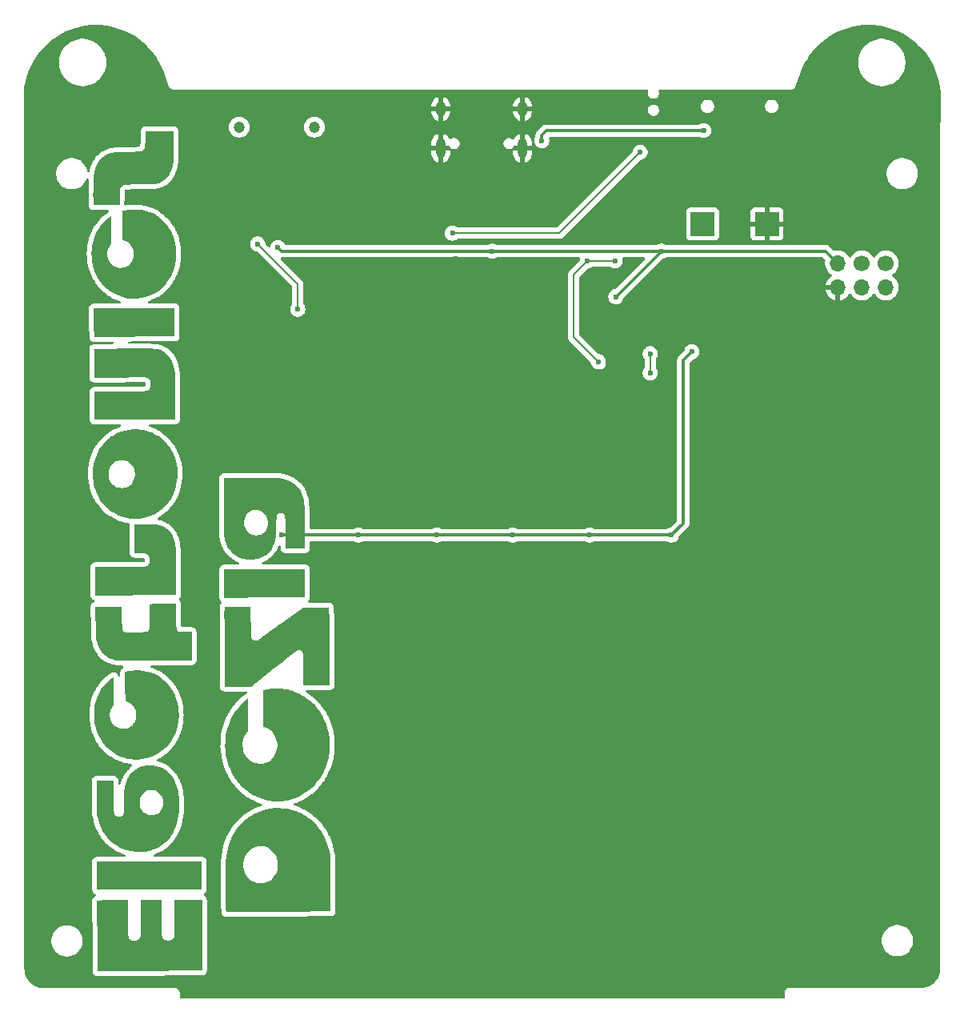
<source format=gbr>
%TF.GenerationSoftware,KiCad,Pcbnew,9.0.1*%
%TF.CreationDate,2025-04-15T01:10:53-06:00*%
%TF.ProjectId,zippy-badge,7a697070-792d-4626-9164-67652e6b6963,rev?*%
%TF.SameCoordinates,PX4d8ff50PY83b6430*%
%TF.FileFunction,Copper,L2,Bot*%
%TF.FilePolarity,Positive*%
%FSLAX46Y46*%
G04 Gerber Fmt 4.6, Leading zero omitted, Abs format (unit mm)*
G04 Created by KiCad (PCBNEW 9.0.1) date 2025-04-15 01:10:53*
%MOMM*%
%LPD*%
G01*
G04 APERTURE LIST*
%TA.AperFunction,EtchedComponent*%
%ADD10C,0.000000*%
%TD*%
%TA.AperFunction,HeatsinkPad*%
%ADD11O,1.000000X2.100000*%
%TD*%
%TA.AperFunction,HeatsinkPad*%
%ADD12O,1.000000X1.600000*%
%TD*%
%TA.AperFunction,WasherPad*%
%ADD13C,1.200000*%
%TD*%
%TA.AperFunction,ComponentPad*%
%ADD14O,1.700000X1.700000*%
%TD*%
%TA.AperFunction,ComponentPad*%
%ADD15C,1.700000*%
%TD*%
%TA.AperFunction,SMDPad,CuDef*%
%ADD16R,2.500000X2.500000*%
%TD*%
%TA.AperFunction,ViaPad*%
%ADD17C,0.600000*%
%TD*%
%TA.AperFunction,Conductor*%
%ADD18C,0.304800*%
%TD*%
%TA.AperFunction,Conductor*%
%ADD19C,0.177800*%
%TD*%
G04 APERTURE END LIST*
D10*
%TA.AperFunction,EtchedComponent*%
%TO.C,G\u002A\u002A\u002A*%
G36*
X12551225Y83109012D02*
G01*
X12742619Y83097097D01*
X12904019Y83078616D01*
X13110031Y83042667D01*
X13530080Y82939552D01*
X13929263Y82799573D01*
X14307675Y82622682D01*
X14665410Y82408831D01*
X15002564Y82157973D01*
X15319232Y81870060D01*
X15381817Y81806200D01*
X15664554Y81481465D01*
X15914047Y81131018D01*
X16129788Y80755946D01*
X16311270Y80357337D01*
X16457983Y79936278D01*
X16569422Y79493857D01*
X16645077Y79031161D01*
X16655948Y78911454D01*
X16663887Y78759872D01*
X16668717Y78588182D01*
X16670432Y78406778D01*
X16669024Y78226052D01*
X16664485Y78056398D01*
X16656808Y77908209D01*
X16645985Y77791878D01*
X16645765Y77790163D01*
X16566942Y77324971D01*
X16452612Y76880663D01*
X16303194Y76458273D01*
X16119109Y76058836D01*
X15900777Y75683387D01*
X15648616Y75332961D01*
X15641767Y75324419D01*
X15546372Y75212942D01*
X15429377Y75086667D01*
X15300398Y74955169D01*
X15169050Y74828021D01*
X15044950Y74714799D01*
X14937713Y74625078D01*
X14827909Y74541914D01*
X14471386Y74306163D01*
X14096787Y74107345D01*
X13707007Y73945962D01*
X13304944Y73822517D01*
X12893495Y73737513D01*
X12475556Y73691451D01*
X12054024Y73684835D01*
X11631796Y73718166D01*
X11211768Y73791949D01*
X10796839Y73906684D01*
X10780568Y73912073D01*
X10384555Y74065872D01*
X10009622Y74255163D01*
X9657265Y74477914D01*
X9328982Y74732096D01*
X9026272Y75015677D01*
X8750631Y75326627D01*
X8503557Y75662916D01*
X8286548Y76022513D01*
X8101102Y76403388D01*
X7948715Y76803510D01*
X7830885Y77220848D01*
X7749111Y77653371D01*
X7704889Y78099050D01*
X7695974Y78427882D01*
X7716383Y78895432D01*
X7776083Y79349967D01*
X7874832Y79790223D01*
X8012389Y80214938D01*
X8188511Y80622849D01*
X8270650Y80782547D01*
X8476012Y81126866D01*
X8708312Y81450202D01*
X8962615Y81746017D01*
X9233987Y82007775D01*
X9277386Y82045040D01*
X9366328Y82118698D01*
X9459087Y82192648D01*
X9549589Y82262338D01*
X9631758Y82323216D01*
X9699518Y82370731D01*
X9746793Y82400331D01*
X9767508Y82407465D01*
X9768349Y82398734D01*
X9769820Y82352399D01*
X9771390Y82269268D01*
X9773024Y82152792D01*
X9774687Y82006422D01*
X9776344Y81833607D01*
X9777960Y81637798D01*
X9779502Y81422445D01*
X9780933Y81190998D01*
X9782220Y80946908D01*
X9789231Y79494348D01*
X9699472Y79389860D01*
X9662288Y79342580D01*
X9586142Y79224482D01*
X9513219Y79086487D01*
X9450822Y78943075D01*
X9406259Y78808725D01*
X9390391Y78732465D01*
X9374668Y78595166D01*
X9368154Y78441284D01*
X9370887Y78285296D01*
X9382905Y78141678D01*
X9404244Y78024905D01*
X9410064Y78004313D01*
X9441398Y77912468D01*
X9483312Y77807434D01*
X9528398Y77708109D01*
X9596863Y77589509D01*
X9709706Y77439850D01*
X9842855Y77299314D01*
X9986010Y77178534D01*
X10128873Y77088143D01*
X10214401Y77046079D01*
X10346575Y76992201D01*
X10473752Y76958242D01*
X10611402Y76940548D01*
X10774995Y76935462D01*
X11003738Y76949418D01*
X11207306Y76993343D01*
X11392948Y77070286D01*
X11568018Y77183295D01*
X11739874Y77335422D01*
X11842022Y77446928D01*
X11976852Y77637874D01*
X12074795Y77844653D01*
X12137666Y78071452D01*
X12167276Y78322457D01*
X12168119Y78482073D01*
X12139436Y78730647D01*
X12075423Y78966537D01*
X11977951Y79184931D01*
X11848891Y79381018D01*
X11690112Y79549985D01*
X11619771Y79606163D01*
X11497370Y79686420D01*
X11362034Y79759944D01*
X11228183Y79819115D01*
X11110237Y79856316D01*
X10997430Y79881708D01*
X10986311Y81415984D01*
X10984726Y81638451D01*
X10983079Y81878390D01*
X10981605Y82102751D01*
X10980323Y82308183D01*
X10979251Y82491338D01*
X10978408Y82648869D01*
X10977813Y82777426D01*
X10977484Y82873661D01*
X10977440Y82934226D01*
X10977701Y82955772D01*
X10985277Y82959949D01*
X11027194Y82971835D01*
X11098699Y82987973D01*
X11191878Y83006845D01*
X11298819Y83026937D01*
X11411610Y83046734D01*
X11522339Y83064720D01*
X11623092Y83079379D01*
X11722949Y83090867D01*
X11915697Y83105288D01*
X12125901Y83113114D01*
X12341698Y83114353D01*
X12551225Y83109012D01*
G37*
%TD.AperFunction*%
%TA.AperFunction,EtchedComponent*%
G36*
X12661312Y59855222D02*
G01*
X12875058Y59837669D01*
X13073643Y59810642D01*
X13272299Y59771960D01*
X13486256Y59719446D01*
X13707765Y59654583D01*
X14101535Y59506590D01*
X14474604Y59321970D01*
X14827891Y59100181D01*
X15162315Y58840679D01*
X15478795Y58542923D01*
X15515107Y58505198D01*
X15743535Y58249564D01*
X15941095Y57991777D01*
X16116393Y57719760D01*
X16278037Y57421436D01*
X16453617Y57025558D01*
X16596970Y56602899D01*
X16703167Y56166668D01*
X16771943Y55720768D01*
X16803034Y55269104D01*
X16796174Y54815578D01*
X16751099Y54364095D01*
X16667544Y53918558D01*
X16545244Y53482870D01*
X16474558Y53283532D01*
X16301533Y52884284D01*
X16096225Y52510194D01*
X15860705Y52162474D01*
X15597044Y51842338D01*
X15307313Y51550997D01*
X14993582Y51289666D01*
X14657922Y51059556D01*
X14302404Y50861880D01*
X13929099Y50697851D01*
X13540078Y50568682D01*
X13137411Y50475586D01*
X12723170Y50419775D01*
X12299426Y50402462D01*
X11868248Y50424861D01*
X11431708Y50488183D01*
X11167779Y50550088D01*
X10918089Y50628370D01*
X10862097Y50645924D01*
X10555877Y50765222D01*
X10262502Y50902719D01*
X9995354Y51053152D01*
X9812285Y51173477D01*
X9475206Y51432539D01*
X9165144Y51722078D01*
X8883566Y52039531D01*
X8631940Y52382337D01*
X8411733Y52747933D01*
X8224414Y53133757D01*
X8071449Y53537245D01*
X7954306Y53955835D01*
X7874453Y54386966D01*
X7833357Y54828075D01*
X7826937Y55097900D01*
X9486542Y55097900D01*
X9505619Y54888246D01*
X9556795Y54665609D01*
X9609197Y54519461D01*
X9715656Y54319353D01*
X9853820Y54136185D01*
X10018319Y53974988D01*
X10203781Y53840790D01*
X10404835Y53738623D01*
X10616112Y53673515D01*
X10689487Y53660369D01*
X10918089Y53645779D01*
X11146779Y53668542D01*
X11368144Y53726907D01*
X11574772Y53819124D01*
X11759250Y53943443D01*
X11797056Y53975472D01*
X11959293Y54143387D01*
X12089551Y54331188D01*
X12188233Y54534506D01*
X12255742Y54748973D01*
X12292481Y54970220D01*
X12298853Y55193880D01*
X12275261Y55415585D01*
X12222109Y55630965D01*
X12139798Y55835654D01*
X12028732Y56025282D01*
X11889315Y56195483D01*
X11721949Y56341886D01*
X11527038Y56460125D01*
X11393134Y56520427D01*
X11237591Y56571576D01*
X11079727Y56599248D01*
X10902100Y56607558D01*
X10757975Y56602333D01*
X10597942Y56578973D01*
X10443466Y56533100D01*
X10277163Y56460625D01*
X10141039Y56383506D01*
X9958252Y56240625D01*
X9801511Y56067310D01*
X9673360Y55867090D01*
X9576341Y55643495D01*
X9512996Y55400051D01*
X9498749Y55308263D01*
X9486542Y55097900D01*
X7826937Y55097900D01*
X7826103Y55132944D01*
X7845741Y55610676D01*
X7904055Y56071183D01*
X8001036Y56514432D01*
X8136674Y56940389D01*
X8310960Y57349019D01*
X8523883Y57740290D01*
X8775434Y58114166D01*
X8807583Y58156387D01*
X8922508Y58295405D01*
X9058114Y58445813D01*
X9205352Y58598430D01*
X9355174Y58744072D01*
X9498531Y58873557D01*
X9626374Y58977702D01*
X9647771Y58993765D01*
X10006932Y59236027D01*
X10382649Y59439407D01*
X10774046Y59603634D01*
X11180249Y59728437D01*
X11600384Y59813543D01*
X12033576Y59858682D01*
X12478949Y59863581D01*
X12661312Y59855222D01*
G37*
%TD.AperFunction*%
%TA.AperFunction,EtchedComponent*%
G36*
X15880617Y91412440D02*
G01*
X16049451Y91411177D01*
X16185823Y91408976D01*
X16287259Y91405841D01*
X16351285Y91401773D01*
X16375427Y91396775D01*
X16376502Y91387513D01*
X16378332Y91340235D01*
X16380185Y91256164D01*
X16382023Y91138778D01*
X16383811Y90991558D01*
X16385512Y90817985D01*
X16387091Y90621539D01*
X16388510Y90405699D01*
X16389734Y90173947D01*
X16390726Y89929761D01*
X16390908Y89876563D01*
X16391776Y89577413D01*
X16392117Y89316255D01*
X16391760Y89089332D01*
X16390534Y88892885D01*
X16388268Y88723159D01*
X16384793Y88576397D01*
X16379936Y88448840D01*
X16373527Y88336733D01*
X16365396Y88236318D01*
X16355372Y88143839D01*
X16343283Y88055537D01*
X16328959Y87967657D01*
X16312230Y87876442D01*
X16292924Y87778133D01*
X16284595Y87737676D01*
X16196357Y87401295D01*
X16080416Y87093828D01*
X15937575Y86816308D01*
X15768636Y86569770D01*
X15574402Y86355249D01*
X15355673Y86173780D01*
X15113254Y86026398D01*
X14847944Y85914136D01*
X14824124Y85906018D01*
X14750457Y85881316D01*
X14682347Y85859832D01*
X14616373Y85841312D01*
X14549109Y85825499D01*
X14477135Y85812138D01*
X14397025Y85800972D01*
X14305357Y85791748D01*
X14198708Y85784208D01*
X14073654Y85778098D01*
X13926773Y85773162D01*
X13754641Y85769144D01*
X13553834Y85765789D01*
X13320930Y85762842D01*
X13052505Y85760045D01*
X12745136Y85757145D01*
X12664402Y85756386D01*
X12361927Y85753295D01*
X12098986Y85750149D01*
X11873305Y85746892D01*
X11682609Y85743464D01*
X11524622Y85739806D01*
X11397071Y85735862D01*
X11297680Y85731571D01*
X11224174Y85726875D01*
X11174279Y85721717D01*
X11145720Y85716037D01*
X11077282Y85691787D01*
X10944785Y85624709D01*
X10844498Y85538977D01*
X10770599Y85430153D01*
X10746314Y85376671D01*
X10725406Y85313941D01*
X10708524Y85239595D01*
X10695278Y85149242D01*
X10685272Y85038492D01*
X10678116Y84902954D01*
X10673416Y84738238D01*
X10670779Y84539954D01*
X10669812Y84303711D01*
X10669073Y83581099D01*
X10557855Y83567740D01*
X10528306Y83565645D01*
X10457458Y83563172D01*
X10354232Y83561010D01*
X10223023Y83559158D01*
X10068228Y83557615D01*
X9894245Y83556381D01*
X9705469Y83555455D01*
X9506299Y83554836D01*
X9301131Y83554525D01*
X9094361Y83554519D01*
X8890387Y83554819D01*
X8693606Y83555423D01*
X8508414Y83556332D01*
X8339208Y83557545D01*
X8190386Y83559060D01*
X8066344Y83560877D01*
X7971478Y83562996D01*
X7910186Y83565416D01*
X7886866Y83568136D01*
X7884860Y83577495D01*
X7881836Y83624626D01*
X7879262Y83707515D01*
X7877128Y83822012D01*
X7875423Y83963965D01*
X7874136Y84129224D01*
X7873258Y84313636D01*
X7872779Y84513052D01*
X7872687Y84723319D01*
X7872973Y84940286D01*
X7873626Y85159803D01*
X7874635Y85377718D01*
X7875992Y85589881D01*
X7877684Y85792139D01*
X7879703Y85980342D01*
X7882037Y86150339D01*
X7884676Y86297978D01*
X7887611Y86419108D01*
X7890830Y86509578D01*
X7894323Y86565238D01*
X7900215Y86622007D01*
X7958396Y87009094D01*
X8044909Y87364700D01*
X8159795Y87688877D01*
X8303092Y87981677D01*
X8474837Y88243151D01*
X8675071Y88473353D01*
X8903831Y88672334D01*
X9161157Y88840146D01*
X9447086Y88976841D01*
X9761658Y89082472D01*
X9839127Y89103112D01*
X9917020Y89122056D01*
X9994477Y89138268D01*
X10075391Y89152015D01*
X10163651Y89163565D01*
X10263151Y89173187D01*
X10377780Y89181146D01*
X10511429Y89187712D01*
X10667991Y89193152D01*
X10851356Y89197733D01*
X11065416Y89201723D01*
X11314061Y89205391D01*
X11601183Y89209002D01*
X11749331Y89210801D01*
X11995279Y89213986D01*
X12204084Y89217055D01*
X12379146Y89220133D01*
X12523869Y89223349D01*
X12641653Y89226829D01*
X12735901Y89230702D01*
X12810015Y89235095D01*
X12867396Y89240136D01*
X12911447Y89245951D01*
X12945570Y89252669D01*
X12973166Y89260416D01*
X13087990Y89313166D01*
X13198093Y89401316D01*
X13277569Y89512343D01*
X13293081Y89544250D01*
X13315776Y89599749D01*
X13334237Y89660853D01*
X13348883Y89732154D01*
X13360138Y89818249D01*
X13368423Y89923731D01*
X13374160Y90053195D01*
X13377770Y90211236D01*
X13379675Y90402447D01*
X13380298Y90631424D01*
X13380666Y91385315D01*
X14273881Y91399355D01*
X14324478Y91400142D01*
X14636123Y91404572D01*
X14930151Y91408047D01*
X15204089Y91410567D01*
X15455462Y91412138D01*
X15681796Y91412761D01*
X15880617Y91412440D01*
G37*
%TD.AperFunction*%
%TA.AperFunction,EtchedComponent*%
G36*
X16499242Y71301938D02*
G01*
X16499503Y71221186D01*
X16500286Y70981840D01*
X16501045Y70753794D01*
X16501766Y70540932D01*
X16502436Y70347137D01*
X16503041Y70176293D01*
X16503567Y70032282D01*
X16504002Y69918990D01*
X16504330Y69840299D01*
X16504538Y69800093D01*
X16505353Y69688875D01*
X14789423Y69675767D01*
X14590210Y69674273D01*
X14300403Y69672175D01*
X13977993Y69669912D01*
X13628473Y69667520D01*
X13257338Y69665033D01*
X12870081Y69662489D01*
X12472198Y69659922D01*
X12069181Y69657369D01*
X11666526Y69654864D01*
X11269726Y69652445D01*
X10884275Y69650145D01*
X10515668Y69648002D01*
X7957843Y69633346D01*
X7952181Y70794472D01*
X7951818Y70867489D01*
X7950586Y71098457D01*
X7949256Y71325454D01*
X7947867Y71542995D01*
X7946458Y71745595D01*
X7945068Y71927767D01*
X7943736Y72084027D01*
X7942503Y72208889D01*
X7941407Y72296869D01*
X7936296Y72638140D01*
X8863110Y72651633D01*
X8880962Y72651886D01*
X9016110Y72653549D01*
X9189955Y72655332D01*
X9399331Y72657216D01*
X9641073Y72659181D01*
X9912016Y72661207D01*
X10208996Y72663273D01*
X10528847Y72665359D01*
X10868404Y72667446D01*
X11224503Y72669513D01*
X11593978Y72671540D01*
X11973664Y72673507D01*
X12360397Y72675393D01*
X12751011Y72677179D01*
X13142342Y72678845D01*
X16494761Y72692564D01*
X16499242Y71301938D01*
G37*
%TD.AperFunction*%
%TA.AperFunction,EtchedComponent*%
G36*
X12606760Y34368675D02*
G01*
X12810628Y34362769D01*
X12997947Y34351209D01*
X13155983Y34334100D01*
X13174963Y34331353D01*
X13598816Y34248490D01*
X14006106Y34127004D01*
X14395751Y33967335D01*
X14766670Y33769925D01*
X15117780Y33535214D01*
X15235096Y33441954D01*
X15372721Y33321921D01*
X15516737Y33187652D01*
X15657059Y33048842D01*
X15783602Y32915187D01*
X15886280Y32796382D01*
X16084710Y32531006D01*
X16314116Y32162443D01*
X16509942Y31769694D01*
X16671341Y31354738D01*
X16797462Y30919550D01*
X16887456Y30466106D01*
X16892378Y30432474D01*
X16910801Y30263758D01*
X16924248Y30066949D01*
X16932532Y29853435D01*
X16935468Y29634606D01*
X16932871Y29421852D01*
X16924556Y29226560D01*
X16910337Y29060120D01*
X16887998Y28890665D01*
X16801936Y28440913D01*
X16679740Y28010239D01*
X16522270Y27600088D01*
X16330383Y27211905D01*
X16104938Y26847135D01*
X15846794Y26507222D01*
X15556810Y26193613D01*
X15235843Y25907751D01*
X14884753Y25651082D01*
X14638214Y25500013D01*
X14263112Y25311663D01*
X13870417Y25161825D01*
X13460076Y25050483D01*
X13032039Y24977621D01*
X12586254Y24943223D01*
X12342716Y24941598D01*
X11919950Y24970193D01*
X11509157Y25037653D01*
X11112059Y25142394D01*
X10730378Y25282834D01*
X10365835Y25457392D01*
X10020152Y25664485D01*
X9695051Y25902530D01*
X9392254Y26169946D01*
X9113482Y26465151D01*
X8860457Y26786561D01*
X8634901Y27132596D01*
X8438535Y27501672D01*
X8273082Y27892208D01*
X8140263Y28302621D01*
X8041800Y28731329D01*
X7979414Y29176750D01*
X7976204Y29212236D01*
X7963554Y29461285D01*
X7964326Y29735396D01*
X7977697Y30021759D01*
X8002847Y30307562D01*
X8038953Y30579992D01*
X8085195Y30826240D01*
X8170498Y31154213D01*
X8315335Y31568874D01*
X8496344Y31964208D01*
X8712151Y32338124D01*
X8961379Y32688532D01*
X9242655Y33013343D01*
X9554602Y33310467D01*
X9895845Y33577813D01*
X10022951Y33667845D01*
X10036737Y33491621D01*
X10038986Y33446523D01*
X10041452Y33359450D01*
X10043797Y33238217D01*
X10045971Y33087178D01*
X10047927Y32910686D01*
X10049618Y32713094D01*
X10050997Y32498756D01*
X10052015Y32272024D01*
X10052625Y32037253D01*
X10054728Y30759109D01*
X9962051Y30639088D01*
X9918693Y30581376D01*
X9831449Y30449394D01*
X9762801Y30315187D01*
X9702014Y30158934D01*
X9678874Y30089156D01*
X9662663Y30028409D01*
X9652220Y29966619D01*
X9646293Y29893456D01*
X9643630Y29798591D01*
X9642980Y29671694D01*
X9643429Y29556275D01*
X9645861Y29457409D01*
X9651505Y29381185D01*
X9661579Y29317167D01*
X9677301Y29254920D01*
X9699888Y29184008D01*
X9745778Y29063341D01*
X9858508Y28847573D01*
X9998774Y28659193D01*
X10162847Y28499818D01*
X10346999Y28371065D01*
X10547499Y28274551D01*
X10760621Y28211891D01*
X10982634Y28184703D01*
X11209810Y28194604D01*
X11438420Y28243209D01*
X11664736Y28332136D01*
X11685045Y28342318D01*
X11875546Y28463415D01*
X12043968Y28618365D01*
X12187385Y28803456D01*
X12302871Y29014974D01*
X12387499Y29249207D01*
X12405132Y29323206D01*
X12429762Y29505698D01*
X12434996Y29702287D01*
X12420838Y29896775D01*
X12387292Y30072967D01*
X12328414Y30257569D01*
X12247555Y30431195D01*
X12141991Y30588884D01*
X12004232Y30743749D01*
X11924560Y30819730D01*
X11756594Y30949992D01*
X11580790Y31044901D01*
X11389340Y31109096D01*
X11272826Y31138176D01*
X11259883Y31750139D01*
X11259604Y31763506D01*
X11256611Y31929013D01*
X11253717Y32127003D01*
X11251014Y32348426D01*
X11248597Y32584235D01*
X11246559Y32825381D01*
X11244994Y33062815D01*
X11243995Y33287489D01*
X11243546Y33439513D01*
X11243176Y33636150D01*
X11243295Y33796603D01*
X11244039Y33924591D01*
X11245543Y34023835D01*
X11247942Y34098053D01*
X11251373Y34150964D01*
X11255971Y34186289D01*
X11261872Y34207747D01*
X11269210Y34219057D01*
X11278122Y34223940D01*
X11305572Y34231257D01*
X11384341Y34248746D01*
X11488819Y34269278D01*
X11608351Y34290952D01*
X11732282Y34311869D01*
X11849958Y34330130D01*
X11950724Y34343836D01*
X12023206Y34351450D01*
X12200315Y34363119D01*
X12399078Y34368826D01*
X12606760Y34368675D01*
G37*
%TD.AperFunction*%
%TA.AperFunction,EtchedComponent*%
G36*
X13052549Y68397757D02*
G01*
X13313251Y68397246D01*
X13552278Y68396396D01*
X13766675Y68395200D01*
X13953485Y68393654D01*
X14109752Y68391750D01*
X14232521Y68389484D01*
X14318834Y68386848D01*
X14365737Y68383837D01*
X14426468Y68375893D01*
X14729775Y68318005D01*
X15004530Y68232194D01*
X15255117Y68116504D01*
X15485921Y67968976D01*
X15701325Y67787655D01*
X15884025Y67594133D01*
X16059228Y67357942D01*
X16205208Y67098163D01*
X16322833Y66812656D01*
X16412968Y66499280D01*
X16476479Y66155898D01*
X16514235Y65780368D01*
X16516705Y65728082D01*
X16519747Y65628988D01*
X16522822Y65493554D01*
X16525890Y65325075D01*
X16528913Y65126846D01*
X16531849Y64902162D01*
X16534661Y64654316D01*
X16537307Y64386604D01*
X16539750Y64102321D01*
X16541948Y63804761D01*
X16543863Y63497218D01*
X16545454Y63182987D01*
X16555610Y60913963D01*
X15047579Y60900414D01*
X14952103Y60899577D01*
X14714148Y60897619D01*
X14440594Y60895519D01*
X14136089Y60893306D01*
X13805280Y60891009D01*
X13452818Y60888659D01*
X13083348Y60886284D01*
X12701521Y60883915D01*
X12311984Y60881581D01*
X11919384Y60879311D01*
X11528372Y60877135D01*
X11143594Y60875083D01*
X10769698Y60873184D01*
X7999849Y60859502D01*
X7999849Y62352601D01*
X7999849Y63845699D01*
X8893064Y63859739D01*
X8962263Y63860763D01*
X9154775Y63863146D01*
X9380798Y63865410D01*
X9634090Y63867519D01*
X9908408Y63869433D01*
X10197511Y63871116D01*
X10495156Y63872529D01*
X10795102Y63873635D01*
X11091106Y63874397D01*
X11376925Y63874775D01*
X11620498Y63874999D01*
X11938490Y63875601D01*
X12218661Y63876621D01*
X12463695Y63878161D01*
X12676281Y63880320D01*
X12859106Y63883199D01*
X13014855Y63886897D01*
X13146215Y63891516D01*
X13255874Y63897154D01*
X13346518Y63903913D01*
X13420834Y63911892D01*
X13481509Y63921193D01*
X13531229Y63931914D01*
X13572681Y63944157D01*
X13608552Y63958021D01*
X13717368Y64018924D01*
X13813998Y64111163D01*
X13883588Y64230768D01*
X13927775Y64380662D01*
X13948198Y64563766D01*
X13949959Y64644359D01*
X13935463Y64832989D01*
X13892704Y64990725D01*
X13820882Y65118744D01*
X13719196Y65218223D01*
X13586847Y65290339D01*
X13423035Y65336270D01*
X13382348Y65341874D01*
X13314804Y65347015D01*
X13222678Y65350711D01*
X13103009Y65352992D01*
X12952835Y65353890D01*
X12769196Y65353439D01*
X12549129Y65351670D01*
X12289673Y65348616D01*
X12188852Y65347371D01*
X11976128Y65345123D01*
X11730930Y65342927D01*
X11459644Y65340824D01*
X11168656Y65338852D01*
X10864348Y65337050D01*
X10553108Y65335459D01*
X10241318Y65334117D01*
X9935365Y65333063D01*
X9641633Y65332337D01*
X7989256Y65329158D01*
X7978434Y66714604D01*
X7977858Y66787593D01*
X7975886Y67027592D01*
X7973885Y67256896D01*
X7971896Y67471544D01*
X7969961Y67667578D01*
X7968121Y67841039D01*
X7966419Y67987968D01*
X7964894Y68104407D01*
X7963589Y68186396D01*
X7962546Y68229976D01*
X7957480Y68359900D01*
X8767780Y68372460D01*
X8782259Y68372684D01*
X9036023Y68376288D01*
X9309496Y68379637D01*
X9599723Y68382725D01*
X9903749Y68385547D01*
X10218615Y68388095D01*
X10541368Y68390364D01*
X10869050Y68392349D01*
X11198706Y68394042D01*
X11527379Y68395439D01*
X11852114Y68396533D01*
X12169955Y68397317D01*
X12477945Y68397787D01*
X12773128Y68397936D01*
X13052549Y68397757D01*
G37*
%TD.AperFunction*%
%TA.AperFunction,EtchedComponent*%
G36*
X14072810Y49821157D02*
G01*
X14230195Y49817305D01*
X14366087Y49810919D01*
X14484846Y49801782D01*
X14590830Y49789676D01*
X14688398Y49774383D01*
X14781910Y49755687D01*
X14875723Y49733371D01*
X14945156Y49714696D01*
X15231262Y49613307D01*
X15493330Y49479388D01*
X15729079Y49314483D01*
X15936224Y49120133D01*
X16112481Y48897882D01*
X16174257Y48799088D01*
X16258567Y48642948D01*
X16339329Y48471758D01*
X16409558Y48300567D01*
X16462268Y48144422D01*
X16478780Y48086089D01*
X16501515Y47999606D01*
X16522052Y47911730D01*
X16540510Y47820051D01*
X16557005Y47722157D01*
X16571657Y47615640D01*
X16584582Y47498087D01*
X16595900Y47367090D01*
X16605727Y47220238D01*
X16614182Y47055121D01*
X16621383Y46869328D01*
X16627448Y46660449D01*
X16632495Y46426074D01*
X16636641Y46163792D01*
X16640005Y45871194D01*
X16642705Y45545868D01*
X16644859Y45185405D01*
X16646584Y44787395D01*
X16647998Y44349426D01*
X16653643Y42355098D01*
X16357063Y42342458D01*
X16346758Y42342114D01*
X16289180Y42340991D01*
X16192709Y42339708D01*
X16059936Y42338279D01*
X15893449Y42336719D01*
X15695839Y42335043D01*
X15469696Y42333264D01*
X15217608Y42331397D01*
X14942166Y42329458D01*
X14645959Y42327459D01*
X14331577Y42325417D01*
X14001610Y42323345D01*
X13658648Y42321258D01*
X13305279Y42319170D01*
X12944095Y42317097D01*
X12577684Y42315052D01*
X12208636Y42313050D01*
X11839542Y42311105D01*
X11472990Y42309233D01*
X11111570Y42307447D01*
X10757873Y42305763D01*
X10414487Y42304194D01*
X10084003Y42302755D01*
X9769010Y42301461D01*
X9472098Y42300326D01*
X9195856Y42299365D01*
X8942875Y42298593D01*
X8715743Y42298023D01*
X8517052Y42297670D01*
X8349390Y42297549D01*
X8116362Y42297549D01*
X8105181Y43579201D01*
X8103415Y43785196D01*
X8101510Y44015771D01*
X8099771Y44235438D01*
X8098229Y44439702D01*
X8096916Y44624070D01*
X8095863Y44784047D01*
X8095103Y44915140D01*
X8094668Y45012854D01*
X8094589Y45072695D01*
X8095178Y45284538D01*
X8804853Y45290245D01*
X8828417Y45290435D01*
X9344929Y45294603D01*
X9820855Y45298483D01*
X10257898Y45302103D01*
X10657766Y45305492D01*
X11022162Y45308678D01*
X11352794Y45311691D01*
X11651365Y45314560D01*
X11919583Y45317312D01*
X12159151Y45319978D01*
X12371776Y45322585D01*
X12559164Y45325162D01*
X12723019Y45327739D01*
X12865047Y45330344D01*
X12986954Y45333006D01*
X13090446Y45335754D01*
X13177227Y45338616D01*
X13249003Y45341621D01*
X13307480Y45344798D01*
X13354363Y45348177D01*
X13391358Y45351784D01*
X13420171Y45355651D01*
X13442505Y45359804D01*
X13460069Y45364274D01*
X13474565Y45369088D01*
X13511559Y45385458D01*
X13594741Y45436058D01*
X13667694Y45496306D01*
X13701538Y45532897D01*
X13763546Y45624326D01*
X13804615Y45731552D01*
X13827305Y45862724D01*
X13834179Y46025990D01*
X13834049Y46047404D01*
X13821024Y46237212D01*
X13785504Y46394085D01*
X13725825Y46521703D01*
X13640319Y46623744D01*
X13527323Y46703888D01*
X13412442Y46767441D01*
X12834024Y46773990D01*
X12801876Y46774367D01*
X12622368Y46777131D01*
X12481743Y46780666D01*
X12376992Y46785133D01*
X12305107Y46790697D01*
X12263083Y46797520D01*
X12247910Y46805766D01*
X12246914Y46819300D01*
X12245305Y46872193D01*
X12243493Y46961527D01*
X12241523Y47083839D01*
X12239439Y47235665D01*
X12237283Y47413540D01*
X12235101Y47614000D01*
X12232935Y47833581D01*
X12230829Y48068819D01*
X12228827Y48316250D01*
X12217439Y49801507D01*
X13206851Y49816591D01*
X13428114Y49819682D01*
X13676128Y49822128D01*
X13889574Y49822692D01*
X14072810Y49821157D01*
G37*
%TD.AperFunction*%
%TA.AperFunction,EtchedComponent*%
G36*
X16664890Y40216190D02*
G01*
X16665067Y40091682D01*
X16665918Y39870641D01*
X16667392Y39660584D01*
X16669420Y39465994D01*
X16671932Y39291354D01*
X16674859Y39141148D01*
X16678133Y39019859D01*
X16681684Y38931971D01*
X16685444Y38881968D01*
X16698577Y38802298D01*
X16737840Y38672822D01*
X16797415Y38574040D01*
X16880196Y38500283D01*
X16968213Y38442003D01*
X17629710Y38435603D01*
X18291206Y38429202D01*
X18299440Y36931516D01*
X18300453Y36740979D01*
X18301621Y36502427D01*
X18302602Y36279093D01*
X18303387Y36074371D01*
X18303967Y35891653D01*
X18304333Y35734335D01*
X18304476Y35605809D01*
X18304387Y35509470D01*
X18304056Y35448711D01*
X18303474Y35426926D01*
X18303394Y35426868D01*
X18279987Y35425515D01*
X18216958Y35424032D01*
X18116932Y35422433D01*
X17982535Y35420731D01*
X17816392Y35418940D01*
X17621129Y35417075D01*
X17399371Y35415150D01*
X17153744Y35413179D01*
X16886873Y35411176D01*
X16601384Y35409155D01*
X16299902Y35407130D01*
X15985054Y35405115D01*
X15659463Y35403125D01*
X15325756Y35401172D01*
X14986558Y35399273D01*
X14644495Y35397440D01*
X14302193Y35395687D01*
X13962276Y35394029D01*
X13627370Y35392480D01*
X13300101Y35391054D01*
X12983095Y35389765D01*
X12678976Y35388627D01*
X12390370Y35387654D01*
X12119903Y35386860D01*
X11870201Y35386260D01*
X11643888Y35385867D01*
X11443590Y35385695D01*
X11271933Y35385759D01*
X11131542Y35386072D01*
X11025043Y35386650D01*
X10955061Y35387505D01*
X10739834Y35393717D01*
X10521643Y35406172D01*
X10331238Y35425794D01*
X10160879Y35454211D01*
X10002827Y35493051D01*
X9849343Y35543943D01*
X9692687Y35608515D01*
X9525120Y35688396D01*
X9418441Y35745612D01*
X9165929Y35914008D01*
X8937742Y36115468D01*
X8735414Y36347821D01*
X8560477Y36608897D01*
X8414466Y36896523D01*
X8298914Y37208529D01*
X8215354Y37542743D01*
X8202653Y37608036D01*
X8183798Y37705042D01*
X8168072Y37786044D01*
X8157957Y37838250D01*
X8155913Y37861746D01*
X8153129Y37926358D01*
X8150131Y38026905D01*
X8146984Y38159825D01*
X8143755Y38321554D01*
X8140509Y38508531D01*
X8137310Y38717193D01*
X8134223Y38943977D01*
X8131315Y39185323D01*
X8128651Y39437666D01*
X8126665Y39641767D01*
X8124342Y39885524D01*
X8122206Y40115412D01*
X8120286Y40327870D01*
X8118613Y40519334D01*
X8117218Y40686243D01*
X8116130Y40825035D01*
X8115380Y40932147D01*
X8114998Y41004016D01*
X8115015Y41037082D01*
X8116362Y41111227D01*
X9509231Y41116676D01*
X9580808Y41116953D01*
X9848279Y41117922D01*
X10077123Y41118568D01*
X10270345Y41118826D01*
X10430951Y41118624D01*
X10561947Y41117897D01*
X10666339Y41116574D01*
X10747133Y41114587D01*
X10807335Y41111868D01*
X10849950Y41108349D01*
X10877984Y41103961D01*
X10894444Y41098636D01*
X10902334Y41092305D01*
X10904662Y41084899D01*
X10904978Y41075704D01*
X10905926Y41027792D01*
X10907268Y40943606D01*
X10908948Y40827171D01*
X10910915Y40682513D01*
X10913112Y40513657D01*
X10915486Y40324628D01*
X10917984Y40119452D01*
X10920550Y39902155D01*
X10933877Y38756635D01*
X10997487Y38632323D01*
X11009098Y38610127D01*
X11052327Y38540980D01*
X11100009Y38493841D01*
X11166051Y38454000D01*
X11201075Y38436900D01*
X11245116Y38420045D01*
X11294662Y38408668D01*
X11358931Y38401386D01*
X11447137Y38396814D01*
X11568496Y38393569D01*
X11569127Y38393556D01*
X11659535Y38392544D01*
X11785319Y38392473D01*
X11939562Y38393277D01*
X12115347Y38394894D01*
X12305754Y38397259D01*
X12503867Y38400311D01*
X12702768Y38403984D01*
X13539548Y38420819D01*
X13638602Y38479047D01*
X13695394Y38517809D01*
X13749439Y38575774D01*
X13797484Y38659114D01*
X13857313Y38780952D01*
X13850405Y40075086D01*
X13843498Y41369220D01*
X14242315Y41383158D01*
X14308883Y41385130D01*
X14439460Y41387918D01*
X14601446Y41390459D01*
X14788274Y41392686D01*
X14993378Y41394534D01*
X15210192Y41395938D01*
X15432150Y41396834D01*
X15652684Y41397156D01*
X16664236Y41397216D01*
X16664890Y40216190D01*
G37*
%TD.AperFunction*%
%TA.AperFunction,EtchedComponent*%
G36*
X13995136Y24311687D02*
G01*
X14168172Y24304532D01*
X14323369Y24291576D01*
X14449705Y24272827D01*
X14549376Y24251455D01*
X14871758Y24159744D01*
X15167616Y24037593D01*
X15441559Y23882503D01*
X15698194Y23691977D01*
X15942129Y23463514D01*
X16094237Y23294535D01*
X16283965Y23043314D01*
X16448408Y22770906D01*
X16591194Y22471091D01*
X16715955Y22137648D01*
X16717298Y22133598D01*
X16805324Y21840680D01*
X16874790Y21546624D01*
X16926802Y21243593D01*
X16962466Y20923753D01*
X16982888Y20579268D01*
X16989175Y20202303D01*
X16986014Y19958299D01*
X16959803Y19462481D01*
X16906695Y18996593D01*
X16826226Y18558349D01*
X16717932Y18145467D01*
X16581347Y17755663D01*
X16416006Y17386652D01*
X16381721Y17318980D01*
X16259380Y17092987D01*
X16136831Y16894131D01*
X16006313Y16711315D01*
X15860063Y16533446D01*
X15690319Y16349429D01*
X15513634Y16177247D01*
X15208832Y15926164D01*
X14882858Y15711558D01*
X14535350Y15533254D01*
X14165951Y15391077D01*
X14015064Y15350152D01*
X13774300Y15284851D01*
X13360037Y15214401D01*
X13313200Y15209460D01*
X13185035Y15200910D01*
X13030443Y15195455D01*
X12860282Y15193094D01*
X12685415Y15193824D01*
X12516700Y15197644D01*
X12365000Y15204554D01*
X12241174Y15214551D01*
X12038844Y15241709D01*
X11768227Y15291504D01*
X11500428Y15354518D01*
X11255087Y15426529D01*
X11126054Y15472697D01*
X10937838Y15549640D01*
X10741233Y15639120D01*
X10548549Y15735202D01*
X10372102Y15831951D01*
X10224202Y15923432D01*
X9951256Y16122028D01*
X9632262Y16400063D01*
X9344084Y16706580D01*
X9087262Y17040693D01*
X8862336Y17401517D01*
X8669846Y17788164D01*
X8510332Y18199748D01*
X8384333Y18635382D01*
X8292391Y19094182D01*
X8282403Y19160321D01*
X8273785Y19226710D01*
X8266476Y19296899D01*
X8260300Y19375174D01*
X8255078Y19465822D01*
X8250634Y19573125D01*
X8246790Y19701371D01*
X8243370Y19854844D01*
X8240196Y20037829D01*
X8237091Y20254611D01*
X8233878Y20509476D01*
X8233755Y20519671D01*
X8230933Y20757227D01*
X8228136Y20999442D01*
X8225437Y21239598D01*
X8222908Y21470977D01*
X8220621Y21686862D01*
X8218649Y21880534D01*
X8217064Y22045277D01*
X8215939Y22174372D01*
X8211692Y22705907D01*
X8659978Y22719868D01*
X8793331Y22723522D01*
X8987261Y22727630D01*
X9192513Y22730896D01*
X9391715Y22733052D01*
X9567497Y22733829D01*
X10026730Y22733829D01*
X10040688Y22145965D01*
X10042369Y22067732D01*
X10045227Y21899259D01*
X10047839Y21700664D01*
X10050137Y21479799D01*
X10052051Y21244515D01*
X10053514Y21002663D01*
X10054456Y20762094D01*
X10054809Y20530660D01*
X10055248Y20325332D01*
X10056477Y20124656D01*
X10058409Y19937719D01*
X10060958Y19769292D01*
X10064038Y19624146D01*
X10067564Y19507053D01*
X10071449Y19422786D01*
X10075608Y19376115D01*
X10086247Y19325583D01*
X10117245Y19223839D01*
X10155089Y19133518D01*
X10158619Y19126643D01*
X10202769Y19053803D01*
X10253454Y19003496D01*
X10327409Y18958747D01*
X10350894Y18947345D01*
X10485036Y18907333D01*
X10633126Y18898586D01*
X10781790Y18922180D01*
X10829913Y18940120D01*
X10927932Y19005115D01*
X11012759Y19099264D01*
X11075344Y19213583D01*
X11082544Y19231956D01*
X11091796Y19258325D01*
X11099612Y19287167D01*
X11106163Y19322109D01*
X11111620Y19366778D01*
X11116153Y19424799D01*
X11119934Y19499800D01*
X11123133Y19595408D01*
X11125921Y19715249D01*
X11128469Y19862949D01*
X11130947Y20042136D01*
X11133527Y20256436D01*
X11134188Y20315105D01*
X12791142Y20315105D01*
X12802567Y20148264D01*
X12828938Y20005618D01*
X12851485Y19930538D01*
X12942264Y19717039D01*
X13064352Y19526085D01*
X13214149Y19361211D01*
X13388051Y19225955D01*
X13582455Y19123853D01*
X13793760Y19058443D01*
X13899621Y19039105D01*
X14015064Y19029176D01*
X14128089Y19035670D01*
X14259207Y19058592D01*
X14341466Y19078984D01*
X14550409Y19159577D01*
X14740144Y19275333D01*
X14907230Y19422866D01*
X15048224Y19598786D01*
X15159684Y19799705D01*
X15238169Y20022236D01*
X15250939Y20080855D01*
X15268216Y20220386D01*
X15274253Y20382370D01*
X15271833Y20471606D01*
X15240231Y20710579D01*
X15173783Y20932661D01*
X15074707Y21134590D01*
X14945218Y21313098D01*
X14787535Y21464920D01*
X14603872Y21586792D01*
X14396448Y21675447D01*
X14344607Y21690336D01*
X14183147Y21718689D01*
X14008679Y21727865D01*
X13837983Y21717578D01*
X13687839Y21687542D01*
X13618832Y21664862D01*
X13414763Y21569610D01*
X13234817Y21440338D01*
X13080783Y21278817D01*
X12954451Y21086818D01*
X12857611Y20866112D01*
X12841651Y20814088D01*
X12811173Y20662687D01*
X12794173Y20491469D01*
X12791142Y20315105D01*
X11134188Y20315105D01*
X11136379Y20509476D01*
X11136549Y20524657D01*
X11139638Y20791051D01*
X11142729Y21019619D01*
X11146152Y21214674D01*
X11150239Y21380530D01*
X11155320Y21521499D01*
X11161726Y21641897D01*
X11169787Y21746035D01*
X11179835Y21838228D01*
X11192199Y21922790D01*
X11207211Y22004032D01*
X11225202Y22086270D01*
X11246502Y22173816D01*
X11271442Y22270984D01*
X11362478Y22567935D01*
X11495317Y22885702D01*
X11656852Y23174939D01*
X11846126Y23434358D01*
X12062181Y23662667D01*
X12304059Y23858577D01*
X12570803Y24020798D01*
X12580594Y24025863D01*
X12800771Y24126371D01*
X13035712Y24207405D01*
X13298582Y24273536D01*
X13345045Y24282169D01*
X13479216Y24298283D01*
X13639636Y24308570D01*
X13815284Y24313035D01*
X13995136Y24311687D01*
G37*
%TD.AperFunction*%
%TA.AperFunction,EtchedComponent*%
G36*
X19271054Y14201987D02*
G01*
X19332989Y14201722D01*
X19354644Y14201214D01*
X19356004Y14188688D01*
X19357891Y14137369D01*
X19359812Y14049619D01*
X19361730Y13928844D01*
X19363607Y13778447D01*
X19365407Y13601833D01*
X19367092Y13402406D01*
X19368625Y13183572D01*
X19369968Y12948734D01*
X19371084Y12701298D01*
X19376931Y11209559D01*
X18841476Y11208820D01*
X18801149Y11208725D01*
X18704384Y11208375D01*
X18568718Y11207790D01*
X18396269Y11206981D01*
X18189157Y11205960D01*
X17949501Y11204738D01*
X17679420Y11203327D01*
X17381033Y11201739D01*
X17056458Y11199985D01*
X16707816Y11198076D01*
X16337225Y11196025D01*
X15946804Y11193842D01*
X15538673Y11191540D01*
X15114949Y11189129D01*
X14677753Y11186622D01*
X14229204Y11184030D01*
X13771420Y11181364D01*
X13306521Y11178636D01*
X12920132Y11176406D01*
X12472047Y11173936D01*
X12036668Y11171660D01*
X11615849Y11169584D01*
X11211442Y11167712D01*
X10825303Y11166049D01*
X10459285Y11164602D01*
X10115242Y11163376D01*
X9795028Y11162375D01*
X9500496Y11161604D01*
X9233502Y11161071D01*
X8995897Y11160778D01*
X8789537Y11160733D01*
X8616276Y11160939D01*
X8477966Y11161403D01*
X8376463Y11162129D01*
X8313620Y11163123D01*
X8291290Y11164390D01*
X8290404Y11167349D01*
X8287574Y11203301D01*
X8284739Y11276901D01*
X8281955Y11384563D01*
X8279280Y11522702D01*
X8276768Y11687733D01*
X8274478Y11876071D01*
X8272466Y12084131D01*
X8270788Y12308327D01*
X8269500Y12545073D01*
X8269243Y12603298D01*
X8268211Y12841533D01*
X8267259Y13068964D01*
X8266401Y13281648D01*
X8265652Y13475637D01*
X8265027Y13646987D01*
X8264539Y13791751D01*
X8264203Y13905984D01*
X8264034Y13985740D01*
X8264047Y14027074D01*
X8264653Y14143588D01*
X9090841Y14149551D01*
X9340548Y14151322D01*
X9662150Y14153525D01*
X10004036Y14155790D01*
X10364116Y14158106D01*
X10740302Y14160463D01*
X11130507Y14162851D01*
X11532640Y14165258D01*
X11944616Y14167676D01*
X12364344Y14170092D01*
X12789736Y14172497D01*
X13218705Y14174880D01*
X13649162Y14177230D01*
X14079018Y14179537D01*
X14506185Y14181791D01*
X14928574Y14183980D01*
X15344098Y14186095D01*
X15750668Y14188125D01*
X16146196Y14190059D01*
X16528593Y14191887D01*
X16895770Y14193599D01*
X17245640Y14195183D01*
X17576115Y14196630D01*
X17885105Y14197929D01*
X18170522Y14199069D01*
X18430279Y14200039D01*
X18662286Y14200830D01*
X18864455Y14201431D01*
X19034699Y14201831D01*
X19170927Y14202020D01*
X19271054Y14201987D01*
G37*
%TD.AperFunction*%
%TA.AperFunction,EtchedComponent*%
G36*
X19407488Y6378717D02*
G01*
X19408168Y6215701D01*
X19409682Y5825784D01*
X19410997Y5448160D01*
X19412109Y5084978D01*
X19413019Y4738386D01*
X19413725Y4410531D01*
X19414226Y4103563D01*
X19414522Y3819629D01*
X19414610Y3560878D01*
X19414490Y3329457D01*
X19414161Y3127515D01*
X19413622Y2957200D01*
X19412871Y2820661D01*
X19411909Y2720045D01*
X19410732Y2657501D01*
X19409342Y2635177D01*
X19402661Y2634565D01*
X19358809Y2633284D01*
X19275891Y2631825D01*
X19156050Y2630200D01*
X19001429Y2628423D01*
X18814171Y2626506D01*
X18596419Y2624461D01*
X18350316Y2622303D01*
X18078005Y2620043D01*
X17781629Y2617694D01*
X17463331Y2615268D01*
X17125254Y2612780D01*
X16769541Y2610241D01*
X16398335Y2607664D01*
X16013778Y2605062D01*
X15618014Y2602448D01*
X15213187Y2599835D01*
X14801438Y2597234D01*
X14384910Y2594660D01*
X13965748Y2592124D01*
X13546094Y2589640D01*
X13128090Y2587220D01*
X12713880Y2584877D01*
X12305607Y2582624D01*
X11905413Y2580474D01*
X11515443Y2578439D01*
X11137838Y2576532D01*
X10774741Y2574766D01*
X10428297Y2573153D01*
X10100647Y2571707D01*
X9793934Y2570440D01*
X9510303Y2569365D01*
X9251895Y2568494D01*
X9020853Y2567841D01*
X8819322Y2567418D01*
X8649443Y2567238D01*
X8513359Y2567314D01*
X8413214Y2567658D01*
X8351151Y2568283D01*
X8329312Y2569202D01*
X8329028Y2571996D01*
X8328069Y2607770D01*
X8326922Y2683017D01*
X8325602Y2795584D01*
X8324126Y2943317D01*
X8322508Y3124063D01*
X8320765Y3335670D01*
X8318913Y3575984D01*
X8316968Y3842853D01*
X8314945Y4134124D01*
X8312860Y4447643D01*
X8310729Y4781257D01*
X8308569Y5132815D01*
X8306393Y5500162D01*
X8304220Y5881145D01*
X8302064Y6273613D01*
X8301362Y6404030D01*
X8299281Y6793674D01*
X8297287Y7171469D01*
X8295389Y7535234D01*
X8293598Y7882790D01*
X8291926Y8211956D01*
X8290381Y8520554D01*
X8288975Y8806403D01*
X8287718Y9067323D01*
X8286622Y9301134D01*
X8285695Y9505657D01*
X8284950Y9678711D01*
X8284396Y9818117D01*
X8284044Y9921695D01*
X8283905Y9987264D01*
X8283989Y10012645D01*
X8284012Y10013143D01*
X8285148Y10020900D01*
X8289631Y10027646D01*
X8300248Y10033463D01*
X8319785Y10038432D01*
X8351030Y10042636D01*
X8396771Y10046155D01*
X8459794Y10049070D01*
X8542887Y10051463D01*
X8648837Y10053416D01*
X8780433Y10055010D01*
X8940460Y10056326D01*
X9131706Y10057445D01*
X9356959Y10058450D01*
X9619005Y10059421D01*
X9920633Y10060440D01*
X11555429Y10065866D01*
X11564385Y8196220D01*
X11565165Y8036994D01*
X11566840Y7723804D01*
X11568549Y7449144D01*
X11570348Y7210388D01*
X11572290Y7004916D01*
X11574430Y6830104D01*
X11576821Y6683330D01*
X11579517Y6561970D01*
X11582574Y6463402D01*
X11586044Y6385004D01*
X11589982Y6324153D01*
X11594443Y6278225D01*
X11599479Y6244599D01*
X11605146Y6220652D01*
X11617747Y6180511D01*
X11661169Y6071159D01*
X11713101Y5987455D01*
X11780956Y5916579D01*
X11819034Y5884817D01*
X11897650Y5833054D01*
X11981938Y5800471D01*
X12083898Y5783228D01*
X12215528Y5777485D01*
X12223168Y5777426D01*
X12325899Y5778697D01*
X12400939Y5785574D01*
X12461977Y5800153D01*
X12522701Y5824531D01*
X12607692Y5871462D01*
X12733048Y5977679D01*
X12830215Y6113101D01*
X12895772Y6273613D01*
X12896358Y6275786D01*
X12901187Y6303527D01*
X12905360Y6348048D01*
X12908900Y6411674D01*
X12911833Y6496731D01*
X12914182Y6605547D01*
X12915973Y6740446D01*
X12917229Y6903755D01*
X12917976Y7097800D01*
X12918237Y7324908D01*
X12918038Y7587404D01*
X12917403Y7887615D01*
X12916356Y8227866D01*
X12909947Y10086790D01*
X14013864Y10086790D01*
X15117780Y10086790D01*
X15118200Y8302011D01*
X15118200Y8301656D01*
X15118523Y7994201D01*
X15119324Y7705108D01*
X15120573Y7437045D01*
X15122241Y7192680D01*
X15124299Y6974679D01*
X15126716Y6785710D01*
X15129465Y6628440D01*
X15132515Y6505536D01*
X15135838Y6419666D01*
X15139403Y6373497D01*
X15162745Y6260369D01*
X15223885Y6107812D01*
X15315365Y5984710D01*
X15437532Y5890643D01*
X15590728Y5825195D01*
X15612304Y5818930D01*
X15786138Y5789446D01*
X15951905Y5797383D01*
X16104834Y5840828D01*
X16240155Y5917870D01*
X16353097Y6026597D01*
X16438891Y6165098D01*
X16442335Y6172592D01*
X16449680Y6189804D01*
X16456114Y6208835D01*
X16461702Y6232391D01*
X16466505Y6263172D01*
X16470587Y6303884D01*
X16474011Y6357228D01*
X16476841Y6425909D01*
X16479140Y6512629D01*
X16480970Y6620092D01*
X16482395Y6751001D01*
X16483479Y6908059D01*
X16484283Y7093970D01*
X16484872Y7311436D01*
X16485309Y7563161D01*
X16485656Y7851849D01*
X16485978Y8180201D01*
X16487786Y10097382D01*
X17939714Y10102824D01*
X19391642Y10108265D01*
X19407488Y6378717D01*
G37*
%TD.AperFunction*%
%TA.AperFunction,EtchedComponent*%
G36*
X26744428Y54714884D02*
G01*
X26990948Y54714085D01*
X27197273Y54712740D01*
X27363728Y54710848D01*
X27490637Y54708408D01*
X27578326Y54705420D01*
X27627121Y54701881D01*
X27861612Y54664964D01*
X28206030Y54583173D01*
X28522838Y54471407D01*
X28814490Y54328576D01*
X29083442Y54153591D01*
X29332148Y53945363D01*
X29417418Y53861459D01*
X29633923Y53608382D01*
X29817700Y53328786D01*
X29968474Y53023292D01*
X30085968Y52692517D01*
X30169905Y52337080D01*
X30220010Y51957599D01*
X30222255Y51920416D01*
X30225432Y51835109D01*
X30228684Y51712994D01*
X30231967Y51557283D01*
X30235237Y51371190D01*
X30238449Y51157930D01*
X30241560Y50920714D01*
X30244526Y50662758D01*
X30247301Y50387275D01*
X30249841Y50097477D01*
X30252103Y49796579D01*
X30254042Y49487795D01*
X30266572Y47272202D01*
X29255044Y47258510D01*
X29020396Y47255541D01*
X28814021Y47253458D01*
X28644200Y47252448D01*
X28507970Y47252547D01*
X28402365Y47253791D01*
X28324423Y47256216D01*
X28271178Y47259857D01*
X28239668Y47264751D01*
X28226928Y47270933D01*
X28224377Y47293368D01*
X28221789Y47355163D01*
X28219360Y47452755D01*
X28217126Y47582762D01*
X28215123Y47741801D01*
X28213388Y47926490D01*
X28211957Y48133447D01*
X28210867Y48359289D01*
X28210154Y48600633D01*
X28209854Y48854096D01*
X28209471Y49154223D01*
X28208498Y49438381D01*
X28206966Y49695553D01*
X28204905Y49923543D01*
X28202342Y50120152D01*
X28199308Y50283184D01*
X28195830Y50410442D01*
X28191937Y50499727D01*
X28187659Y50548842D01*
X28164045Y50659856D01*
X28112480Y50796563D01*
X28042292Y50900737D01*
X27955478Y50968763D01*
X27919868Y50985932D01*
X27862717Y51004891D01*
X27798249Y51011697D01*
X27709187Y51009186D01*
X27587810Y50992921D01*
X27480409Y50952115D01*
X27398140Y50883230D01*
X27335996Y50781910D01*
X27288965Y50643800D01*
X27282610Y50615800D01*
X27275356Y50569804D01*
X27269510Y50510619D01*
X27264936Y50434079D01*
X27261499Y50336014D01*
X27259063Y50212256D01*
X27257490Y50058637D01*
X27256647Y49870989D01*
X27256396Y49645143D01*
X27256358Y49569518D01*
X27255607Y49331844D01*
X27253799Y49131007D01*
X27250811Y48962714D01*
X27246522Y48822674D01*
X27240809Y48706597D01*
X27233551Y48610190D01*
X27224624Y48529163D01*
X27220419Y48498025D01*
X27152284Y48136607D01*
X27052255Y47800928D01*
X26920913Y47491876D01*
X26758841Y47210339D01*
X26566618Y46957204D01*
X26344827Y46733357D01*
X26094048Y46539688D01*
X25814864Y46377082D01*
X25720898Y46331829D01*
X25496456Y46239701D01*
X25270859Y46171691D01*
X25034577Y46125743D01*
X24995146Y46121755D01*
X24778081Y46099804D01*
X24491842Y46091817D01*
X24487525Y46091823D01*
X24257947Y46096931D01*
X24058161Y46112623D01*
X23876712Y46140661D01*
X23702145Y46182808D01*
X23523005Y46240825D01*
X23257766Y46352760D01*
X22972800Y46514620D01*
X22711510Y46709637D01*
X22476001Y46935492D01*
X22268375Y47189869D01*
X22090739Y47470450D01*
X21945196Y47774918D01*
X21833852Y48100955D01*
X21831642Y48108901D01*
X21808790Y48192692D01*
X21789243Y48269675D01*
X21772701Y48343948D01*
X21758865Y48419608D01*
X21747433Y48500754D01*
X21738106Y48591484D01*
X21730584Y48695895D01*
X21724566Y48818086D01*
X21719752Y48962155D01*
X21715843Y49132200D01*
X21712537Y49332318D01*
X21709535Y49566608D01*
X21706537Y49839167D01*
X21705577Y49938106D01*
X23855449Y49938106D01*
X23859985Y49849759D01*
X23863917Y49820569D01*
X23913776Y49585668D01*
X23994266Y49376382D01*
X24108209Y49186769D01*
X24258428Y49010886D01*
X24375546Y48902313D01*
X24516206Y48801229D01*
X24667213Y48726868D01*
X24841383Y48671775D01*
X24995146Y48647162D01*
X25189871Y48648697D01*
X25388063Y48681564D01*
X25578639Y48743794D01*
X25750517Y48833415D01*
X25855903Y48908788D01*
X26025176Y49068594D01*
X26161876Y49253837D01*
X26264467Y49461748D01*
X26331413Y49689558D01*
X26361177Y49934497D01*
X26355755Y50171680D01*
X26314603Y50404815D01*
X26236345Y50618616D01*
X26120392Y50814670D01*
X25966152Y50994561D01*
X25898853Y51057591D01*
X25721140Y51189530D01*
X25531171Y51281851D01*
X25325205Y51336106D01*
X25099498Y51353846D01*
X24966035Y51347016D01*
X24747771Y51304527D01*
X24546088Y51225436D01*
X24364228Y51112393D01*
X24205431Y50968044D01*
X24072938Y50795038D01*
X23969991Y50596023D01*
X23899829Y50373647D01*
X23885433Y50298450D01*
X23869335Y50177735D01*
X23858953Y50052525D01*
X23855449Y49938106D01*
X21705577Y49938106D01*
X21704501Y50048978D01*
X21702363Y50303685D01*
X21700254Y50588141D01*
X21698210Y50895898D01*
X21696267Y51220506D01*
X21694461Y51555513D01*
X21692830Y51894471D01*
X21691410Y52230929D01*
X21690238Y52558437D01*
X21689349Y52870545D01*
X21684919Y54694416D01*
X24571283Y54709119D01*
X24897504Y54710707D01*
X25349882Y54712629D01*
X25760439Y54714009D01*
X26129498Y54714845D01*
X26457386Y54715137D01*
X26744428Y54714884D01*
G37*
%TD.AperFunction*%
%TA.AperFunction,EtchedComponent*%
G36*
X30280599Y43597687D02*
G01*
X30286036Y42101494D01*
X29793359Y42088451D01*
X29745297Y42087418D01*
X29641549Y42085845D01*
X29499895Y42084196D01*
X29322979Y42082490D01*
X29113442Y42080740D01*
X28873928Y42078964D01*
X28607078Y42077178D01*
X28315534Y42075396D01*
X28001939Y42073636D01*
X27668936Y42071912D01*
X27319166Y42070242D01*
X26955272Y42068640D01*
X26579897Y42067123D01*
X26195682Y42065707D01*
X25805270Y42064408D01*
X25498877Y42063399D01*
X25119009Y42062025D01*
X24749655Y42060555D01*
X24393267Y42059003D01*
X24052294Y42057385D01*
X23729187Y42055717D01*
X23426396Y42054012D01*
X23146370Y42052287D01*
X22891562Y42050557D01*
X22664420Y42048837D01*
X22467396Y42047143D01*
X22302938Y42045489D01*
X22173499Y42043890D01*
X22081527Y42042363D01*
X22029474Y42040922D01*
X21749091Y42028438D01*
X21743051Y42682009D01*
X21741989Y42811208D01*
X21740673Y43015336D01*
X21739529Y43243795D01*
X21738595Y43486216D01*
X21737912Y43732227D01*
X21737516Y43971461D01*
X21737446Y44193546D01*
X21737880Y45051511D01*
X23665653Y45064067D01*
X23677133Y45064141D01*
X23986878Y45066081D01*
X24332064Y45068117D01*
X24706029Y45070214D01*
X25102110Y45072339D01*
X25513646Y45074461D01*
X25933972Y45076546D01*
X26356428Y45078560D01*
X26774351Y45080470D01*
X27181078Y45082244D01*
X27569946Y45083849D01*
X27934294Y45085251D01*
X30275161Y45093879D01*
X30280599Y43597687D01*
G37*
%TD.AperFunction*%
%TA.AperFunction,EtchedComponent*%
G36*
X24547143Y40248119D02*
G01*
X24547432Y40166225D01*
X24548742Y39927379D01*
X24550739Y39666737D01*
X24553295Y39397132D01*
X24556281Y39131396D01*
X24559570Y38882363D01*
X24563031Y38662866D01*
X24576579Y37888066D01*
X24640457Y37763238D01*
X24704983Y37661894D01*
X24798279Y37576072D01*
X24912689Y37526093D01*
X25051565Y37509893D01*
X25120498Y37512976D01*
X25202169Y37523759D01*
X25261398Y37539616D01*
X25273536Y37546847D01*
X25319351Y37577856D01*
X25396012Y37631568D01*
X25501499Y37706519D01*
X25633795Y37801250D01*
X25790878Y37914298D01*
X25970730Y38044202D01*
X26171332Y38189500D01*
X26390664Y38348732D01*
X26626706Y38520435D01*
X26877440Y38703149D01*
X27140845Y38895412D01*
X27414904Y39095762D01*
X27697595Y39302738D01*
X30063318Y41036135D01*
X31453325Y41036609D01*
X32843332Y41037082D01*
X32856727Y39760727D01*
X32858116Y39620833D01*
X32860046Y39405543D01*
X32862104Y39155249D01*
X32864260Y38874101D01*
X32866490Y38566251D01*
X32868765Y38235850D01*
X32871058Y37887051D01*
X32873342Y37524005D01*
X32875590Y37150864D01*
X32877776Y36771779D01*
X32879870Y36390901D01*
X32881847Y36012383D01*
X32883680Y35640377D01*
X32897237Y32796382D01*
X31506758Y32796382D01*
X30116279Y32796382D01*
X30114037Y33797341D01*
X30113814Y33879796D01*
X30112782Y34120057D01*
X30111208Y34370981D01*
X30109177Y34623730D01*
X30106772Y34869465D01*
X30104076Y35099347D01*
X30101174Y35304538D01*
X30098149Y35476198D01*
X30084502Y36154096D01*
X30018508Y36270610D01*
X29992579Y36311329D01*
X29901917Y36406459D01*
X29791411Y36470976D01*
X29669080Y36502393D01*
X29542943Y36498221D01*
X29421021Y36455973D01*
X29401106Y36442454D01*
X29348299Y36403196D01*
X29265923Y36340320D01*
X29155929Y36255359D01*
X29020269Y36149846D01*
X28860894Y36025313D01*
X28679755Y35883292D01*
X28478803Y35725316D01*
X28259989Y35552916D01*
X28025264Y35367625D01*
X27776581Y35170976D01*
X27515889Y34964500D01*
X27245140Y34749731D01*
X26966285Y34528200D01*
X24601440Y32648091D01*
X23196140Y32648091D01*
X21790841Y32648091D01*
X21787798Y33850301D01*
X21787762Y33864240D01*
X21787145Y34066676D01*
X21786261Y34305830D01*
X21785138Y34576456D01*
X21783802Y34873311D01*
X21782279Y35191148D01*
X21780596Y35524723D01*
X21778780Y35868791D01*
X21776855Y36218106D01*
X21774850Y36567425D01*
X21772790Y36911500D01*
X21770703Y37245089D01*
X21770036Y37350238D01*
X21768072Y37673468D01*
X21766223Y37997632D01*
X21764509Y38318400D01*
X21762948Y38631442D01*
X21761558Y38932428D01*
X21760358Y39217027D01*
X21759366Y39480910D01*
X21758602Y39719745D01*
X21758084Y39929204D01*
X21757829Y40104956D01*
X21757857Y40242670D01*
X21759065Y41047674D01*
X23151934Y41053123D01*
X24544803Y41058571D01*
X24547143Y40248119D01*
G37*
%TD.AperFunction*%
%TA.AperFunction,EtchedComponent*%
G36*
X27622421Y32441064D02*
G01*
X27912954Y32424217D01*
X28184512Y32392480D01*
X28448878Y32344031D01*
X28717833Y32277048D01*
X29003162Y32189710D01*
X29358658Y32057644D01*
X29778090Y31861877D01*
X30179376Y31630258D01*
X30560692Y31364899D01*
X30920212Y31067911D01*
X31256112Y30741404D01*
X31566566Y30387489D01*
X31849750Y30008278D01*
X32103838Y29605880D01*
X32327005Y29182407D01*
X32517427Y28739970D01*
X32673278Y28280680D01*
X32792733Y27806647D01*
X32803780Y27753220D01*
X32844243Y27540671D01*
X32874834Y27343954D01*
X32896677Y27151471D01*
X32910895Y26951625D01*
X32918614Y26732818D01*
X32920955Y26483454D01*
X32920466Y26355101D01*
X32916335Y26137922D01*
X32907055Y25944902D01*
X32891490Y25764211D01*
X32868508Y25584018D01*
X32836973Y25392495D01*
X32795750Y25177811D01*
X32710920Y24816422D01*
X32567543Y24356399D01*
X32388777Y23910966D01*
X32176540Y23482580D01*
X31932751Y23073695D01*
X31659328Y22686768D01*
X31358189Y22324253D01*
X31031252Y21988608D01*
X30680436Y21682286D01*
X30307660Y21407744D01*
X29914840Y21167438D01*
X29503896Y20963822D01*
X29181775Y20834610D01*
X28739588Y20695572D01*
X28290042Y20596417D01*
X27835912Y20536993D01*
X27379976Y20517150D01*
X26925009Y20536738D01*
X26473788Y20595607D01*
X26029089Y20693605D01*
X25593688Y20830583D01*
X25170361Y21006390D01*
X24761884Y21220875D01*
X24506138Y21379545D01*
X24112652Y21663161D01*
X23746057Y21977889D01*
X23407562Y22321790D01*
X23098374Y22692923D01*
X22819700Y23089345D01*
X22572750Y23509118D01*
X22358729Y23950299D01*
X22178848Y24410948D01*
X22034312Y24889124D01*
X21926330Y25382886D01*
X21856109Y25890293D01*
X21850309Y25961609D01*
X21843095Y26119520D01*
X21840080Y26304322D01*
X21841008Y26506163D01*
X21845626Y26715192D01*
X21853677Y26921557D01*
X21864907Y27115407D01*
X21879060Y27286891D01*
X21895881Y27426156D01*
X21976530Y27865630D01*
X22105710Y28364860D01*
X22271646Y28843274D01*
X22474200Y29300601D01*
X22713237Y29736572D01*
X22988622Y30150918D01*
X23300218Y30543367D01*
X23647891Y30913651D01*
X23671220Y30936467D01*
X23778422Y31039120D01*
X23884662Y31137627D01*
X23985049Y31227744D01*
X24074697Y31305226D01*
X24148714Y31365826D01*
X24202212Y31405299D01*
X24230303Y31419401D01*
X24231922Y31412233D01*
X24234591Y31368190D01*
X24237113Y31286715D01*
X24239458Y31170922D01*
X24241593Y31023922D01*
X24243486Y30848830D01*
X24245107Y30648758D01*
X24246422Y30426819D01*
X24247401Y30186126D01*
X24248012Y29929792D01*
X24248222Y29660929D01*
X24248222Y27902457D01*
X24122307Y27752494D01*
X24106098Y27732917D01*
X23949917Y27508929D01*
X23829941Y27263663D01*
X23745894Y26996440D01*
X23697500Y26706583D01*
X23686626Y26414895D01*
X23712951Y26129599D01*
X23774798Y25855791D01*
X23870323Y25596949D01*
X23997681Y25356549D01*
X24155030Y25138069D01*
X24340525Y24944985D01*
X24552323Y24780776D01*
X24788580Y24648917D01*
X24913381Y24598249D01*
X25145134Y24533430D01*
X25390319Y24496943D01*
X25636246Y24490355D01*
X25870228Y24515235D01*
X26048541Y24559718D01*
X26281088Y24653567D01*
X26501570Y24783142D01*
X26705498Y24944758D01*
X26888382Y25134728D01*
X27045735Y25349367D01*
X27173066Y25584989D01*
X27249695Y25785516D01*
X27314832Y26041197D01*
X27351409Y26306724D01*
X27357868Y26570055D01*
X27332653Y26819147D01*
X27321454Y26878315D01*
X27247417Y27149300D01*
X27140563Y27404672D01*
X27003954Y27640830D01*
X26840652Y27854177D01*
X26653719Y28041112D01*
X26446215Y28198035D01*
X26221203Y28321347D01*
X25981744Y28407448D01*
X25847638Y28443639D01*
X25842229Y30343767D01*
X25836820Y32243895D01*
X25916374Y32265191D01*
X25935981Y32270416D01*
X26174871Y32329576D01*
X26396945Y32374754D01*
X26613934Y32407419D01*
X26837573Y32429041D01*
X27079592Y32441090D01*
X27351725Y32445037D01*
X27622421Y32441064D01*
G37*
%TD.AperFunction*%
%TA.AperFunction,EtchedComponent*%
G36*
X28006255Y19781185D02*
G01*
X28475371Y19715102D01*
X28940794Y19608666D01*
X29046875Y19578436D01*
X29495048Y19424096D01*
X29923958Y19232499D01*
X30332067Y19004770D01*
X30717835Y18742037D01*
X31079724Y18445427D01*
X31416194Y18116067D01*
X31725706Y17755083D01*
X32006722Y17363604D01*
X32169943Y17098879D01*
X32391216Y16676672D01*
X32578920Y16231829D01*
X32733564Y15762935D01*
X32855654Y15268577D01*
X32945699Y14747341D01*
X32946838Y14738812D01*
X32956305Y14641998D01*
X32965158Y14503995D01*
X32973381Y14325857D01*
X32980953Y14108636D01*
X32987859Y13853386D01*
X32994079Y13561160D01*
X32999596Y13233012D01*
X33004392Y12869995D01*
X33008449Y12473162D01*
X33011748Y12043566D01*
X33014273Y11582260D01*
X33016005Y11090298D01*
X33016925Y10568734D01*
X33018531Y8879284D01*
X32801391Y8878950D01*
X32792873Y8878928D01*
X32739165Y8878696D01*
X32645589Y8878230D01*
X32514033Y8877539D01*
X32346387Y8876634D01*
X32144539Y8875526D01*
X31910379Y8874226D01*
X31645795Y8872745D01*
X31352677Y8871092D01*
X31032914Y8869279D01*
X30688394Y8867317D01*
X30321007Y8865216D01*
X29932642Y8862988D01*
X29525187Y8860642D01*
X29100532Y8858189D01*
X28660567Y8855641D01*
X28207178Y8853008D01*
X27742257Y8850300D01*
X27267692Y8847529D01*
X27077511Y8846427D01*
X26609938Y8843810D01*
X26154172Y8841385D01*
X25712012Y8839159D01*
X25632062Y8838780D01*
X25285255Y8837137D01*
X24875698Y8835322D01*
X24485141Y8833720D01*
X24115379Y8832336D01*
X23768211Y8831176D01*
X23445434Y8830243D01*
X23148846Y8829542D01*
X22880245Y8829080D01*
X22641428Y8828860D01*
X22434193Y8828887D01*
X22260337Y8829167D01*
X22121659Y8829705D01*
X22019955Y8830504D01*
X21957024Y8831571D01*
X21934663Y8832910D01*
X21933183Y8841201D01*
X21930562Y8887229D01*
X21927935Y8970671D01*
X21925341Y9088374D01*
X21922824Y9237184D01*
X21920423Y9413949D01*
X21918180Y9615516D01*
X21916135Y9838732D01*
X21914329Y10080443D01*
X21912805Y10337498D01*
X21911601Y10606742D01*
X21910141Y11017784D01*
X21908738Y11479969D01*
X21907757Y11902984D01*
X21907213Y12288584D01*
X21907120Y12638520D01*
X21907495Y12954548D01*
X21908351Y13238420D01*
X21909704Y13491890D01*
X21911570Y13716712D01*
X21911618Y13720658D01*
X23768654Y13720658D01*
X23772374Y13591058D01*
X23783261Y13479257D01*
X23802955Y13373367D01*
X23833099Y13261503D01*
X23875336Y13131777D01*
X23909430Y13039518D01*
X24032890Y12783341D01*
X24189066Y12551138D01*
X24375162Y12345714D01*
X24588381Y12169877D01*
X24825927Y12026430D01*
X25085003Y11918179D01*
X25149922Y11899548D01*
X25296421Y11871309D01*
X25462020Y11852858D01*
X25632062Y11845115D01*
X25791888Y11848996D01*
X25926841Y11865422D01*
X26146985Y11924397D01*
X26387460Y12027934D01*
X26610785Y12166709D01*
X26813964Y12337764D01*
X26993999Y12538142D01*
X27147895Y12764883D01*
X27272655Y13015029D01*
X27365284Y13285623D01*
X27380417Y13344928D01*
X27394801Y13415392D01*
X27404405Y13488883D01*
X27410103Y13575231D01*
X27412767Y13684268D01*
X27413272Y13825823D01*
X27413065Y13870495D01*
X27408514Y14046761D01*
X27396280Y14194607D01*
X27374007Y14325197D01*
X27339336Y14449699D01*
X27289910Y14579276D01*
X27223370Y14725097D01*
X27083446Y14975182D01*
X26918327Y15193627D01*
X26726207Y15381692D01*
X26504443Y15542384D01*
X26298211Y15652039D01*
X26055016Y15739027D01*
X25804574Y15787891D01*
X25551085Y15799389D01*
X25298754Y15774281D01*
X25051781Y15713328D01*
X24814369Y15617287D01*
X24590720Y15486918D01*
X24385037Y15322981D01*
X24201521Y15126236D01*
X24150833Y15058654D01*
X24050811Y14900969D01*
X23957725Y14724436D01*
X23879364Y14544503D01*
X23823519Y14376615D01*
X23820493Y14365128D01*
X23799977Y14271328D01*
X23785626Y14168064D01*
X23776253Y14044394D01*
X23770673Y13889376D01*
X23770456Y13879945D01*
X23768654Y13720658D01*
X21911618Y13720658D01*
X21913962Y13914639D01*
X21916897Y14087425D01*
X21920389Y14236824D01*
X21924453Y14364588D01*
X21929105Y14472473D01*
X21934359Y14562230D01*
X21940231Y14635615D01*
X21946736Y14694380D01*
X22014868Y15126435D01*
X22109277Y15556223D01*
X22228812Y15964586D01*
X22375848Y16359580D01*
X22552760Y16749259D01*
X22561030Y16765929D01*
X22796176Y17195415D01*
X23058292Y17592831D01*
X23348607Y17959733D01*
X23668349Y18297679D01*
X24018747Y18608228D01*
X24074434Y18652822D01*
X24452315Y18924615D01*
X24851397Y19161115D01*
X25268914Y19361760D01*
X25702100Y19525987D01*
X26148188Y19653235D01*
X26604414Y19742941D01*
X27068011Y19794543D01*
X27536213Y19807478D01*
X28006255Y19781185D01*
G37*
%TD.AperFunction*%
%TD*%
D11*
%TO.P,J2,S1,SHIELD*%
%TO.N,GND*%
X53300000Y89590000D03*
D12*
X53300000Y93770000D03*
D11*
X44660000Y89590000D03*
D12*
X44660000Y93770000D03*
%TD*%
D13*
%TO.P,J1,*%
%TO.N,*%
X31290000Y91830000D03*
X23310000Y91830000D03*
%TD*%
D14*
%TO.P,X1,1,VCC*%
%TO.N,+3.3V*%
X86690000Y77410000D03*
%TO.P,X1,2,GND*%
%TO.N,GND*%
X86690000Y74870000D03*
D15*
%TO.P,X1,3,SDA*%
%TO.N,SDA*%
X89230000Y77410000D03*
D14*
%TO.P,X1,4,SCL*%
%TO.N,SCL*%
X89230000Y74870000D03*
D15*
%TO.P,X1,5,GPIO1*%
%TO.N,SAO1*%
X91770000Y77410000D03*
D14*
%TO.P,X1,6,GPIO2*%
%TO.N,SAO2*%
X91770000Y74870000D03*
%TD*%
D16*
%TO.P,TP2,1,1*%
%TO.N,GND*%
X79180000Y81570000D03*
%TD*%
%TO.P,TP1,1,1*%
%TO.N,Net-(D1-A)*%
X72380000Y81580000D03*
%TD*%
D17*
%TO.N,GND*%
X62400000Y93960000D03*
X49950000Y81900000D03*
X51290000Y61190000D03*
X31130000Y30560000D03*
X61910000Y70700000D03*
X71740000Y10670000D03*
X55500000Y37140000D03*
X31140000Y23930000D03*
X55500000Y17290000D03*
X47370000Y30540000D03*
X29650000Y79770000D03*
X71740000Y4050000D03*
X46250000Y77890000D03*
X63620000Y23920000D03*
X68350000Y75300000D03*
X31140000Y4070000D03*
X47380000Y10670000D03*
X54640000Y64830000D03*
X39260000Y43780000D03*
X55500000Y10670000D03*
X71740000Y43770000D03*
X63620000Y43780000D03*
X59860000Y72520000D03*
X59860000Y70700000D03*
X53360000Y75510000D03*
X35350000Y91450000D03*
X71730000Y30540000D03*
X63620000Y4060000D03*
X57230000Y60980000D03*
X31140000Y17310000D03*
X47380000Y43770000D03*
X52180000Y87700000D03*
X61520000Y63020000D03*
X39260000Y23920000D03*
X55500000Y43770000D03*
X47380000Y4050000D03*
X39260000Y17300000D03*
X39260000Y4060000D03*
X31140000Y37160000D03*
X18160000Y81830000D03*
X61910000Y72510000D03*
X63610000Y30550000D03*
X47380000Y37140000D03*
X35440000Y81830000D03*
X63620000Y17300000D03*
X71740000Y23910000D03*
X59810000Y80390000D03*
X63620000Y10680000D03*
X58720000Y66720000D03*
X31140000Y10690000D03*
X45780000Y87680000D03*
X63620000Y37150000D03*
X55500000Y23910000D03*
X62560000Y87170000D03*
X55500000Y4050000D03*
X71740000Y37140000D03*
X65980000Y80390000D03*
X71740000Y17290000D03*
X17390000Y91430000D03*
X39260000Y10680000D03*
X64390000Y80390000D03*
X39260000Y37150000D03*
X56980000Y88620000D03*
X55490000Y30540000D03*
X47380000Y23910000D03*
X50210000Y69730000D03*
X39250000Y30550000D03*
X47380000Y17290000D03*
X31140000Y43790000D03*
%TO.N,+3.3V*%
X63190000Y73890000D03*
X66830000Y65830000D03*
X68010000Y78710000D03*
X27420000Y79100000D03*
X66830000Y67850000D03*
X50120000Y78710000D03*
%TO.N,Net-(U2-VREG_VOUT)*%
X63100000Y77680000D03*
X60185000Y77675000D03*
X61332500Y67012500D03*
%TO.N,VBUS*%
X27800000Y48680000D03*
X72490000Y91460000D03*
X60420000Y48680000D03*
X55340000Y90400000D03*
X69060000Y48680000D03*
X52250000Y48680000D03*
X71230000Y68070000D03*
X35960000Y48680000D03*
X44260000Y48680000D03*
%TO.N,Net-(D1-A)*%
X72380000Y81580000D03*
%TO.N,SD_CS*%
X25280000Y79460000D03*
X29520000Y72570000D03*
%TO.N,SS*%
X45890000Y80610000D03*
X65750000Y89170000D03*
%TD*%
D18*
%TO.N,+3.3V*%
X63190000Y73890000D02*
X68010000Y78710000D01*
X85390000Y78710000D02*
X86690000Y77410000D01*
X50120000Y78710000D02*
X27810000Y78710000D01*
X27810000Y78710000D02*
X27420000Y79100000D01*
X68010000Y78710000D02*
X50120000Y78710000D01*
X68010000Y78710000D02*
X85390000Y78710000D01*
D19*
X66830000Y65830000D02*
X66830000Y67850000D01*
%TO.N,Net-(U2-VREG_VOUT)*%
X60185000Y77675000D02*
X63095000Y77675000D01*
X58720000Y69625000D02*
X58720000Y76210000D01*
X61332500Y67012500D02*
X61525000Y66820000D01*
X63095000Y77675000D02*
X63100000Y77680000D01*
X61332500Y67012500D02*
X58720000Y69625000D01*
X58720000Y76210000D02*
X60185000Y77675000D01*
D18*
%TO.N,VBUS*%
X55824100Y91434100D02*
X55340000Y90950000D01*
X69060000Y48680000D02*
X60420000Y48680000D01*
X70310000Y67150000D02*
X70310000Y49930000D01*
X52250000Y48680000D02*
X44260000Y48680000D01*
X71230000Y68070000D02*
X70310000Y67150000D01*
X44260000Y48680000D02*
X35960000Y48680000D01*
X35960000Y48680000D02*
X27800000Y48680000D01*
X60420000Y48680000D02*
X52250000Y48680000D01*
X72490000Y91460000D02*
X72464100Y91434100D01*
X55340000Y90950000D02*
X55340000Y90400000D01*
X72464100Y91434100D02*
X55824100Y91434100D01*
X70310000Y49930000D02*
X69060000Y48680000D01*
D19*
%TO.N,SD_CS*%
X29520000Y72570000D02*
X29520000Y75220000D01*
X29520000Y75220000D02*
X25280000Y79460000D01*
%TO.N,SS*%
X65750000Y89170000D02*
X57190000Y80610000D01*
X57190000Y80610000D02*
X45890000Y80610000D01*
%TD*%
%TA.AperFunction,Conductor*%
%TO.N,GND*%
G36*
X89933554Y102623246D02*
G01*
X90470045Y102603527D01*
X90478828Y102602890D01*
X91012569Y102545035D01*
X91021298Y102543772D01*
X91549536Y102448082D01*
X91558159Y102446201D01*
X92078272Y102313151D01*
X92086726Y102310664D01*
X92596054Y102140931D01*
X92604295Y102137854D01*
X93100259Y101932298D01*
X93108247Y101928649D01*
X93580315Y101692324D01*
X93588317Y101688318D01*
X93596068Y101684086D01*
X94055497Y101411572D01*
X94057794Y101410210D01*
X94065220Y101405440D01*
X94482419Y101115952D01*
X94506281Y101099395D01*
X94513350Y101094107D01*
X94547565Y101066561D01*
X94931508Y100757449D01*
X94938185Y100751670D01*
X95153166Y100551767D01*
X95331339Y100386090D01*
X95337574Y100379863D01*
X95697798Y99993567D01*
X95703690Y99987249D01*
X95709479Y99980580D01*
X96046736Y99562887D01*
X96052036Y99555823D01*
X96358702Y99115198D01*
X96363485Y99107775D01*
X96638011Y98646443D01*
X96642254Y98638698D01*
X96883250Y98158994D01*
X96886931Y98150967D01*
X97093177Y97655321D01*
X97096277Y97647052D01*
X97266720Y97137993D01*
X97269224Y97129524D01*
X97403003Y96609626D01*
X97404898Y96601001D01*
X97501338Y96072888D01*
X97502614Y96064149D01*
X97559330Y95547722D01*
X97560066Y95533082D01*
X97502173Y89022069D01*
X97502084Y89012076D01*
X97501500Y89009892D01*
X97501500Y88946225D01*
X97501495Y88945661D01*
X97501495Y88945656D01*
X97500911Y88880005D01*
X97501500Y88870373D01*
X97501500Y2843770D01*
X97501258Y2836028D01*
X97484572Y2569289D01*
X97483211Y2557158D01*
X97463999Y2438829D01*
X97461460Y2426919D01*
X97395814Y2179356D01*
X97392125Y2167771D01*
X97346342Y2045132D01*
X97343152Y2037395D01*
X97294141Y1929045D01*
X97290705Y1922043D01*
X97235086Y1817191D01*
X97230974Y1810027D01*
X97163983Y1701818D01*
X97157126Y1691861D01*
X97002240Y1488907D01*
X96994416Y1479634D01*
X96911543Y1390632D01*
X96902727Y1382059D01*
X96718668Y1220031D01*
X96706483Y1210582D01*
X96498401Y1069019D01*
X96488521Y1062953D01*
X96391239Y1009318D01*
X96384281Y1005762D01*
X96268995Y951369D01*
X96264472Y949345D01*
X96259477Y947228D01*
X96251269Y944087D01*
X96000052Y858042D01*
X95988893Y854796D01*
X95880929Y828806D01*
X95873341Y827229D01*
X95788364Y812324D01*
X95754053Y806305D01*
X95746358Y805203D01*
X95626439Y791846D01*
X95618637Y791226D01*
X95490702Y785106D01*
X95485777Y784968D01*
X95461403Y784772D01*
X95460485Y784764D01*
X95459492Y784760D01*
X81489608Y784760D01*
X81362312Y750652D01*
X81248186Y684760D01*
X81248183Y684758D01*
X81155002Y591577D01*
X81155000Y591574D01*
X81089108Y477448D01*
X81055000Y350152D01*
X81055000Y-234240D01*
X81035315Y-301279D01*
X80982511Y-347034D01*
X80931000Y-358240D01*
X17156000Y-358240D01*
X17088961Y-338555D01*
X17043206Y-285751D01*
X17032000Y-234240D01*
X17032000Y350150D01*
X17032000Y350152D01*
X16997892Y477446D01*
X16997525Y478081D01*
X16960134Y542844D01*
X16932000Y591574D01*
X16838814Y684760D01*
X16781385Y717917D01*
X16724687Y750652D01*
X16645782Y771794D01*
X16597392Y784760D01*
X16597391Y784760D01*
X2644508Y784760D01*
X2636768Y785002D01*
X2610530Y786644D01*
X2369911Y801695D01*
X2357831Y803048D01*
X2241270Y821924D01*
X2229401Y824447D01*
X1981293Y890034D01*
X1969742Y893700D01*
X1848827Y938691D01*
X1841157Y941842D01*
X1732590Y990750D01*
X1725609Y994163D01*
X1620607Y1049652D01*
X1613460Y1053738D01*
X1506089Y1119946D01*
X1496142Y1126769D01*
X1292620Y1281446D01*
X1283350Y1289234D01*
X1187351Y1378247D01*
X1181409Y1384143D01*
X1099743Y1470845D01*
X1094561Y1476706D01*
X1018292Y1568665D01*
X1013241Y1575186D01*
X939436Y1677295D01*
X932860Y1687392D01*
X930250Y1691861D01*
X803911Y1908154D01*
X798311Y1918920D01*
X747739Y2029029D01*
X743183Y2040402D01*
X659621Y2283172D01*
X656358Y2294325D01*
X630190Y2402309D01*
X628607Y2409868D01*
X607489Y2529196D01*
X606376Y2536888D01*
X604087Y2557158D01*
X592834Y2656824D01*
X592205Y2664578D01*
X585900Y2792366D01*
X585754Y2797392D01*
X585505Y2825852D01*
X585500Y2826937D01*
X585500Y5899903D01*
X3449500Y5899903D01*
X3449500Y5640098D01*
X3490140Y5383507D01*
X3570422Y5136424D01*
X3651534Y4977236D01*
X3683272Y4914946D01*
X3688368Y4904946D01*
X3833805Y4704769D01*
X3841069Y4694771D01*
X4024771Y4511069D01*
X4234949Y4358366D01*
X4382445Y4283213D01*
X4466423Y4240423D01*
X4466425Y4240423D01*
X4466428Y4240421D01*
X4713507Y4160140D01*
X4845706Y4139203D01*
X4970098Y4119500D01*
X4970103Y4119500D01*
X5229902Y4119500D01*
X5343298Y4137461D01*
X5486493Y4160140D01*
X5733572Y4240421D01*
X5965051Y4358366D01*
X6175229Y4511069D01*
X6358931Y4694771D01*
X6511634Y4904949D01*
X6629579Y5136428D01*
X6709860Y5383507D01*
X6742796Y5591460D01*
X6750500Y5640098D01*
X6750500Y5899903D01*
X6722581Y6076172D01*
X6709860Y6156493D01*
X6629579Y6403572D01*
X6629577Y6403575D01*
X6629577Y6403577D01*
X6574873Y6510938D01*
X6511634Y6635051D01*
X6358931Y6845229D01*
X6175229Y7028931D01*
X6078999Y7098846D01*
X5965054Y7181632D01*
X5965053Y7181633D01*
X5965051Y7181634D01*
X5892764Y7218466D01*
X5733576Y7299578D01*
X5486493Y7379860D01*
X5229902Y7420500D01*
X5229897Y7420500D01*
X4970103Y7420500D01*
X4970098Y7420500D01*
X4713506Y7379860D01*
X4466423Y7299578D01*
X4234945Y7181632D01*
X4024774Y7028934D01*
X4024768Y7028929D01*
X3841071Y6845232D01*
X3841066Y6845226D01*
X3688368Y6635055D01*
X3570422Y6403577D01*
X3490140Y6156494D01*
X3449500Y5899903D01*
X585500Y5899903D01*
X585500Y87029903D01*
X3939500Y87029903D01*
X3939500Y86770098D01*
X3980140Y86513507D01*
X4060422Y86266424D01*
X4116035Y86157279D01*
X4178366Y86034949D01*
X4331069Y85824771D01*
X4514771Y85641069D01*
X4724949Y85488366D01*
X4872445Y85413213D01*
X4956423Y85370423D01*
X4956425Y85370423D01*
X4956428Y85370421D01*
X5203507Y85290140D01*
X5335706Y85269203D01*
X5460098Y85249500D01*
X5460103Y85249500D01*
X5719902Y85249500D01*
X5836369Y85267947D01*
X5976493Y85290140D01*
X6223572Y85370421D01*
X6455051Y85488366D01*
X6665229Y85641069D01*
X6848931Y85824771D01*
X7001634Y86034949D01*
X7119579Y86266428D01*
X7136846Y86319571D01*
X7176282Y86377245D01*
X7240640Y86404444D01*
X7309486Y86392530D01*
X7360963Y86345286D01*
X7378756Y86279036D01*
X7376619Y86159508D01*
X7376620Y86159507D01*
X7376583Y86157156D01*
X7374645Y86015963D01*
X7374251Y85987282D01*
X7374232Y85985765D01*
X7372213Y85797562D01*
X7372202Y85796368D01*
X7372105Y85784747D01*
X7370510Y85594089D01*
X7370501Y85593011D01*
X7369144Y85380902D01*
X7369140Y85380121D01*
X7369140Y85380059D01*
X7368131Y85162144D01*
X7368131Y85162079D01*
X7368130Y85162080D01*
X7368128Y85161318D01*
X7367474Y84941859D01*
X7367475Y84941858D01*
X7367475Y84941790D01*
X7367473Y84940952D01*
X7367187Y84723985D01*
X7367187Y84723098D01*
X7367279Y84512831D01*
X7367280Y84511838D01*
X7367759Y84312422D01*
X7367764Y84311265D01*
X7368642Y84126879D01*
X7368652Y84125161D01*
X7369937Y83960125D01*
X7369957Y83958029D01*
X7371665Y83815879D01*
X7371716Y83812518D01*
X7373847Y83698215D01*
X7374008Y83691732D01*
X7376578Y83608967D01*
X7377372Y83592269D01*
X7380397Y83545127D01*
X7390586Y83471550D01*
X7392589Y83462203D01*
X7392594Y83462186D01*
X7405814Y83412831D01*
X7469056Y83283591D01*
X7566144Y83177409D01*
X7566146Y83177408D01*
X7689218Y83102878D01*
X7828302Y83066040D01*
X7851622Y83063320D01*
X7890243Y83060310D01*
X7951535Y83057890D01*
X7960190Y83057622D01*
X8055056Y83055503D01*
X8058940Y83055431D01*
X8182982Y83053614D01*
X8185240Y83053586D01*
X8334062Y83052071D01*
X8334085Y83052071D01*
X8334164Y83052070D01*
X8334163Y83052070D01*
X8334416Y83052068D01*
X8335584Y83052058D01*
X8504790Y83050845D01*
X8505933Y83050838D01*
X8691125Y83049929D01*
X8692054Y83049925D01*
X8707454Y83049878D01*
X8888623Y83049321D01*
X8888835Y83049321D01*
X8889464Y83049321D01*
X8889643Y83049268D01*
X8889644Y83049320D01*
X9093618Y83049020D01*
X9094376Y83049019D01*
X9301146Y83049025D01*
X9301897Y83049026D01*
X9398639Y83049173D01*
X9465707Y83029590D01*
X9511542Y82976856D01*
X9521591Y82907712D01*
X9492662Y82844113D01*
X9464631Y82820075D01*
X9431257Y82799178D01*
X9431244Y82799170D01*
X9431237Y82799165D01*
X9409306Y82784624D01*
X9341544Y82737108D01*
X9330800Y82729363D01*
X9248711Y82668545D01*
X9241164Y82662844D01*
X9150620Y82593122D01*
X9144036Y82587962D01*
X9051251Y82513992D01*
X9051213Y82513961D01*
X9043905Y82508023D01*
X9043877Y82508001D01*
X9043812Y82507947D01*
X8955004Y82434401D01*
X8948111Y82428587D01*
X8904653Y82391271D01*
X8883060Y82371618D01*
X8611682Y82109854D01*
X8579288Y82075548D01*
X8579282Y82075542D01*
X8324983Y81779732D01*
X8297782Y81745154D01*
X8065483Y81421820D01*
X8041862Y81385795D01*
X7836503Y81041483D01*
X7821132Y81013771D01*
X7738980Y80854047D01*
X7724424Y80823233D01*
X7548301Y80415320D01*
X7531484Y80370698D01*
X7393928Y79945987D01*
X7393917Y79945949D01*
X7381593Y79900884D01*
X7381585Y79900852D01*
X7335234Y79694200D01*
X7282838Y79460601D01*
X7282837Y79460594D01*
X7274889Y79415804D01*
X7215188Y78961267D01*
X7211364Y78917474D01*
X7190954Y78449934D01*
X7190659Y78414164D01*
X7199574Y78085359D01*
X7201858Y78049140D01*
X7246081Y77603450D01*
X7252406Y77559485D01*
X7252409Y77559467D01*
X7252410Y77559463D01*
X7268320Y77475313D01*
X7334184Y77126938D01*
X7344403Y77083493D01*
X7462235Y76666150D01*
X7476318Y76623591D01*
X7628695Y76223493D01*
X7628701Y76223479D01*
X7628703Y76223474D01*
X7646612Y76182099D01*
X7646617Y76182088D01*
X7646620Y76182082D01*
X7832038Y75801261D01*
X7832057Y75801226D01*
X7853748Y75761334D01*
X7853752Y75761326D01*
X8043141Y75447498D01*
X8070760Y75401732D01*
X8096186Y75363618D01*
X8096197Y75363602D01*
X8343257Y75027332D01*
X8343261Y75027327D01*
X8372337Y74991331D01*
X8372346Y74991321D01*
X8372357Y74991307D01*
X8421538Y74935826D01*
X8647966Y74680392D01*
X8647983Y74680374D01*
X8647998Y74680357D01*
X8668060Y74659736D01*
X8680677Y74646768D01*
X8680688Y74646757D01*
X8983378Y74363195D01*
X8983383Y74363191D01*
X8983386Y74363188D01*
X9019508Y74332401D01*
X9347791Y74078219D01*
X9387150Y74050634D01*
X9739507Y73827883D01*
X9781801Y73803912D01*
X10156734Y73614621D01*
X10156743Y73614617D01*
X10156745Y73614616D01*
X10156750Y73614613D01*
X10192587Y73598653D01*
X10201551Y73594661D01*
X10597564Y73440862D01*
X10612558Y73435472D01*
X10621642Y73432205D01*
X10629769Y73429514D01*
X10637906Y73426819D01*
X10662115Y73419468D01*
X10677918Y73415099D01*
X10737286Y73378259D01*
X10767312Y73315170D01*
X10758464Y73245863D01*
X10713550Y73192342D01*
X10646830Y73171600D01*
X10645631Y73171586D01*
X10525757Y73170850D01*
X10525740Y73170849D01*
X10525598Y73170849D01*
X10205944Y73168764D01*
X10205807Y73168763D01*
X10205627Y73168763D01*
X10205628Y73168762D01*
X10205493Y73168762D01*
X10205479Y73168761D01*
X10197367Y73168705D01*
X9908459Y73166696D01*
X9908460Y73166695D01*
X9908235Y73166694D01*
X9908236Y73166693D01*
X9637293Y73164667D01*
X9637190Y73164667D01*
X9395222Y73162699D01*
X9394783Y73162696D01*
X9394701Y73162696D01*
X9185521Y73160814D01*
X9185407Y73160812D01*
X9184771Y73160805D01*
X9184707Y73160805D01*
X9010910Y73159023D01*
X9010911Y73159022D01*
X9009994Y73159013D01*
X9009890Y73159011D01*
X8874742Y73157348D01*
X8874650Y73157347D01*
X8873820Y73157336D01*
X8873799Y73157335D01*
X8868612Y73157262D01*
X8856035Y73157084D01*
X8855751Y73157079D01*
X7928943Y73143587D01*
X7856871Y73137361D01*
X7719442Y73094763D01*
X7719439Y73094762D01*
X7599582Y73015173D01*
X7599578Y73015169D01*
X7506998Y72905036D01*
X7506998Y72905035D01*
X7449194Y72773278D01*
X7449192Y72773272D01*
X7430853Y72630578D01*
X7430853Y72630573D01*
X7435951Y72290150D01*
X7435955Y72289837D01*
X7437032Y72203344D01*
X7437034Y72203024D01*
X7437036Y72203024D01*
X7438254Y72079719D01*
X7438255Y72079551D01*
X7439585Y71923570D01*
X7439586Y71923458D01*
X7440966Y71742606D01*
X7440966Y71742511D01*
X7440967Y71742511D01*
X7442377Y71539768D01*
X7442377Y71539697D01*
X7443759Y71323177D01*
X7443760Y71323113D01*
X7445093Y71095762D01*
X7445093Y71095697D01*
X7446322Y70865353D01*
X7446322Y70865284D01*
X7446686Y70791971D01*
X7446686Y70791959D01*
X7446687Y70791959D01*
X7452349Y69630874D01*
X7457908Y69558544D01*
X7457908Y69558543D01*
X7499233Y69420727D01*
X7499234Y69420725D01*
X7499235Y69420722D01*
X7499237Y69420719D01*
X7499238Y69420717D01*
X7577711Y69300136D01*
X7577715Y69300130D01*
X7686990Y69206533D01*
X7818209Y69147514D01*
X7960739Y69127854D01*
X9878086Y69138841D01*
X9945236Y69119541D01*
X9991292Y69067000D01*
X10001632Y68997900D01*
X9972972Y68934179D01*
X9914411Y68896068D01*
X9879946Y68890848D01*
X9750811Y68889649D01*
X9595031Y68888203D01*
X9594973Y68888203D01*
X9594371Y68888197D01*
X9594345Y68888196D01*
X9521801Y68887425D01*
X9304131Y68885109D01*
X9304118Y68885108D01*
X9303306Y68885099D01*
X9303253Y68885099D01*
X9303221Y68885098D01*
X9303220Y68885099D01*
X9029884Y68881751D01*
X9028909Y68881738D01*
X9028845Y68881737D01*
X8775100Y68878134D01*
X8774578Y68878126D01*
X8774440Y68878124D01*
X8766364Y68878000D01*
X8758462Y68877877D01*
X8758457Y68877876D01*
X7949645Y68865339D01*
X7949638Y68865339D01*
X7866100Y68857073D01*
X7866094Y68857072D01*
X7729733Y68811189D01*
X7611817Y68728747D01*
X7611813Y68728743D01*
X7521902Y68616421D01*
X7521900Y68616417D01*
X7467277Y68483314D01*
X7467275Y68483307D01*
X7452364Y68340212D01*
X7452364Y68340205D01*
X7457244Y68215024D01*
X7457303Y68213161D01*
X7458174Y68176768D01*
X7458193Y68175775D01*
X7459392Y68100403D01*
X7459444Y68097191D01*
X7459624Y68083490D01*
X7460959Y67981537D01*
X7460960Y67981348D01*
X7460962Y67981348D01*
X7462649Y67835678D01*
X7462650Y67835557D01*
X7464493Y67661754D01*
X7464494Y67661663D01*
X7466420Y67466631D01*
X7466420Y67466555D01*
X7466421Y67466555D01*
X7468404Y67252486D01*
X7468404Y67252419D01*
X7470404Y67023245D01*
X7470404Y67023181D01*
X7470405Y67023181D01*
X7472375Y66783440D01*
X7472375Y66783399D01*
X7472945Y66711165D01*
X7472945Y66711141D01*
X7483770Y65325232D01*
X7483771Y65325197D01*
X7489040Y65256257D01*
X7529842Y65118280D01*
X7607859Y64997396D01*
X7607862Y64997392D01*
X7711536Y64907906D01*
X7716781Y64903379D01*
X7716786Y64903376D01*
X7847769Y64843863D01*
X7847774Y64843861D01*
X7990229Y64823659D01*
X9490982Y64826547D01*
X9642711Y64826838D01*
X9642711Y64826674D01*
X9642882Y64826626D01*
X9642882Y64826839D01*
X9936614Y64827565D01*
X9936614Y64827525D01*
X9936916Y64827566D01*
X9937106Y64827566D01*
X9937309Y64827566D01*
X10243068Y64828620D01*
X10243495Y64828622D01*
X10243495Y64828623D01*
X10504760Y64829747D01*
X10555322Y64829964D01*
X10555501Y64829965D01*
X10555530Y64829957D01*
X10555677Y64829966D01*
X10555692Y64829966D01*
X10866932Y64831557D01*
X10867341Y64831559D01*
X11171649Y64833361D01*
X11172082Y64833364D01*
X11462986Y64835336D01*
X11462993Y64835334D01*
X11462993Y64835335D01*
X11463589Y64835339D01*
X11523337Y64835803D01*
X11734849Y64837442D01*
X11735457Y64837447D01*
X11980655Y64839643D01*
X11981037Y64839647D01*
X11981514Y64839651D01*
X12194296Y64841900D01*
X12194841Y64841907D01*
X12195094Y64841910D01*
X12295002Y64843145D01*
X12295008Y64843143D01*
X12295074Y64843145D01*
X12295622Y64843152D01*
X12295623Y64843151D01*
X12553737Y64846190D01*
X12554159Y64846194D01*
X12771718Y64847943D01*
X12772178Y64847946D01*
X12951432Y64848386D01*
X12952366Y64848385D01*
X13096006Y64847526D01*
X13097484Y64847506D01*
X13206483Y64845429D01*
X13208902Y64845357D01*
X13283259Y64842374D01*
X13287685Y64842117D01*
X13295580Y64841517D01*
X13310243Y64840401D01*
X13334306Y64836155D01*
X13346785Y64832656D01*
X13406019Y64795606D01*
X13435820Y64732410D01*
X13436941Y64722782D01*
X13441824Y64659252D01*
X13443567Y64636572D01*
X13443901Y64624366D01*
X13443433Y64602926D01*
X13442699Y64591885D01*
X13434626Y64519512D01*
X13422856Y64491417D01*
X13413235Y64462523D01*
X13409488Y64459505D01*
X13407630Y64455068D01*
X13382543Y64437798D01*
X13358825Y64418690D01*
X13352411Y64417055D01*
X13350080Y64415449D01*
X13324632Y64409969D01*
X13302756Y64407620D01*
X13298765Y64407257D01*
X13225462Y64401792D01*
X13222611Y64401613D01*
X13125384Y64396613D01*
X13123374Y64396526D01*
X13000726Y64392213D01*
X12999310Y64392171D01*
X12849578Y64388617D01*
X12848589Y64388597D01*
X12670159Y64385787D01*
X12669465Y64385778D01*
X12459770Y64383648D01*
X12459290Y64383644D01*
X12216290Y64382117D01*
X12215963Y64382116D01*
X11937054Y64381100D01*
X11936837Y64381099D01*
X11620033Y64380499D01*
X11619912Y64380499D01*
X11376460Y64380275D01*
X11376256Y64380275D01*
X11256678Y64380117D01*
X11090323Y64379897D01*
X11090322Y64379898D01*
X11089854Y64379896D01*
X11089805Y64379895D01*
X10793801Y64379133D01*
X10793695Y64379133D01*
X10793112Y64379132D01*
X10793111Y64379133D01*
X10493289Y64378027D01*
X10492845Y64378024D01*
X10492756Y64378023D01*
X10195111Y64376610D01*
X10195062Y64376610D01*
X10194586Y64376608D01*
X10194568Y64376607D01*
X9905465Y64374924D01*
X9904881Y64374921D01*
X9904739Y64374921D01*
X9904737Y64374920D01*
X9904736Y64374921D01*
X9630595Y64373008D01*
X9630563Y64373007D01*
X9630435Y64373006D01*
X9629880Y64373002D01*
X9629881Y64373001D01*
X9376599Y64370893D01*
X9376589Y64370892D01*
X9375735Y64370885D01*
X9375648Y64370885D01*
X9149606Y64368620D01*
X9149605Y64368621D01*
X9148558Y64368608D01*
X9148518Y64368607D01*
X8956006Y64366224D01*
X8955962Y64366224D01*
X8954743Y64366208D01*
X8885568Y64365184D01*
X8885159Y64365178D01*
X8885119Y64365177D01*
X8013171Y64351472D01*
X7991903Y64351137D01*
X7927909Y64346054D01*
X7789854Y64305517D01*
X7668818Y64227732D01*
X7668814Y64227728D01*
X7574599Y64118999D01*
X7574593Y64118990D01*
X7514825Y63988119D01*
X7514824Y63988114D01*
X7494349Y63845700D01*
X7494349Y60859495D01*
X7499855Y60785095D01*
X7499856Y60785088D01*
X7541071Y60647245D01*
X7541074Y60647239D01*
X7619457Y60526586D01*
X7619457Y60526585D01*
X7728656Y60432906D01*
X7728659Y60432904D01*
X7859828Y60373782D01*
X7859829Y60373782D01*
X7859831Y60373781D01*
X8002346Y60354008D01*
X10288811Y60365303D01*
X10712307Y60367394D01*
X10779443Y60348041D01*
X10825459Y60295464D01*
X10835744Y60226355D01*
X10807033Y60162657D01*
X10749339Y60124865D01*
X10625604Y60086848D01*
X10625586Y60086842D01*
X10578497Y60069778D01*
X10578450Y60069760D01*
X10187063Y59905537D01*
X10141999Y59883951D01*
X10141992Y59883947D01*
X9766327Y59680595D01*
X9766296Y59680577D01*
X9724261Y59655107D01*
X9365104Y59412848D01*
X9344264Y59398012D01*
X9322908Y59381978D01*
X9307083Y59369601D01*
X9179273Y59265482D01*
X9159719Y59248706D01*
X9159700Y59248690D01*
X9159699Y59248688D01*
X9150132Y59240047D01*
X9016315Y59119179D01*
X9002832Y59106544D01*
X8853025Y58960916D01*
X8853004Y58960896D01*
X8853002Y58960893D01*
X8841556Y58949404D01*
X8787605Y58893482D01*
X8694288Y58796757D01*
X8682680Y58784311D01*
X8547087Y58633917D01*
X8532896Y58617481D01*
X8417956Y58478445D01*
X8405410Y58462636D01*
X8373259Y58420413D01*
X8356027Y58396352D01*
X8104477Y58022478D01*
X8079877Y57981927D01*
X8079866Y57981909D01*
X7866950Y57590650D01*
X7866943Y57590636D01*
X7845988Y57547341D01*
X7845977Y57547316D01*
X7671702Y57138713D01*
X7655005Y57093772D01*
X7519367Y56667814D01*
X7519367Y56667812D01*
X7507212Y56622455D01*
X7410237Y56179234D01*
X7402562Y56134700D01*
X7402560Y56134687D01*
X7344246Y55674180D01*
X7344246Y55674176D01*
X7340667Y55631425D01*
X7321029Y55153707D01*
X7320745Y55120934D01*
X7328000Y54816051D01*
X7330037Y54781173D01*
X7371128Y54340111D01*
X7371131Y54340090D01*
X7377409Y54294888D01*
X7453137Y53886033D01*
X7457260Y53863773D01*
X7466168Y53825382D01*
X7467513Y53819588D01*
X7584649Y53401025D01*
X7584661Y53400984D01*
X7598763Y53358088D01*
X7598765Y53358080D01*
X7751743Y52954558D01*
X7769664Y52913003D01*
X7769690Y52912948D01*
X7956988Y52527167D01*
X7957001Y52527143D01*
X7978706Y52487131D01*
X7978709Y52487125D01*
X8198922Y52121520D01*
X8198935Y52121499D01*
X8224416Y52083248D01*
X8224426Y52083234D01*
X8224435Y52083221D01*
X8476061Y51740415D01*
X8505394Y51704096D01*
X8639343Y51553081D01*
X8786977Y51386637D01*
X8820146Y51352608D01*
X9130180Y51063096D01*
X9130209Y51063070D01*
X9167150Y51031752D01*
X9167175Y51031731D01*
X9303000Y50927343D01*
X9504248Y50772674D01*
X9534639Y50751052D01*
X9717708Y50630727D01*
X9747324Y50612685D01*
X10014472Y50462252D01*
X10047979Y50444996D01*
X10341354Y50307499D01*
X10372377Y50294204D01*
X10372387Y50294200D01*
X10372392Y50294198D01*
X10486733Y50249653D01*
X10678597Y50174906D01*
X10694736Y50169240D01*
X10710881Y50163571D01*
X10766847Y50146025D01*
X10766858Y50146023D01*
X10766862Y50146021D01*
X10766864Y50146020D01*
X11016554Y50067738D01*
X11052346Y50057944D01*
X11316275Y49996039D01*
X11316286Y49996037D01*
X11359133Y49987920D01*
X11443374Y49975701D01*
X11608876Y49951695D01*
X11672394Y49922591D01*
X11710096Y49863766D01*
X11713945Y49812277D01*
X11711953Y49797631D01*
X11723340Y48312489D01*
X11723343Y48312171D01*
X11723345Y48312004D01*
X11724577Y48159783D01*
X11725346Y48064729D01*
X11725349Y48064294D01*
X11725682Y48027100D01*
X11727454Y47829114D01*
X11727460Y47828535D01*
X11727461Y47828473D01*
X11729016Y47670883D01*
X11729626Y47609014D01*
X11729631Y47608498D01*
X11731813Y47408038D01*
X11731820Y47407413D01*
X11733976Y47229538D01*
X11733987Y47228727D01*
X11736071Y47076901D01*
X11736089Y47075698D01*
X11738059Y46953386D01*
X11738097Y46951276D01*
X11739909Y46861942D01*
X11740039Y46856823D01*
X11741544Y46807336D01*
X11741649Y46803908D01*
X11742777Y46782190D01*
X11743508Y46772262D01*
X11743773Y46768665D01*
X11754177Y46697333D01*
X11784744Y46615874D01*
X11804725Y46562625D01*
X11804727Y46562622D01*
X11891176Y46447616D01*
X11891179Y46447613D01*
X12006518Y46361628D01*
X12006522Y46361626D01*
X12006531Y46361619D01*
X12021415Y46353530D01*
X12021715Y46353367D01*
X12044778Y46341589D01*
X12044780Y46341588D01*
X12119389Y46318202D01*
X12182071Y46298554D01*
X12182072Y46298554D01*
X12182077Y46298552D01*
X12223056Y46291900D01*
X12224095Y46291731D01*
X12246805Y46289013D01*
X12266095Y46286704D01*
X12279167Y46285693D01*
X12337982Y46281140D01*
X12355455Y46280092D01*
X12373940Y46279304D01*
X12460192Y46275625D01*
X12468980Y46275328D01*
X12468983Y46275328D01*
X12469040Y46275326D01*
X12609665Y46271791D01*
X12614585Y46271691D01*
X12614610Y46271691D01*
X12614640Y46271690D01*
X12727265Y46269956D01*
X12794093Y46268927D01*
X12795948Y46268902D01*
X12827737Y46268530D01*
X12828093Y46268421D01*
X12828095Y46268524D01*
X12828096Y46268525D01*
X12828301Y46268522D01*
X13198093Y46264336D01*
X13201949Y46263157D01*
X13205893Y46264002D01*
X13235080Y46253020D01*
X13264906Y46243894D01*
X13267512Y46240816D01*
X13271286Y46239396D01*
X13289898Y46214384D01*
X13310060Y46190576D01*
X13311280Y46185648D01*
X13312996Y46183342D01*
X13320399Y46148833D01*
X13327988Y46038246D01*
X13328169Y46024540D01*
X13325640Y45964479D01*
X13303153Y45898327D01*
X13248471Y45854834D01*
X13206936Y45845804D01*
X13158775Y45843788D01*
X13157677Y45843747D01*
X13075759Y45841045D01*
X13074962Y45841022D01*
X12975069Y45838370D01*
X12974485Y45838356D01*
X12855059Y45835748D01*
X12854627Y45835739D01*
X12714542Y45833169D01*
X12714217Y45833163D01*
X12551860Y45830610D01*
X12551616Y45830607D01*
X12365517Y45828047D01*
X12365331Y45828044D01*
X12153514Y45825447D01*
X12153374Y45825446D01*
X11913958Y45822781D01*
X11913850Y45822780D01*
X11646589Y45820038D01*
X11646508Y45820037D01*
X11347998Y45817169D01*
X11347937Y45817168D01*
X11017742Y45814159D01*
X11017696Y45814159D01*
X10653379Y45810974D01*
X10653346Y45810973D01*
X10253711Y45807586D01*
X10253687Y45807586D01*
X9816668Y45803966D01*
X9816652Y45803966D01*
X9340850Y45800087D01*
X9340840Y45800087D01*
X8824338Y45795919D01*
X8824337Y45795919D01*
X8800777Y45795729D01*
X8800774Y45795729D01*
X8091110Y45790023D01*
X8024629Y45785092D01*
X7886464Y45744939D01*
X7886463Y45744939D01*
X7765210Y45667489D01*
X7765207Y45667487D01*
X7670686Y45559014D01*
X7610552Y45428302D01*
X7610550Y45428295D01*
X7589680Y45285952D01*
X7589091Y45073987D01*
X7589089Y45071899D01*
X7589168Y45012072D01*
X7589173Y45010684D01*
X7589608Y44912890D01*
X7589611Y44912295D01*
X7590371Y44781008D01*
X7590373Y44780879D01*
X7590374Y44780721D01*
X7590374Y44780720D01*
X7591427Y44620697D01*
X7591428Y44620658D01*
X7591429Y44620445D01*
X7592742Y44436102D01*
X7592743Y44435798D01*
X7594283Y44231779D01*
X7594285Y44231622D01*
X7594287Y44231436D01*
X7596026Y44011769D01*
X7596027Y44011595D01*
X7596360Y43971302D01*
X7597933Y43780799D01*
X7597937Y43780480D01*
X7599695Y43575451D01*
X7599696Y43575193D01*
X7610880Y42293139D01*
X7610881Y42293128D01*
X7616006Y42225615D01*
X7616008Y42225605D01*
X7656543Y42087557D01*
X7656544Y42087555D01*
X7734329Y41966519D01*
X7734331Y41966517D01*
X7843068Y41872295D01*
X7843072Y41872293D01*
X7843074Y41872292D01*
X7966106Y41816105D01*
X8018910Y41770351D01*
X8038595Y41703311D01*
X8018910Y41636272D01*
X7966107Y41590517D01*
X7947366Y41583720D01*
X7914759Y41574785D01*
X7914755Y41574784D01*
X7792326Y41499211D01*
X7792324Y41499209D01*
X7696144Y41392203D01*
X7696142Y41392199D01*
X7634005Y41262429D01*
X7634004Y41262426D01*
X7610945Y41120414D01*
X7609597Y41046251D01*
X7609514Y41037307D01*
X7609498Y41004461D01*
X7609498Y41004276D01*
X7609505Y41001329D01*
X7609506Y41001152D01*
X7609886Y40929544D01*
X7609887Y40929544D01*
X7609892Y40928678D01*
X7610642Y40821475D01*
X7610645Y40821196D01*
X7610648Y40820874D01*
X7611734Y40682280D01*
X7611735Y40682191D01*
X7611736Y40682063D01*
X7613131Y40515109D01*
X7613131Y40514951D01*
X7614803Y40323575D01*
X7614805Y40323408D01*
X7614809Y40323044D01*
X7616727Y40110844D01*
X7616727Y40110810D01*
X7618864Y39880827D01*
X7618864Y39880782D01*
X7620408Y39718775D01*
X7620863Y39671002D01*
X7621188Y39636957D01*
X7621191Y39636674D01*
X7623175Y39432747D01*
X7623176Y39432621D01*
X7623178Y39432390D01*
X7625842Y39180058D01*
X7625852Y39179240D01*
X7628721Y38941079D01*
X7628760Y38937887D01*
X7628770Y38937097D01*
X7631857Y38710313D01*
X7631858Y38710266D01*
X7631871Y38709291D01*
X7635067Y38500851D01*
X7635084Y38499805D01*
X7638329Y38312876D01*
X7638357Y38311398D01*
X7641582Y38149850D01*
X7641623Y38147971D01*
X7644768Y38015125D01*
X7644856Y38011814D01*
X7647852Y37911324D01*
X7648099Y37904546D01*
X7650881Y37839994D01*
X7652316Y37817909D01*
X7654354Y37794485D01*
X7654359Y37794442D01*
X7661687Y37742090D01*
X7671792Y37689936D01*
X7687584Y37608593D01*
X7706565Y37510937D01*
X7706573Y37510895D01*
X7719156Y37446214D01*
X7724945Y37420146D01*
X7808508Y37085919D01*
X7824878Y37032972D01*
X7824879Y37032969D01*
X7940431Y36720963D01*
X7940436Y36720950D01*
X7963710Y36667724D01*
X7963719Y36667705D01*
X8109718Y36380100D01*
X8109727Y36380084D01*
X8109730Y36380079D01*
X8140535Y36327510D01*
X8315472Y36066434D01*
X8315477Y36066428D01*
X8315480Y36066423D01*
X8354181Y36015869D01*
X8354190Y36015858D01*
X8556517Y35783507D01*
X8556518Y35783506D01*
X8603182Y35736523D01*
X8831360Y35535071D01*
X8831379Y35535055D01*
X8885464Y35493450D01*
X8885472Y35493444D01*
X9133562Y35327997D01*
X9137977Y35325053D01*
X9179517Y35300140D01*
X9179537Y35300129D01*
X9179541Y35300127D01*
X9186777Y35296246D01*
X9286196Y35242924D01*
X9307595Y35232092D01*
X9307601Y35232089D01*
X9398833Y35188598D01*
X9475162Y35152211D01*
X9500048Y35141160D01*
X9656704Y35076588D01*
X9656714Y35076585D01*
X9656722Y35076581D01*
X9690226Y35064140D01*
X9690248Y35064132D01*
X9843732Y35013240D01*
X9882194Y35002156D01*
X10040246Y34963316D01*
X10077707Y34955600D01*
X10248066Y34927183D01*
X10279419Y34922957D01*
X10469824Y34903335D01*
X10492834Y34901494D01*
X10627918Y34893783D01*
X10711023Y34889039D01*
X10725246Y34888427D01*
X10775014Y34886991D01*
X10940477Y34882215D01*
X10948244Y34882057D01*
X10949223Y34882036D01*
X11015845Y34860980D01*
X11060506Y34807249D01*
X11069029Y34737901D01*
X11038706Y34674954D01*
X11017251Y34656104D01*
X10939845Y34602527D01*
X10939835Y34602518D01*
X10845146Y34494194D01*
X10845138Y34494182D01*
X10837858Y34482963D01*
X10831973Y34473673D01*
X10774467Y34341789D01*
X10774465Y34341781D01*
X10768567Y34320338D01*
X10765255Y34303906D01*
X10754700Y34251536D01*
X10750102Y34216211D01*
X10746932Y34183674D01*
X10746931Y34183658D01*
X10743501Y34130767D01*
X10742704Y34114366D01*
X10740308Y34040221D01*
X10740100Y34031495D01*
X10738595Y33932136D01*
X10738548Y33927624D01*
X10738200Y33867735D01*
X10718125Y33800811D01*
X10665055Y33755364D01*
X10595840Y33745824D01*
X10532455Y33775219D01*
X10496921Y33828193D01*
X10472837Y33898350D01*
X10449771Y33930914D01*
X10389674Y34015760D01*
X10358729Y34040221D01*
X10276799Y34104985D01*
X10276798Y34104986D01*
X10143360Y34158795D01*
X10000166Y34172831D01*
X10000165Y34172831D01*
X9953049Y34163873D01*
X9858815Y34145956D01*
X9730776Y34080354D01*
X9730770Y34080351D01*
X9730766Y34080348D01*
X9674038Y34040166D01*
X9603661Y33990317D01*
X9584090Y33975733D01*
X9242866Y33708401D01*
X9242847Y33708386D01*
X9205971Y33676509D01*
X9205957Y33676496D01*
X8894011Y33379373D01*
X8860529Y33344266D01*
X8860510Y33344245D01*
X8579254Y33019457D01*
X8579250Y33019453D01*
X8549456Y32981535D01*
X8549451Y32981528D01*
X8300233Y32631135D01*
X8300220Y32631116D01*
X8300218Y32631112D01*
X8288627Y32613063D01*
X8274339Y32590811D01*
X8274328Y32590793D01*
X8058537Y32216906D01*
X8036726Y32174640D01*
X7855725Y31779325D01*
X7855717Y31779307D01*
X7838116Y31735584D01*
X7838109Y31735566D01*
X7693273Y31320909D01*
X7681272Y31281448D01*
X7595975Y30953496D01*
X7588379Y30919537D01*
X7542137Y30673290D01*
X7537831Y30646387D01*
X7501732Y30374000D01*
X7499293Y30351877D01*
X7493566Y30286793D01*
X7477253Y30101407D01*
X7474143Y30066068D01*
X7472745Y30045316D01*
X7459376Y29758976D01*
X7458828Y29736841D01*
X7458056Y29462674D01*
X7458704Y29435653D01*
X7471354Y29186600D01*
X7472757Y29166723D01*
X7475971Y29131195D01*
X7478801Y29106621D01*
X7541185Y28661212D01*
X7549126Y28618176D01*
X7647587Y28189478D01*
X7647590Y28189467D01*
X7659321Y28146977D01*
X7762214Y27829037D01*
X7792138Y27736570D01*
X7807636Y27695001D01*
X7973081Y27304484D01*
X7992264Y27264243D01*
X8188637Y26895154D01*
X8211422Y26856560D01*
X8436977Y26510525D01*
X8463273Y26473870D01*
X8716268Y26152499D01*
X8716310Y26152447D01*
X8745946Y26118096D01*
X8745953Y26118089D01*
X8745957Y26118084D01*
X8750147Y26113647D01*
X9024718Y25822890D01*
X9024723Y25822885D01*
X9024729Y25822879D01*
X9052136Y25796371D01*
X9057632Y25791055D01*
X9360427Y25523640D01*
X9396391Y25494692D01*
X9396440Y25494655D01*
X9450688Y25454934D01*
X9721513Y25256631D01*
X9760367Y25230847D01*
X10106050Y25023754D01*
X10147519Y25001466D01*
X10147542Y25001455D01*
X10147546Y25001453D01*
X10512020Y24826927D01*
X10512048Y24826915D01*
X10512062Y24826908D01*
X10512086Y24826898D01*
X10555800Y24808437D01*
X10555822Y24808428D01*
X10767247Y24730634D01*
X10937501Y24667989D01*
X10983135Y24653611D01*
X10983145Y24653608D01*
X11181684Y24601241D01*
X11380233Y24548870D01*
X11427242Y24538834D01*
X11838035Y24471374D01*
X11885837Y24465845D01*
X11907467Y24464382D01*
X11973025Y24440221D01*
X12015114Y24384451D01*
X12020370Y24314780D01*
X11987125Y24253326D01*
X11977148Y24244307D01*
X11744009Y24055474D01*
X11695029Y24010129D01*
X11695018Y24010118D01*
X11547720Y23854466D01*
X11478966Y23781811D01*
X11478962Y23781807D01*
X11478958Y23781802D01*
X11437763Y23732301D01*
X11437760Y23732298D01*
X11248491Y23472885D01*
X11248479Y23472867D01*
X11215526Y23421435D01*
X11215517Y23421421D01*
X11053976Y23132174D01*
X11053976Y23132173D01*
X11028939Y23080693D01*
X11028926Y23080664D01*
X10896089Y22762902D01*
X10879185Y22716116D01*
X10879176Y22716090D01*
X10788135Y22419124D01*
X10782886Y22400473D01*
X10745774Y22341275D01*
X10682548Y22311539D01*
X10613282Y22320706D01*
X10559968Y22365866D01*
X10539560Y22431128D01*
X10534405Y22648235D01*
X10532088Y22745828D01*
X10527085Y22805769D01*
X10486549Y22943821D01*
X10473501Y22964124D01*
X10408762Y23064860D01*
X10408758Y23064864D01*
X10300029Y23159079D01*
X10300027Y23159081D01*
X10300024Y23159083D01*
X10300020Y23159085D01*
X10169149Y23218853D01*
X10169144Y23218854D01*
X10026730Y23239329D01*
X9567497Y23239329D01*
X9565899Y23239326D01*
X9565200Y23239324D01*
X9389317Y23238547D01*
X9386430Y23238524D01*
X9386248Y23238523D01*
X9386244Y23238522D01*
X9187042Y23236366D01*
X9186892Y23236365D01*
X9184450Y23236333D01*
X8979332Y23233069D01*
X8976492Y23233017D01*
X8782614Y23228910D01*
X8779411Y23228831D01*
X8646253Y23225183D01*
X8646254Y23225182D01*
X8644301Y23225125D01*
X8416100Y23218018D01*
X8195957Y23211162D01*
X8195947Y23211162D01*
X8195927Y23211160D01*
X8135762Y23205672D01*
X8135757Y23205672D01*
X8135756Y23205671D01*
X8135755Y23205671D01*
X8135751Y23205670D01*
X7998036Y23164035D01*
X7998033Y23164034D01*
X7877621Y23085285D01*
X7877619Y23085282D01*
X7877618Y23085282D01*
X7877618Y23085281D01*
X7861483Y23066357D01*
X7784269Y22975797D01*
X7725545Y22844443D01*
X7706208Y22701869D01*
X7710454Y22170410D01*
X7711583Y22040871D01*
X7711584Y22040755D01*
X7711586Y22040469D01*
X7713171Y21875681D01*
X7713172Y21875681D01*
X7713175Y21875387D01*
X7715147Y21681715D01*
X7715145Y21681710D01*
X7715147Y21681699D01*
X7715148Y21681568D01*
X7715632Y21635894D01*
X7717436Y21465622D01*
X7717438Y21465452D01*
X7719967Y21234073D01*
X7719969Y21233917D01*
X7719972Y21233685D01*
X7719971Y21233685D01*
X7722546Y21004642D01*
X7722668Y20993761D01*
X7722670Y20993605D01*
X7725467Y20751390D01*
X7725469Y20751241D01*
X7725469Y20751219D01*
X7727983Y20539548D01*
X7728291Y20513666D01*
X7728292Y20513573D01*
X7728415Y20503378D01*
X7728418Y20503104D01*
X7731257Y20277942D01*
X7731631Y20248255D01*
X7731642Y20247402D01*
X7734746Y20030679D01*
X7734747Y20030679D01*
X7734748Y20030589D01*
X7734772Y20029062D01*
X7734774Y20028964D01*
X7734773Y20028964D01*
X7737943Y19846218D01*
X7737995Y19843534D01*
X7741412Y19690204D01*
X7741520Y19686104D01*
X7745356Y19558109D01*
X7745361Y19557980D01*
X7745567Y19552207D01*
X7750011Y19444904D01*
X7750415Y19436750D01*
X7752231Y19405228D01*
X7755638Y19346088D01*
X7756365Y19335416D01*
X7762543Y19257112D01*
X7763693Y19244554D01*
X7771005Y19174340D01*
X7772490Y19161639D01*
X7781104Y19095274D01*
X7782568Y19084850D01*
X7792558Y19018700D01*
X7796745Y18994856D01*
X7888687Y18536056D01*
X7893820Y18515049D01*
X7898735Y18494934D01*
X8024736Y18059293D01*
X8038994Y18017072D01*
X8198498Y17605512D01*
X8198501Y17605505D01*
X8198505Y17605495D01*
X8198507Y17605491D01*
X8217324Y17562878D01*
X8224251Y17548965D01*
X8409820Y17176218D01*
X8433350Y17134119D01*
X8433354Y17134113D01*
X8658282Y16773284D01*
X8686477Y16732633D01*
X8686488Y16732618D01*
X8943275Y16398550D01*
X8943286Y16398536D01*
X8943304Y16398513D01*
X8975794Y16360325D01*
X9114883Y16212385D01*
X9263972Y16053808D01*
X9300111Y16019004D01*
X9300117Y16018999D01*
X9300122Y16018994D01*
X9619116Y15740959D01*
X9653847Y15713276D01*
X9926793Y15514680D01*
X9958290Y15493524D01*
X10106190Y15402043D01*
X10124413Y15391421D01*
X10129075Y15388703D01*
X10305493Y15291970D01*
X10322969Y15282826D01*
X10515679Y15186731D01*
X10520949Y15184219D01*
X10531834Y15179030D01*
X10728439Y15089550D01*
X10728466Y15089538D01*
X10728469Y15089537D01*
X10746517Y15081745D01*
X10746534Y15081738D01*
X10746555Y15081729D01*
X10934771Y15004786D01*
X10955759Y14996746D01*
X11084792Y14950578D01*
X11112721Y14941491D01*
X11214436Y14911637D01*
X11229133Y14902193D01*
X11245926Y14897371D01*
X11257917Y14883699D01*
X11273217Y14873868D01*
X11280476Y14857977D01*
X11291996Y14844842D01*
X11294691Y14826858D01*
X11302248Y14810316D01*
X11299763Y14793022D01*
X11302353Y14775744D01*
X11294898Y14759159D01*
X11292312Y14741156D01*
X11280870Y14727950D01*
X11273709Y14712016D01*
X11258470Y14702094D01*
X11246562Y14688347D01*
X11229647Y14683325D01*
X11215159Y14673890D01*
X11180254Y14668658D01*
X11127815Y14668344D01*
X11127775Y14668344D01*
X11127448Y14668342D01*
X11127413Y14668342D01*
X10737208Y14665954D01*
X10737191Y14665954D01*
X10736738Y14665951D01*
X10736691Y14665951D01*
X10361268Y14663598D01*
X10361002Y14663598D01*
X10000558Y14661280D01*
X10000559Y14661279D01*
X10000267Y14661278D01*
X10000268Y14661277D01*
X9658686Y14659014D01*
X9658687Y14659013D01*
X9337031Y14656811D01*
X9337032Y14656810D01*
X9091118Y14655066D01*
X9087679Y14655041D01*
X9087606Y14655041D01*
X8833893Y14653210D01*
X8261005Y14649075D01*
X8256532Y14648751D01*
X8195319Y14644311D01*
X8195309Y14644309D01*
X8057057Y14604495D01*
X8057055Y14604494D01*
X7935613Y14527337D01*
X7935609Y14527335D01*
X7840827Y14419093D01*
X7840826Y14419091D01*
X7780377Y14288526D01*
X7780375Y14288518D01*
X7759160Y14146220D01*
X7759159Y14146214D01*
X7758553Y14029556D01*
X7758546Y14027390D01*
X7758547Y14027389D01*
X7758534Y13985829D01*
X7758535Y13984749D01*
X7758704Y13904899D01*
X7758705Y13904432D01*
X7758704Y13904432D01*
X7759041Y13790183D01*
X7759041Y13789897D01*
X7759042Y13789896D01*
X7759253Y13727531D01*
X7759370Y13692628D01*
X7759529Y13645702D01*
X7759530Y13645283D01*
X7759530Y13645095D01*
X7760155Y13473736D01*
X7760156Y13473569D01*
X7760157Y13473305D01*
X7760844Y13295415D01*
X7760905Y13279696D01*
X7760905Y13279609D01*
X7761763Y13066925D01*
X7761763Y13066848D01*
X7762715Y12839417D01*
X7762716Y12839343D01*
X7763748Y12601108D01*
X7763748Y12601067D01*
X7763847Y12578743D01*
X7764005Y12542842D01*
X7764005Y12542748D01*
X7764006Y12542422D01*
X7765294Y12305675D01*
X7765301Y12304588D01*
X7765302Y12304588D01*
X7765302Y12304544D01*
X7765427Y12287871D01*
X7766981Y12080251D01*
X7766989Y12079281D01*
X7769001Y11871260D01*
X7769002Y11871183D01*
X7769015Y11869925D01*
X7771305Y11681587D01*
X7771327Y11680039D01*
X7773839Y11515008D01*
X7773875Y11512915D01*
X7776550Y11374776D01*
X7776624Y11371496D01*
X7779408Y11263834D01*
X7779614Y11257444D01*
X7782449Y11183844D01*
X7783633Y11163633D01*
X7786463Y11127681D01*
X7786463Y11127677D01*
X7786464Y11127675D01*
X7793096Y11092187D01*
X7806146Y11022350D01*
X7807032Y11019391D01*
X7820314Y10980783D01*
X7891120Y10855531D01*
X7994345Y10755301D01*
X7994349Y10755299D01*
X8084623Y10707717D01*
X8134750Y10659045D01*
X8150606Y10590998D01*
X8127155Y10525181D01*
X8072240Y10482646D01*
X8057358Y10476786D01*
X8046732Y10470964D01*
X7964494Y10414708D01*
X7868620Y10307432D01*
X7868610Y10307419D01*
X7864142Y10300695D01*
X7864140Y10300692D01*
X7825879Y10232096D01*
X7784982Y10094148D01*
X7784982Y10094146D01*
X7783847Y10086392D01*
X7779053Y10036504D01*
X7779051Y10036478D01*
X7779026Y10035944D01*
X7778491Y10014308D01*
X7778408Y9989107D01*
X7778406Y9986368D01*
X7778544Y9920812D01*
X7778547Y9920086D01*
X7778547Y9919995D01*
X7778899Y9816396D01*
X7778899Y9816355D01*
X7778900Y9816141D01*
X7779453Y9676731D01*
X7779454Y9676641D01*
X7779455Y9676535D01*
X7780200Y9503481D01*
X7780200Y9503366D01*
X7781127Y9298843D01*
X7781128Y9298764D01*
X7782224Y9064953D01*
X7782224Y9064888D01*
X7783481Y8803968D01*
X7783481Y8803917D01*
X7783809Y8737330D01*
X7784887Y8518068D01*
X7784886Y8518068D01*
X7786437Y8208151D01*
X7786440Y8207992D01*
X7788103Y7880616D01*
X7788103Y7880505D01*
X7789894Y7533018D01*
X7789894Y7532921D01*
X7791792Y7169216D01*
X7791792Y7169129D01*
X7793786Y6791386D01*
X7793786Y6791305D01*
X7794310Y6693222D01*
X7795869Y6401330D01*
X7795869Y6401309D01*
X7795979Y6380865D01*
X7796575Y6270081D01*
X7796576Y6270064D01*
X7798726Y5878733D01*
X7798726Y5878615D01*
X7798728Y5878265D01*
X7798728Y5878262D01*
X7800901Y5497279D01*
X7800902Y5497168D01*
X7803055Y5133628D01*
X7803079Y5129709D01*
X7805237Y4778477D01*
X7805237Y4778122D01*
X7807367Y4444774D01*
X7807368Y4444572D01*
X7807370Y4444414D01*
X7807371Y4444281D01*
X7809456Y4130762D01*
X7809457Y4130613D01*
X7811480Y3839342D01*
X7811481Y3839169D01*
X7812297Y3727193D01*
X7813424Y3572446D01*
X7813425Y3572384D01*
X7813426Y3572300D01*
X7813428Y3572088D01*
X7813882Y3513140D01*
X7815277Y3332026D01*
X7815280Y3331710D01*
X7815282Y3331554D01*
X7816969Y3126632D01*
X7817025Y3119899D01*
X7817028Y3119538D01*
X7818646Y2938792D01*
X7818651Y2938267D01*
X7820084Y2794877D01*
X7820128Y2790447D01*
X7820136Y2789677D01*
X7821455Y2677203D01*
X7821456Y2677203D01*
X7821457Y2677090D01*
X7821481Y2675312D01*
X7822572Y2603763D01*
X7822628Y2600073D01*
X7822751Y2594233D01*
X7823710Y2558441D01*
X7826119Y2520877D01*
X7826403Y2518082D01*
X7861070Y2378730D01*
X7861070Y2378729D01*
X7861071Y2378728D01*
X7928323Y2263721D01*
X7933701Y2254525D01*
X8038382Y2155814D01*
X8166628Y2090596D01*
X8166630Y2090595D01*
X8308059Y2064149D01*
X8326672Y2063366D01*
X8329872Y2063231D01*
X8329877Y2063231D01*
X8329898Y2063230D01*
X8346061Y2062809D01*
X8408124Y2062184D01*
X8408154Y2062184D01*
X8408233Y2062183D01*
X8409407Y2062176D01*
X8411478Y2062161D01*
X8448548Y2062034D01*
X8511509Y2061817D01*
X8511510Y2061817D01*
X8512546Y2061816D01*
X8513077Y2061814D01*
X8649161Y2061738D01*
X8649195Y2061738D01*
X8649914Y2061738D01*
X8649979Y2061738D01*
X8819858Y2061918D01*
X8820383Y2061919D01*
X9021914Y2062342D01*
X9022282Y2062343D01*
X9253324Y2062996D01*
X9253599Y2062997D01*
X9450779Y2063662D01*
X9512089Y2063868D01*
X9512298Y2063869D01*
X9512310Y2063870D01*
X9795586Y2064944D01*
X9795957Y2064944D01*
X9796022Y2064944D01*
X10102735Y2066211D01*
X10102878Y2066212D01*
X10430528Y2067658D01*
X10430651Y2067658D01*
X10777095Y2069271D01*
X10777200Y2069272D01*
X11140092Y2071038D01*
X11140366Y2071038D01*
X11140391Y2071038D01*
X11517996Y2072945D01*
X11518075Y2072946D01*
X11518286Y2072947D01*
X11518299Y2072948D01*
X11907668Y2074979D01*
X11907969Y2074980D01*
X11983037Y2075384D01*
X12308323Y2077131D01*
X12308396Y2077132D01*
X12308401Y2077133D01*
X12308768Y2077134D01*
X12308778Y2077135D01*
X12716669Y2079385D01*
X12716739Y2079385D01*
X13130949Y2081728D01*
X13131017Y2081728D01*
X13549021Y2084148D01*
X13549086Y2084149D01*
X13549590Y2084152D01*
X13549594Y2084152D01*
X13549594Y2084153D01*
X13968740Y2086633D01*
X13968806Y2086633D01*
X14387968Y2089169D01*
X14388034Y2089170D01*
X14804562Y2091744D01*
X14804631Y2091744D01*
X15216380Y2094345D01*
X15216450Y2094346D01*
X15621277Y2096959D01*
X15621353Y2096959D01*
X16017117Y2099573D01*
X16017198Y2099574D01*
X16401312Y2102173D01*
X16401520Y2102174D01*
X16401808Y2102176D01*
X16401844Y2102176D01*
X16564417Y2103305D01*
X16773096Y2104753D01*
X16773301Y2104756D01*
X17128862Y2107293D01*
X17128973Y2107294D01*
X17128979Y2106321D01*
X17128981Y2106321D01*
X17128974Y2107294D01*
X17467060Y2109782D01*
X17467130Y2109783D01*
X17467184Y2109783D01*
X17785482Y2112209D01*
X17785635Y2112210D01*
X17785746Y2112211D01*
X17785771Y2112211D01*
X17812273Y2112422D01*
X18082011Y2114559D01*
X18082200Y2114560D01*
X18328981Y2116609D01*
X18354520Y2116820D01*
X18354584Y2116821D01*
X18354748Y2116822D01*
X18600851Y2118980D01*
X18601166Y2118983D01*
X18818918Y2121028D01*
X18818918Y2121025D01*
X18819018Y2121029D01*
X18819346Y2121032D01*
X19006604Y2122949D01*
X19007238Y2122956D01*
X19161859Y2124733D01*
X19162534Y2124742D01*
X19162834Y2124745D01*
X19172715Y2124880D01*
X19282745Y2126371D01*
X19284784Y2126403D01*
X19367702Y2127862D01*
X19373569Y2128000D01*
X19417421Y2129281D01*
X19448773Y2131173D01*
X19455454Y2131785D01*
X19558651Y2155815D01*
X19590350Y2163196D01*
X19590350Y2163197D01*
X19590353Y2163197D01*
X19715993Y2233312D01*
X19816790Y2335984D01*
X19884578Y2462895D01*
X19913865Y2603763D01*
X19915255Y2626087D01*
X19916143Y2647990D01*
X19916693Y2677203D01*
X19917319Y2710458D01*
X19917388Y2715354D01*
X19918347Y2815697D01*
X19918364Y2818002D01*
X19919115Y2954498D01*
X19919119Y2955609D01*
X19919639Y3119899D01*
X19919658Y3125915D01*
X19919660Y3126691D01*
X19919989Y3328633D01*
X19919990Y3329195D01*
X19920110Y3560616D01*
X19920110Y3561050D01*
X19920022Y3819801D01*
X19920022Y3820156D01*
X19919726Y4104090D01*
X19919725Y4104388D01*
X19919224Y4411356D01*
X19919224Y4411620D01*
X19918518Y4739475D01*
X19918517Y4739713D01*
X19917607Y5086305D01*
X19917607Y5086526D01*
X19917607Y5086716D01*
X19916495Y5449796D01*
X19916494Y5450068D01*
X19916493Y5450073D01*
X19916445Y5463828D01*
X19915179Y5827544D01*
X19915178Y5827747D01*
X19914859Y5909903D01*
X91339500Y5909903D01*
X91339500Y5650098D01*
X91380140Y5393507D01*
X91460422Y5146424D01*
X91578368Y4914946D01*
X91677755Y4778151D01*
X91731069Y4704771D01*
X91914771Y4521069D01*
X92124949Y4368366D01*
X92272445Y4293213D01*
X92356423Y4250423D01*
X92356425Y4250423D01*
X92356428Y4250421D01*
X92603507Y4170140D01*
X92735706Y4149203D01*
X92860098Y4129500D01*
X92860103Y4129500D01*
X93119902Y4129500D01*
X93233298Y4147461D01*
X93376493Y4170140D01*
X93623572Y4250421D01*
X93855051Y4368366D01*
X94065229Y4521069D01*
X94248931Y4704771D01*
X94401634Y4914949D01*
X94519579Y5146428D01*
X94599860Y5393507D01*
X94622539Y5536702D01*
X94640500Y5650098D01*
X94640500Y5909903D01*
X94612581Y6086172D01*
X94599860Y6166493D01*
X94519579Y6413572D01*
X94519577Y6413575D01*
X94519577Y6413577D01*
X94464982Y6520724D01*
X94401634Y6645051D01*
X94248931Y6855229D01*
X94065229Y7038931D01*
X93987136Y7095669D01*
X93855054Y7191632D01*
X93855053Y7191633D01*
X93855051Y7191634D01*
X93782764Y7228466D01*
X93623576Y7309578D01*
X93376493Y7389860D01*
X93119902Y7430500D01*
X93119897Y7430500D01*
X92860103Y7430500D01*
X92860098Y7430500D01*
X92603506Y7389860D01*
X92356423Y7309578D01*
X92124945Y7191632D01*
X91914774Y7038934D01*
X91914768Y7038929D01*
X91731071Y6855232D01*
X91731066Y6855226D01*
X91578368Y6645055D01*
X91460422Y6413577D01*
X91380140Y6166494D01*
X91339500Y5909903D01*
X19914859Y5909903D01*
X19913665Y6217407D01*
X19913665Y6217551D01*
X19913443Y6270836D01*
X19912984Y6380826D01*
X19912983Y6380865D01*
X19897137Y10110413D01*
X19891724Y10182080D01*
X19880877Y10218515D01*
X19850671Y10319980D01*
X19772433Y10440722D01*
X19772427Y10440729D01*
X19663345Y10534536D01*
X19663343Y10534538D01*
X19663340Y10534540D01*
X19663337Y10534541D01*
X19663335Y10534543D01*
X19629940Y10549643D01*
X19576966Y10595201D01*
X19557031Y10662166D01*
X19576465Y10729279D01*
X19613583Y10766681D01*
X19709454Y10828825D01*
X19709455Y10828827D01*
X19709458Y10828828D01*
X19803253Y10937934D01*
X19862509Y11069045D01*
X19882427Y11211540D01*
X19876580Y12703279D01*
X19876579Y12703578D01*
X19875463Y12951014D01*
X19875460Y12951625D01*
X19874117Y13186463D01*
X19874113Y13187113D01*
X19872580Y13405947D01*
X19872574Y13406677D01*
X19870889Y13606104D01*
X19870881Y13606985D01*
X19869081Y13783599D01*
X19869068Y13784755D01*
X19867939Y13875250D01*
X19867193Y13935028D01*
X19867165Y13936958D01*
X19867165Y13936959D01*
X19865252Y14057466D01*
X19865188Y14060875D01*
X19863533Y14136436D01*
X19863270Y14148433D01*
X19863050Y14155944D01*
X19861163Y14207263D01*
X19858551Y14243252D01*
X19857191Y14255778D01*
X19856548Y14261400D01*
X19819261Y14400365D01*
X19807837Y14419093D01*
X19744337Y14523192D01*
X19744331Y14523199D01*
X19637838Y14619939D01*
X19637836Y14619941D01*
X19637832Y14619943D01*
X19508396Y14682765D01*
X19508393Y14682766D01*
X19366501Y14706575D01*
X19344809Y14707084D01*
X19335191Y14707217D01*
X19273306Y14707482D01*
X19273217Y14707482D01*
X19271221Y14707487D01*
X19271065Y14707488D01*
X19171797Y14707520D01*
X19171094Y14707520D01*
X19170226Y14707520D01*
X19155544Y14707500D01*
X19034011Y14707332D01*
X19033998Y14707331D01*
X19033528Y14707331D01*
X19033511Y14707330D01*
X19026917Y14707315D01*
X18863247Y14706931D01*
X18863234Y14706930D01*
X18862926Y14706929D01*
X18660706Y14706329D01*
X18660707Y14706328D01*
X18660421Y14706328D01*
X18660422Y14706327D01*
X18428720Y14705538D01*
X18428721Y14705537D01*
X18428391Y14705535D01*
X18428102Y14705534D01*
X18168902Y14704566D01*
X18168571Y14704566D01*
X17883336Y14703426D01*
X17883151Y14703426D01*
X17673191Y14702544D01*
X17573990Y14702126D01*
X17573971Y14702126D01*
X17573546Y14702124D01*
X17573464Y14702124D01*
X17243655Y14700679D01*
X17243614Y14700679D01*
X17243393Y14700678D01*
X17243351Y14700678D01*
X16893481Y14699094D01*
X16893413Y14699094D01*
X16526236Y14697382D01*
X16526199Y14697382D01*
X16525474Y14697378D01*
X16525459Y14697378D01*
X16143792Y14695554D01*
X16143780Y14695553D01*
X16143724Y14695553D01*
X15748196Y14693619D01*
X15748195Y14693620D01*
X15340746Y14691586D01*
X15340531Y14691583D01*
X14926394Y14689475D01*
X14926090Y14689475D01*
X14503960Y14687287D01*
X14503565Y14687284D01*
X14503518Y14687284D01*
X14488589Y14687206D01*
X14412233Y14686804D01*
X14411444Y14686799D01*
X14411443Y14686800D01*
X14411443Y14686799D01*
X14344301Y14706130D01*
X14298268Y14758693D01*
X14288211Y14826123D01*
X14287961Y14827797D01*
X14288307Y14828565D01*
X14298579Y14851376D01*
X14316650Y14891505D01*
X14366245Y14926519D01*
X14716926Y15061491D01*
X14766115Y15083501D01*
X15113623Y15261805D01*
X15160824Y15289344D01*
X15486798Y15503950D01*
X15530235Y15535997D01*
X15835037Y15787080D01*
X15866433Y15815221D01*
X16043118Y15987403D01*
X16061881Y16006687D01*
X16231625Y16190704D01*
X16250522Y16212397D01*
X16396772Y16390266D01*
X16417724Y16417596D01*
X16548242Y16600412D01*
X16567174Y16628923D01*
X16689723Y16827779D01*
X16703921Y16852335D01*
X16826262Y17078328D01*
X16832651Y17090523D01*
X16866936Y17158195D01*
X16877316Y17179955D01*
X17042657Y17548966D01*
X17058409Y17588503D01*
X17194994Y17978307D01*
X17206893Y18017218D01*
X17315187Y18430100D01*
X17323414Y18467057D01*
X17403883Y18905301D01*
X17408942Y18939340D01*
X17462050Y19405228D01*
X17463496Y19422575D01*
X17464598Y19435789D01*
X17473066Y19595987D01*
X17490809Y19931613D01*
X17491472Y19951751D01*
X17494633Y20195755D01*
X17494605Y20210733D01*
X17488318Y20587698D01*
X17487502Y20609183D01*
X17467080Y20953668D01*
X17464852Y20979772D01*
X17429188Y21299612D01*
X17425017Y21329106D01*
X17373005Y21632137D01*
X17366749Y21662841D01*
X17362339Y21681507D01*
X17312378Y21892997D01*
X17297283Y21956897D01*
X17289437Y21986163D01*
X17201411Y22279081D01*
X17197106Y22292705D01*
X17195763Y22296755D01*
X17189400Y22314792D01*
X17064639Y22648235D01*
X17047580Y22688443D01*
X16904794Y22988258D01*
X16881169Y23032149D01*
X16804546Y23159079D01*
X16716724Y23304561D01*
X16699598Y23329864D01*
X16687351Y23347961D01*
X16593005Y23472885D01*
X16497629Y23599174D01*
X16497623Y23599182D01*
X16469942Y23632730D01*
X16388964Y23722690D01*
X16317844Y23801699D01*
X16287671Y23832474D01*
X16043767Y24060908D01*
X16043754Y24060920D01*
X16043750Y24060924D01*
X16043744Y24060929D01*
X15999516Y24097853D01*
X15853860Y24205988D01*
X15742872Y24288386D01*
X15742865Y24288390D01*
X15690604Y24322397D01*
X15690601Y24322399D01*
X15439808Y24464383D01*
X15416660Y24477488D01*
X15416648Y24477494D01*
X15360533Y24504833D01*
X15360534Y24504833D01*
X15360527Y24504836D01*
X15278182Y24538834D01*
X15064680Y24626983D01*
X15064670Y24626987D01*
X15010070Y24645955D01*
X14712406Y24730634D01*
X14653311Y24767911D01*
X14623750Y24831220D01*
X14633110Y24900460D01*
X14678417Y24953648D01*
X14690673Y24960707D01*
X14865050Y25048266D01*
X14902324Y25068995D01*
X15045898Y25156972D01*
X15148860Y25220062D01*
X15148863Y25220064D01*
X15183085Y25243003D01*
X15493058Y25469613D01*
X15534148Y25499652D01*
X15534152Y25499656D01*
X15534175Y25499672D01*
X15572045Y25530262D01*
X15893012Y25816124D01*
X15927959Y25850424D01*
X16155452Y26096451D01*
X16217928Y26164016D01*
X16217935Y26164025D01*
X16217943Y26164033D01*
X16249362Y26201495D01*
X16507506Y26541408D01*
X16534939Y26581374D01*
X16760384Y26946144D01*
X16783541Y26987900D01*
X16975428Y27376083D01*
X16994184Y27418905D01*
X17151654Y27829056D01*
X17166044Y27872259D01*
X17288240Y28302933D01*
X17298428Y28345907D01*
X17384490Y28795659D01*
X17389162Y28824597D01*
X17411501Y28994052D01*
X17414002Y29017092D01*
X17428221Y29183532D01*
X17429598Y29205057D01*
X17437913Y29400349D01*
X17438333Y29415682D01*
X17440930Y29628436D01*
X17440923Y29641388D01*
X17437987Y29860217D01*
X17437652Y29873033D01*
X17429368Y30086547D01*
X17428572Y30101407D01*
X17415125Y30298216D01*
X17413314Y30318630D01*
X17411696Y30333445D01*
X17394982Y30486515D01*
X17394891Y30487346D01*
X17392550Y30505674D01*
X17389181Y30528692D01*
X17387628Y30539308D01*
X17383288Y30564495D01*
X17371891Y30621922D01*
X17293291Y31017956D01*
X17282984Y31060258D01*
X17156863Y31495446D01*
X17142459Y31537981D01*
X16981060Y31952937D01*
X16962327Y31995255D01*
X16766501Y32388004D01*
X16743273Y32429565D01*
X16741737Y32432033D01*
X16513863Y32798136D01*
X16489561Y32833704D01*
X16379028Y32981528D01*
X16291120Y33099094D01*
X16268737Y33126923D01*
X16268727Y33126936D01*
X16166060Y33245727D01*
X16150684Y33262723D01*
X16024135Y33396385D01*
X16012564Y33408212D01*
X15872240Y33547023D01*
X15861442Y33557394D01*
X15717433Y33691656D01*
X15704977Y33702888D01*
X15567351Y33822922D01*
X15549662Y33837655D01*
X15432348Y33930914D01*
X15398721Y33955455D01*
X15047599Y34190174D01*
X15004164Y34216162D01*
X15004158Y34216166D01*
X14633256Y34413566D01*
X14633250Y34413569D01*
X14633246Y34413571D01*
X14587426Y34435086D01*
X14262638Y34568178D01*
X14197779Y34594756D01*
X14150588Y34611417D01*
X14033916Y34646218D01*
X14019426Y34655618D01*
X14002831Y34660403D01*
X13990725Y34674237D01*
X13975300Y34684243D01*
X13968192Y34699986D01*
X13956818Y34712983D01*
X13954112Y34731169D01*
X13946548Y34747923D01*
X13949078Y34765007D01*
X13946537Y34782092D01*
X13954092Y34798853D01*
X13956787Y34817038D01*
X13968154Y34830044D01*
X13975252Y34845788D01*
X13990667Y34855802D01*
X14002768Y34869646D01*
X14019594Y34874593D01*
X14033845Y34883849D01*
X14068748Y34889043D01*
X14304659Y34890193D01*
X14304782Y34890194D01*
X14646697Y34891946D01*
X14647124Y34891947D01*
X14647204Y34891947D01*
X14989267Y34893780D01*
X14989388Y34893781D01*
X15328586Y34895680D01*
X15328714Y34895681D01*
X15662118Y34897633D01*
X15662251Y34897633D01*
X15662270Y34897634D01*
X15662421Y34897634D01*
X15662553Y34897634D01*
X15988144Y34899624D01*
X15988193Y34899625D01*
X15988193Y34899620D01*
X15988303Y34899625D01*
X15988309Y34899625D01*
X15988311Y34899626D01*
X16303137Y34901640D01*
X16303297Y34901641D01*
X16604779Y34903666D01*
X16604962Y34903668D01*
X16890451Y34905689D01*
X16890667Y34905690D01*
X17157538Y34907693D01*
X17157800Y34907695D01*
X17403427Y34909666D01*
X17403759Y34909669D01*
X17581682Y34911214D01*
X17625543Y34911594D01*
X17625592Y34911595D01*
X17625724Y34911596D01*
X17626109Y34911599D01*
X17730192Y34912594D01*
X17821220Y34913463D01*
X17821841Y34913469D01*
X17987984Y34915260D01*
X17988936Y34915272D01*
X18021156Y34915681D01*
X18123434Y34916975D01*
X18124417Y34916990D01*
X18125012Y34916998D01*
X18225038Y34918597D01*
X18228849Y34918672D01*
X18291878Y34920155D01*
X18309158Y34920857D01*
X18309161Y34920858D01*
X18309181Y34920858D01*
X18332566Y34922210D01*
X18332570Y34922211D01*
X18472783Y34950593D01*
X18472784Y34950594D01*
X18472786Y34950594D01*
X18600106Y35017610D01*
X18600186Y35017668D01*
X18624185Y35036190D01*
X18721277Y35142373D01*
X18784521Y35271608D01*
X18808794Y35413426D01*
X18809376Y35435211D01*
X18809548Y35445957D01*
X18809879Y35506716D01*
X18809880Y35506836D01*
X18809887Y35508892D01*
X18809976Y35605399D01*
X18809976Y35606302D01*
X18809833Y35734887D01*
X18809832Y35735467D01*
X18809830Y35736529D01*
X18809466Y35892829D01*
X18809464Y35893258D01*
X18809464Y35893404D01*
X18809468Y35893405D01*
X18809463Y35893443D01*
X18809317Y35939321D01*
X18808884Y36075976D01*
X18808883Y36076309D01*
X18808098Y36281031D01*
X18808097Y36281313D01*
X18807116Y36504647D01*
X18807115Y36504902D01*
X18805947Y36743454D01*
X18805946Y36743666D01*
X18804933Y36934203D01*
X18804932Y36934295D01*
X18796698Y38431981D01*
X18792233Y38496297D01*
X18753035Y38634735D01*
X18676423Y38756522D01*
X18676422Y38756523D01*
X18676421Y38756525D01*
X18568604Y38851790D01*
X18568599Y38851793D01*
X18438309Y38912825D01*
X18438306Y38912826D01*
X18296099Y38934678D01*
X17634023Y38941085D01*
X17633980Y38941085D01*
X17305355Y38944265D01*
X17298887Y38946233D01*
X17292226Y38945090D01*
X17265888Y38956270D01*
X17238509Y38964597D01*
X17234131Y38969749D01*
X17227911Y38972389D01*
X17211799Y38996031D01*
X17193267Y39017841D01*
X17191439Y39025908D01*
X17188564Y39030126D01*
X17182600Y39064913D01*
X17181342Y39111508D01*
X17180233Y39152601D01*
X17180214Y39153455D01*
X17180100Y39159296D01*
X17177367Y39299581D01*
X17177358Y39300112D01*
X17177306Y39303714D01*
X17174883Y39472221D01*
X17172873Y39664994D01*
X17171410Y39873609D01*
X17170564Y40093111D01*
X17170390Y40216470D01*
X17170375Y40242712D01*
X17169736Y41397493D01*
X17164586Y41469186D01*
X17152880Y41509045D01*
X17124043Y41607236D01*
X17124042Y41607237D01*
X17124043Y41607237D01*
X17076798Y41680741D01*
X17046248Y41728271D01*
X16982366Y41783619D01*
X16944589Y41842393D01*
X16944585Y41912263D01*
X16982103Y41970824D01*
X16985748Y41974002D01*
X16985755Y41974005D01*
X17079669Y42083009D01*
X17081731Y42087557D01*
X17139066Y42214052D01*
X17139068Y42214056D01*
X17159141Y42356529D01*
X17153496Y44350857D01*
X17153495Y44351058D01*
X17152081Y44789027D01*
X17152079Y44789586D01*
X17150752Y45095716D01*
X17150354Y45187627D01*
X17150354Y45187628D01*
X17150350Y45188354D01*
X17150350Y45188426D01*
X17148196Y45548889D01*
X17148188Y45550063D01*
X17145488Y45875389D01*
X17145472Y45877005D01*
X17142108Y46169603D01*
X17142078Y46171782D01*
X17137932Y46434064D01*
X17137878Y46436957D01*
X17137875Y46437121D01*
X17134996Y46570770D01*
X17132831Y46671332D01*
X17132735Y46675120D01*
X17126670Y46883999D01*
X17126504Y46888906D01*
X17119303Y47074699D01*
X17119204Y47076901D01*
X17119025Y47080888D01*
X17119021Y47080972D01*
X17110566Y47246089D01*
X17110099Y47253989D01*
X17100272Y47400841D01*
X17099524Y47410603D01*
X17088206Y47541600D01*
X17087054Y47553334D01*
X17074129Y47670887D01*
X17072441Y47684526D01*
X17057789Y47791043D01*
X17055478Y47806149D01*
X17046268Y47860808D01*
X17038987Y47904020D01*
X17037833Y47910263D01*
X17036066Y47919823D01*
X17017608Y48011502D01*
X17014288Y48026768D01*
X16993751Y48114644D01*
X16990404Y48128127D01*
X16967669Y48214610D01*
X16965169Y48223769D01*
X16962257Y48234056D01*
X16948657Y48282104D01*
X16941215Y48306101D01*
X16933594Y48328676D01*
X16888505Y48462246D01*
X16877234Y48492425D01*
X16807005Y48663616D01*
X16796507Y48687440D01*
X16746603Y48793220D01*
X16715754Y48858611D01*
X16715753Y48858613D01*
X16715745Y48858630D01*
X16703366Y48883123D01*
X16619056Y49039263D01*
X16602862Y49067095D01*
X16549159Y49152979D01*
X16541099Y49165869D01*
X16541095Y49165875D01*
X16541092Y49165879D01*
X16541086Y49165889D01*
X16508549Y49211985D01*
X16332292Y49434236D01*
X16318028Y49449736D01*
X16282112Y49488766D01*
X16282111Y49488767D01*
X16282100Y49488779D01*
X16074955Y49683129D01*
X16018824Y49728703D01*
X15783075Y49893608D01*
X15783076Y49893608D01*
X15783068Y49893613D01*
X15783060Y49893618D01*
X15723380Y49929505D01*
X15723363Y49929515D01*
X15723352Y49929521D01*
X15723337Y49929529D01*
X15723331Y49929532D01*
X15461283Y50063441D01*
X15400116Y50089772D01*
X15241391Y50146020D01*
X15114004Y50191163D01*
X15113999Y50191165D01*
X15113995Y50191166D01*
X15076451Y50202848D01*
X15007016Y50221524D01*
X14992735Y50225143D01*
X14898891Y50247466D01*
X14881027Y50251375D01*
X14787513Y50270071D01*
X14787502Y50270073D01*
X14766675Y50273786D01*
X14757994Y50275147D01*
X14746822Y50276898D01*
X14683641Y50306729D01*
X14646617Y50365983D01*
X14647506Y50435847D01*
X14686025Y50494140D01*
X14705765Y50507772D01*
X14903572Y50617757D01*
X14933598Y50636341D01*
X14943730Y50642611D01*
X14943735Y50642615D01*
X14943749Y50642623D01*
X15279409Y50872733D01*
X15317114Y50901262D01*
X15630845Y51162593D01*
X15665744Y51194546D01*
X15955475Y51485887D01*
X15987243Y51520974D01*
X16250904Y51841110D01*
X16279236Y51878992D01*
X16514756Y52226712D01*
X16539373Y52266986D01*
X16744681Y52641076D01*
X16765350Y52683276D01*
X16938375Y53082524D01*
X16943529Y53095625D01*
X16950984Y53114570D01*
X16997946Y53247005D01*
X17021676Y53313925D01*
X17031933Y53346254D01*
X17154233Y53781942D01*
X17164382Y53825382D01*
X17247937Y54270919D01*
X17254098Y54313877D01*
X17291968Y54693191D01*
X21179420Y54693191D01*
X21179420Y54693188D01*
X21183850Y52869317D01*
X21183851Y52869105D01*
X21183852Y52868870D01*
X21183851Y52868867D01*
X21184738Y52557247D01*
X21184739Y52557247D01*
X21184740Y52556997D01*
X21184741Y52556628D01*
X21184847Y52527143D01*
X21185912Y52229284D01*
X21185915Y52228800D01*
X21185916Y52228554D01*
X21187335Y51892338D01*
X21187335Y51892129D01*
X21187336Y51892129D01*
X21187336Y51892039D01*
X21188896Y51567939D01*
X21188967Y51553080D01*
X21188967Y51552910D01*
X21190773Y51217873D01*
X21190775Y51217577D01*
X21190775Y51217480D01*
X21190776Y51217480D01*
X21192719Y50892868D01*
X21192719Y50892794D01*
X21192720Y50892579D01*
X21194580Y50612691D01*
X21194765Y50584784D01*
X21194768Y50584393D01*
X21196877Y50299937D01*
X21196881Y50299442D01*
X21199019Y50044735D01*
X21199020Y50044653D01*
X21199024Y50044112D01*
X21201060Y49834348D01*
X21201068Y49833613D01*
X21201067Y49833613D01*
X21204064Y49561134D01*
X21204065Y49561134D01*
X21204066Y49561048D01*
X21204076Y49560131D01*
X21207078Y49325841D01*
X21207106Y49323968D01*
X21207108Y49323845D01*
X21210413Y49123742D01*
X21210472Y49120775D01*
X21214385Y48950559D01*
X21214531Y48945333D01*
X21219351Y48801113D01*
X21219674Y48793297D01*
X21225695Y48671051D01*
X21226395Y48659496D01*
X21233910Y48555184D01*
X21235254Y48539802D01*
X21244585Y48449033D01*
X21246875Y48430232D01*
X21258305Y48349100D01*
X21261610Y48328676D01*
X21275443Y48253031D01*
X21279290Y48234051D01*
X21295836Y48159766D01*
X21299289Y48145271D01*
X21318815Y48068369D01*
X21321107Y48059667D01*
X21343960Y47975871D01*
X21344559Y47973698D01*
X21344628Y47973449D01*
X21345419Y47970606D01*
X21346839Y47965498D01*
X21351572Y47950209D01*
X21355479Y47937587D01*
X21374441Y47882062D01*
X21466821Y47611555D01*
X21466826Y47611540D01*
X21489124Y47556907D01*
X21634659Y47252455D01*
X21634680Y47252415D01*
X21663628Y47200068D01*
X21663635Y47200057D01*
X21663638Y47200052D01*
X21821138Y46951276D01*
X21841275Y46919470D01*
X21841278Y46919466D01*
X21876750Y46870245D01*
X21876766Y46870224D01*
X22084369Y46615874D01*
X22084397Y46615841D01*
X22126113Y46570652D01*
X22126115Y46570650D01*
X22361624Y46344795D01*
X22361628Y46344792D01*
X22361636Y46344784D01*
X22409124Y46304555D01*
X22409144Y46304540D01*
X22409154Y46304531D01*
X22529936Y46214384D01*
X22670418Y46109533D01*
X22670430Y46109524D01*
X22670444Y46109514D01*
X22670446Y46109513D01*
X22723126Y46075083D01*
X22723132Y46075080D01*
X22723139Y46075075D01*
X22787979Y46038246D01*
X23008091Y45913222D01*
X23008101Y45913217D01*
X23061207Y45887041D01*
X23061213Y45887039D01*
X23061222Y45887034D01*
X23163794Y45843747D01*
X23255984Y45804841D01*
X23310095Y45760640D01*
X23331719Y45694201D01*
X23313990Y45626618D01*
X23262538Y45579348D01*
X23208579Y45566601D01*
X21734620Y45557001D01*
X21734587Y45557000D01*
X21666195Y45551903D01*
X21528123Y45511438D01*
X21407040Y45433710D01*
X21312764Y45325019D01*
X21252928Y45194173D01*
X21232379Y45051763D01*
X21232025Y44350857D01*
X21231946Y44193802D01*
X21231946Y44193387D01*
X21232016Y43971302D01*
X21232017Y43970624D01*
X21232413Y43731390D01*
X21232414Y43730824D01*
X21233097Y43484813D01*
X21233099Y43484268D01*
X21234033Y43241847D01*
X21234035Y43241264D01*
X21235179Y43012805D01*
X21235182Y43012251D01*
X21235184Y43012106D01*
X21235184Y43012025D01*
X21236500Y42807934D01*
X21236501Y42807874D01*
X21236505Y42807148D01*
X21237568Y42677869D01*
X21237573Y42677338D01*
X21243613Y42023763D01*
X21243613Y42023756D01*
X21252430Y41934317D01*
X21299067Y41798201D01*
X21299068Y41798199D01*
X21348538Y41728271D01*
X21382162Y41680741D01*
X21441584Y41633711D01*
X21481935Y41576672D01*
X21485043Y41506872D01*
X21449921Y41446472D01*
X21431520Y41432069D01*
X21428612Y41430207D01*
X21428608Y41430203D01*
X21334221Y41321605D01*
X21274256Y41190820D01*
X21274255Y41190813D01*
X21253566Y41048442D01*
X21253566Y41048433D01*
X21252358Y40243429D01*
X21252357Y40242773D01*
X21252329Y40105059D01*
X21252330Y40104223D01*
X21252585Y39928471D01*
X21252586Y39927954D01*
X21253104Y39718495D01*
X21253105Y39718128D01*
X21253869Y39479293D01*
X21253870Y39479010D01*
X21254862Y39215127D01*
X21254862Y39214896D01*
X21256062Y38930297D01*
X21256063Y38930094D01*
X21257453Y38629108D01*
X21257454Y38628921D01*
X21257455Y38628792D01*
X21257454Y38628792D01*
X21258973Y38324260D01*
X21259015Y38315879D01*
X21259016Y38315699D01*
X21259017Y38315587D01*
X21259016Y38315587D01*
X21259902Y38149850D01*
X21260730Y37994931D01*
X21260731Y37994749D01*
X21262580Y37670585D01*
X21262581Y37670397D01*
X21264545Y37347167D01*
X21264546Y37347031D01*
X21264869Y37295993D01*
X21265205Y37243051D01*
X21265213Y37241882D01*
X21265213Y37241871D01*
X21267299Y36908475D01*
X21267299Y36908441D01*
X21269358Y36564525D01*
X21269358Y36564495D01*
X21271366Y36214584D01*
X21271366Y36214556D01*
X21273285Y35866488D01*
X21273285Y35866450D01*
X21275100Y35522553D01*
X21275100Y35522486D01*
X21276222Y35300150D01*
X21276785Y35188598D01*
X21276785Y35188599D01*
X21277604Y35017679D01*
X21278307Y34871037D01*
X21278307Y34871001D01*
X21279642Y34574359D01*
X21279642Y34574316D01*
X21280764Y34303963D01*
X21280764Y34303906D01*
X21281648Y34064808D01*
X21281648Y34064728D01*
X21282248Y33867735D01*
X21282264Y33862699D01*
X21282300Y33848997D01*
X21282300Y33848983D01*
X21285343Y32646803D01*
X21290486Y32576150D01*
X21290486Y32576149D01*
X21297097Y32553635D01*
X21328853Y32445485D01*
X21331023Y32438097D01*
X21408808Y32317061D01*
X21408812Y32317057D01*
X21517541Y32222842D01*
X21517547Y32222837D01*
X21530563Y32216893D01*
X21648421Y32163068D01*
X21648424Y32163068D01*
X21648425Y32163067D01*
X21790841Y32142591D01*
X21790844Y32142591D01*
X24053440Y32142591D01*
X24120479Y32122906D01*
X24166234Y32070102D01*
X24176178Y32000944D01*
X24147153Y31937388D01*
X24092735Y31900982D01*
X24003512Y31871171D01*
X24003510Y31871171D01*
X24003510Y31871170D01*
X23975419Y31857068D01*
X23975414Y31857066D01*
X23975414Y31857065D01*
X23902082Y31812058D01*
X23902078Y31812056D01*
X23848610Y31772605D01*
X23828476Y31756950D01*
X23754458Y31696349D01*
X23744122Y31687655D01*
X23654576Y31610261D01*
X23647370Y31603915D01*
X23620274Y31579590D01*
X23546979Y31513793D01*
X23546922Y31513742D01*
X23546922Y31513741D01*
X23540937Y31508281D01*
X23434770Y31409841D01*
X23428841Y31404255D01*
X23321580Y31301545D01*
X23317757Y31297846D01*
X23294449Y31275050D01*
X23279369Y31259661D01*
X22931702Y30889382D01*
X22904319Y30857684D01*
X22592730Y30465244D01*
X22567626Y30430729D01*
X22292236Y30016376D01*
X22269991Y29979604D01*
X22030951Y29543627D01*
X22012007Y29505318D01*
X21809453Y29047990D01*
X21794054Y29008914D01*
X21628122Y28530513D01*
X21616327Y28491491D01*
X21487151Y27992275D01*
X21479329Y27956857D01*
X21398682Y27517394D01*
X21394028Y27486778D01*
X21377817Y27352558D01*
X21377207Y27347507D01*
X21375273Y27328470D01*
X21373293Y27304480D01*
X21361119Y27156978D01*
X21360248Y27144589D01*
X21349023Y26950807D01*
X21348563Y26941323D01*
X21340508Y26734849D01*
X21340250Y26726406D01*
X21335630Y26517299D01*
X21335513Y26508530D01*
X21334584Y26306633D01*
X21334637Y26297756D01*
X21334647Y26296076D01*
X21335939Y26216895D01*
X21337662Y26111231D01*
X21338121Y26096476D01*
X21345334Y25938557D01*
X21346474Y25920618D01*
X21352273Y25849321D01*
X21355381Y25820987D01*
X21425600Y25313598D01*
X21432500Y25274893D01*
X21540483Y24781126D01*
X21550434Y24742863D01*
X21694970Y24264684D01*
X21707972Y24227084D01*
X21887854Y23766432D01*
X21903924Y23729657D01*
X21967219Y23599182D01*
X22117941Y23288486D01*
X22137053Y23252800D01*
X22247617Y23064860D01*
X22384000Y22833032D01*
X22406152Y22798642D01*
X22417873Y22781969D01*
X22684831Y22402213D01*
X22689087Y22396657D01*
X22709997Y22369358D01*
X22887058Y22156824D01*
X23019180Y21998232D01*
X23047299Y21967190D01*
X23385794Y21623289D01*
X23416778Y21594345D01*
X23783373Y21279617D01*
X23817076Y21253082D01*
X23869084Y21215596D01*
X24208429Y20971003D01*
X24210562Y20969466D01*
X24239640Y20950000D01*
X24495386Y20791330D01*
X24526881Y20773322D01*
X24935358Y20558837D01*
X24976482Y20539548D01*
X24976491Y20539545D01*
X24976498Y20539541D01*
X24976500Y20539540D01*
X25221183Y20437924D01*
X25399809Y20363741D01*
X25441987Y20348383D01*
X25665901Y20277940D01*
X25723939Y20239046D01*
X25751739Y20174945D01*
X25740470Y20105990D01*
X25693710Y20054074D01*
X25662701Y20040414D01*
X25563431Y20012097D01*
X25522902Y19998660D01*
X25089729Y19834437D01*
X25049947Y19817375D01*
X24632444Y19616736D01*
X24593682Y19595987D01*
X24194611Y19359494D01*
X24157144Y19334987D01*
X23779276Y19063204D01*
X23758453Y19047394D01*
X23702776Y19002809D01*
X23683449Y18986522D01*
X23333069Y18675990D01*
X23301164Y18645106D01*
X22981404Y18307142D01*
X22952196Y18273404D01*
X22661875Y17906495D01*
X22636311Y17871152D01*
X22374188Y17473726D01*
X22352781Y17438175D01*
X22117646Y17008708D01*
X22108191Y16990578D01*
X22099929Y16973926D01*
X22092469Y16958218D01*
X21915563Y16568551D01*
X21902108Y16535936D01*
X21755062Y16140915D01*
X21743668Y16106596D01*
X21624132Y15698228D01*
X21615547Y15664680D01*
X21521138Y15234886D01*
X21515537Y15205178D01*
X21447405Y14773120D01*
X21444305Y14750008D01*
X21437803Y14691270D01*
X21436340Y14675916D01*
X21430470Y14602562D01*
X21429721Y14591746D01*
X21424468Y14502014D01*
X21424182Y14496378D01*
X21424074Y14494250D01*
X21419422Y14386365D01*
X21419209Y14380659D01*
X21416196Y14285920D01*
X21415147Y14252957D01*
X21415026Y14248612D01*
X21411539Y14099435D01*
X21411466Y14095813D01*
X21408532Y13923072D01*
X21408501Y13920901D01*
X21408499Y13920748D01*
X21406843Y13783665D01*
X21406106Y13722720D01*
X21406088Y13721040D01*
X21404220Y13495985D01*
X21404210Y13494672D01*
X21404211Y13494671D01*
X21402857Y13241051D01*
X21402853Y13239925D01*
X21401996Y12956155D01*
X21401997Y12956154D01*
X21401997Y12956072D01*
X21401995Y12955148D01*
X21401620Y12639120D01*
X21401620Y12638386D01*
X21401693Y12361865D01*
X21401713Y12288511D01*
X21401714Y12287842D01*
X21401714Y12287832D01*
X21402258Y11902271D01*
X21402258Y11901955D01*
X21403239Y11478769D01*
X21403239Y11478687D01*
X21403240Y11478452D01*
X21404643Y11016224D01*
X21404644Y11015954D01*
X21405920Y10656692D01*
X21406104Y10604947D01*
X21406106Y10604482D01*
X21407310Y10335238D01*
X21407314Y10334501D01*
X21407515Y10300681D01*
X21408837Y10077530D01*
X21408842Y10076732D01*
X21408843Y10076732D01*
X21408843Y10076666D01*
X21410649Y9834955D01*
X21410656Y9834101D01*
X21412701Y9610885D01*
X21412711Y9609891D01*
X21414954Y9408324D01*
X21414970Y9407083D01*
X21417371Y9230318D01*
X21417372Y9230239D01*
X21417394Y9228763D01*
X21419910Y9079987D01*
X21419961Y9077381D01*
X21422557Y8959562D01*
X21422684Y8954805D01*
X21425311Y8871330D01*
X21425883Y8858418D01*
X21428498Y8812494D01*
X21428502Y8812453D01*
X21435546Y8752383D01*
X21435550Y8752357D01*
X21437027Y8744088D01*
X21437033Y8744060D01*
X21463112Y8650781D01*
X21463114Y8650778D01*
X21533528Y8525305D01*
X21636439Y8424753D01*
X21763510Y8357266D01*
X21904447Y8328314D01*
X21904452Y8328314D01*
X21904455Y8328313D01*
X21919281Y8327426D01*
X21926808Y8326975D01*
X21948454Y8326144D01*
X22011385Y8325077D01*
X22011403Y8325077D01*
X22011449Y8325076D01*
X22013825Y8325047D01*
X22015984Y8325020D01*
X22117688Y8324221D01*
X22119615Y8324210D01*
X22119856Y8324208D01*
X22119855Y8324208D01*
X22198418Y8323904D01*
X22258376Y8323671D01*
X22259003Y8323670D01*
X22259460Y8323668D01*
X22259461Y8323668D01*
X22395966Y8323449D01*
X22433379Y8323388D01*
X22434127Y8323387D01*
X22641362Y8323360D01*
X22641370Y8323360D01*
X22641837Y8323360D01*
X22641894Y8323360D01*
X22880711Y8323580D01*
X22880864Y8323581D01*
X22881174Y8323581D01*
X22881177Y8323582D01*
X23149715Y8324043D01*
X23150041Y8324043D01*
X23446629Y8324744D01*
X23446895Y8324745D01*
X23446972Y8324745D01*
X23446979Y8324746D01*
X23700721Y8325479D01*
X23769737Y8325678D01*
X23769997Y8325679D01*
X23770008Y8325680D01*
X23989544Y8326413D01*
X24117167Y8326839D01*
X24117168Y8326537D01*
X24117272Y8326508D01*
X24117271Y8326840D01*
X24486766Y8328223D01*
X24487172Y8328224D01*
X24487214Y8328224D01*
X24877771Y8329826D01*
X24877888Y8329827D01*
X24877888Y8329602D01*
X24877939Y8329588D01*
X24877938Y8329827D01*
X25287495Y8331642D01*
X25287620Y8331643D01*
X25287621Y8331281D01*
X25287650Y8331273D01*
X25287649Y8331643D01*
X25287650Y8331643D01*
X25634457Y8333286D01*
X25634457Y8333287D01*
X25634458Y8333286D01*
X25713563Y8333661D01*
X25714199Y8333664D01*
X25714569Y8333665D01*
X26156630Y8335890D01*
X26156763Y8335891D01*
X26156833Y8335891D01*
X26156833Y8335886D01*
X26157025Y8335893D01*
X26612628Y8338317D01*
X26612745Y8338317D01*
X26612745Y8338312D01*
X26612934Y8338319D01*
X27080340Y8340935D01*
X27080440Y8340935D01*
X27270621Y8342037D01*
X27270644Y8342038D01*
X27745209Y8344809D01*
X27745208Y8344810D01*
X27792762Y8345087D01*
X28210122Y8347517D01*
X28210121Y8347518D01*
X28215479Y8347550D01*
X28655839Y8350106D01*
X28663493Y8350150D01*
X28663494Y8350149D01*
X29103459Y8352697D01*
X29103458Y8352698D01*
X29147664Y8352954D01*
X29528107Y8355150D01*
X29528106Y8355151D01*
X29544217Y8355244D01*
X29935552Y8357496D01*
X29935551Y8357497D01*
X29969899Y8357694D01*
X30323907Y8359724D01*
X30323906Y8359725D01*
X30691285Y8361825D01*
X30691284Y8361826D01*
X30715922Y8361967D01*
X31035793Y8363787D01*
X31035792Y8363788D01*
X31060600Y8363929D01*
X31355543Y8365600D01*
X31355542Y8365601D01*
X31368435Y8365674D01*
X31648646Y8367253D01*
X31648645Y8367254D01*
X31662343Y8367331D01*
X31913208Y8368734D01*
X31913207Y8368735D01*
X31916731Y8368755D01*
X32147345Y8370034D01*
X32147344Y8370035D01*
X32153369Y8370069D01*
X32348780Y8371141D01*
X32349115Y8371142D01*
X32349116Y8371141D01*
X32516762Y8372046D01*
X32516761Y8372047D01*
X32644737Y8372720D01*
X32648105Y8372737D01*
X32648106Y8372736D01*
X32694906Y8372970D01*
X32742903Y8373208D01*
X32742937Y8373209D01*
X32794414Y8373432D01*
X32794635Y8373368D01*
X32794635Y8373432D01*
X32802517Y8373452D01*
X32802517Y8373449D01*
X32802614Y8373453D01*
X33019309Y8373785D01*
X33090947Y8378998D01*
X33228960Y8419665D01*
X33349926Y8497567D01*
X33349928Y8497570D01*
X33349931Y8497572D01*
X33444040Y8606389D01*
X33444040Y8606391D01*
X33444044Y8606394D01*
X33503690Y8737329D01*
X33524031Y8879765D01*
X33522425Y10569215D01*
X33522424Y10569626D01*
X33522376Y10596599D01*
X33521504Y11091190D01*
X33521502Y11092187D01*
X33521502Y11092188D01*
X33519771Y11583901D01*
X33519765Y11585001D01*
X33517240Y12046383D01*
X33517240Y12046384D01*
X33517234Y12047361D01*
X33514745Y12371475D01*
X33513934Y12477044D01*
X33513923Y12478330D01*
X33509866Y12875163D01*
X33509848Y12876673D01*
X33505052Y13239690D01*
X33505025Y13241510D01*
X33504384Y13279609D01*
X33499968Y13542297D01*
X33499508Y13569658D01*
X33499465Y13571917D01*
X33493245Y13864143D01*
X33493174Y13867058D01*
X33486268Y14122308D01*
X33486146Y14126246D01*
X33478574Y14343467D01*
X33478343Y14349166D01*
X33470120Y14527304D01*
X33469621Y14536357D01*
X33460768Y14674360D01*
X33459405Y14691194D01*
X33459366Y14691588D01*
X33449940Y14787988D01*
X33449020Y14795944D01*
X33447890Y14805725D01*
X33446751Y14814254D01*
X33446750Y14814265D01*
X33443824Y14833371D01*
X33443821Y14833393D01*
X33353776Y15354629D01*
X33346409Y15389777D01*
X33224319Y15884135D01*
X33213629Y15921263D01*
X33058985Y16390157D01*
X33044656Y16428349D01*
X32856952Y16873192D01*
X32838953Y16911325D01*
X32617680Y17333532D01*
X32600229Y17364180D01*
X32554606Y17438175D01*
X32437014Y17628896D01*
X32417376Y17658380D01*
X32159893Y18017075D01*
X32136358Y18049862D01*
X32136356Y18049864D01*
X32136350Y18049873D01*
X32109462Y18084114D01*
X31918235Y18307142D01*
X31799947Y18445102D01*
X31769799Y18477306D01*
X31433329Y18806666D01*
X31433321Y18806674D01*
X31433313Y18806681D01*
X31400168Y18836382D01*
X31038276Y19132995D01*
X31002383Y19159844D01*
X30616619Y19422575D01*
X30578400Y19446189D01*
X30490671Y19495143D01*
X30170278Y19673925D01*
X30162118Y19678014D01*
X30130128Y19694045D01*
X29701230Y19885637D01*
X29659656Y19902044D01*
X29659653Y19902045D01*
X29659643Y19902049D01*
X29211470Y20056389D01*
X29199504Y20060151D01*
X29185394Y20064588D01*
X29180875Y20065875D01*
X29121797Y20103178D01*
X29092265Y20166500D01*
X29101656Y20235736D01*
X29146987Y20288904D01*
X29177664Y20303417D01*
X29333402Y20352386D01*
X29369969Y20365448D01*
X29408620Y20380952D01*
X29692086Y20494658D01*
X29711572Y20503378D01*
X29728324Y20510874D01*
X30139268Y20714490D01*
X30178632Y20736226D01*
X30571452Y20976532D01*
X30607427Y21000718D01*
X30980203Y21275260D01*
X31012915Y21301513D01*
X31363731Y21607835D01*
X31393361Y21635894D01*
X31720298Y21971539D01*
X31747029Y22001246D01*
X32048168Y22363761D01*
X32072155Y22395042D01*
X32345578Y22781969D01*
X32361049Y22805769D01*
X32366927Y22814811D01*
X32384595Y22844443D01*
X32610723Y23223707D01*
X32629497Y23258170D01*
X32841734Y23686556D01*
X32857906Y23722690D01*
X32881630Y23781802D01*
X32973260Y24010118D01*
X33036672Y24168123D01*
X33050146Y24205984D01*
X33193523Y24666007D01*
X33203044Y24700904D01*
X33287874Y25062293D01*
X33292181Y25082488D01*
X33292187Y25082516D01*
X33314965Y25201145D01*
X33333404Y25297172D01*
X33335757Y25310368D01*
X33367292Y25501891D01*
X33369946Y25520064D01*
X33392928Y25700257D01*
X33393785Y25708290D01*
X33395121Y25720784D01*
X33395125Y25720827D01*
X33410690Y25901518D01*
X33411972Y25920627D01*
X33421252Y26113647D01*
X33421744Y26128309D01*
X33425875Y26345488D01*
X33425962Y26353175D01*
X33426451Y26481528D01*
X33426433Y26488199D01*
X33424092Y26737563D01*
X33423800Y26750640D01*
X33416081Y26969447D01*
X33415121Y26987498D01*
X33403941Y27144642D01*
X33400904Y27187335D01*
X33398953Y27208472D01*
X33392400Y27266214D01*
X33377110Y27400952D01*
X33374331Y27421630D01*
X33343740Y27618347D01*
X33340825Y27635205D01*
X33300362Y27847754D01*
X33298809Y27855576D01*
X33297414Y27862325D01*
X33287764Y27908996D01*
X33282910Y27930164D01*
X33282909Y27930170D01*
X33163454Y28404203D01*
X33151969Y28443114D01*
X32996118Y28902404D01*
X32981748Y28939811D01*
X32791326Y29382248D01*
X32778160Y29409804D01*
X32774209Y29418073D01*
X32764950Y29435642D01*
X32551039Y29841552D01*
X32531261Y29875769D01*
X32277173Y30278167D01*
X32254777Y30310740D01*
X32057900Y30574377D01*
X31971594Y30689950D01*
X31946585Y30720830D01*
X31692199Y31010827D01*
X31636125Y31074751D01*
X31636122Y31074755D01*
X31636116Y31074761D01*
X31608454Y31103875D01*
X31531919Y31178270D01*
X31272550Y31430386D01*
X31242151Y31457636D01*
X31196394Y31495434D01*
X31057390Y31610261D01*
X30882631Y31754624D01*
X30849435Y31779818D01*
X30849433Y31779819D01*
X30849427Y31779824D01*
X30468124Y32045175D01*
X30441308Y32062201D01*
X30395265Y32114753D01*
X30384942Y32183856D01*
X30413618Y32247570D01*
X30472189Y32285666D01*
X30507775Y32290882D01*
X32897229Y32290882D01*
X32897237Y32290882D01*
X32971561Y32296376D01*
X33109419Y32337569D01*
X33230086Y32415933D01*
X33323789Y32525118D01*
X33382934Y32656280D01*
X33402731Y32798792D01*
X33389174Y35642787D01*
X33389174Y35642868D01*
X33388074Y35866124D01*
X33387343Y36014638D01*
X33387341Y36014897D01*
X33387339Y36015208D01*
X33385365Y36393361D01*
X33385363Y36393622D01*
X33385361Y36393890D01*
X33383270Y36774195D01*
X33383270Y36774337D01*
X33382497Y36908441D01*
X33381082Y37153779D01*
X33381081Y37153909D01*
X33378833Y37527050D01*
X33378832Y37527185D01*
X33376548Y37890231D01*
X33376547Y37890374D01*
X33376453Y37904597D01*
X33375125Y38106583D01*
X33374254Y38239173D01*
X33374253Y38239331D01*
X33373726Y38315802D01*
X33371978Y38569732D01*
X33371978Y38569807D01*
X33369746Y38877894D01*
X33369746Y38877895D01*
X33369745Y38878055D01*
X33369771Y38878056D01*
X33369743Y38878185D01*
X33369656Y38889588D01*
X33367589Y39159125D01*
X33367587Y39159405D01*
X33365529Y39409699D01*
X33365526Y39410074D01*
X33365326Y39432330D01*
X33363598Y39625146D01*
X33363596Y39625364D01*
X33363591Y39625852D01*
X33362202Y39765746D01*
X33362199Y39766032D01*
X33348804Y41042387D01*
X33343662Y41109192D01*
X33303079Y41247231D01*
X33288204Y41270360D01*
X33225255Y41368239D01*
X33225252Y41368242D01*
X33225251Y41368244D01*
X33116481Y41462429D01*
X33116479Y41462430D01*
X33116477Y41462432D01*
X33014316Y41509044D01*
X32985583Y41522154D01*
X32985579Y41522155D01*
X32985578Y41522155D01*
X32843165Y41542582D01*
X32843160Y41542582D01*
X31453153Y41542109D01*
X30734916Y41541865D01*
X30667871Y41561526D01*
X30622098Y41614314D01*
X30612131Y41683469D01*
X30640868Y41746726D01*
X30712280Y41829747D01*
X30771574Y41960842D01*
X30791533Y42103331D01*
X30786096Y43599524D01*
X30780658Y45095716D01*
X30775247Y45167663D01*
X30734203Y45305565D01*
X30655970Y45426317D01*
X30653670Y45428295D01*
X30583247Y45488864D01*
X30546886Y45520137D01*
X30546882Y45520139D01*
X30546880Y45520140D01*
X30415795Y45579422D01*
X30415789Y45579424D01*
X30415788Y45579424D01*
X30273298Y45599376D01*
X27932431Y45590748D01*
X27932424Y45590748D01*
X27931903Y45590746D01*
X27931754Y45590746D01*
X27568261Y45589346D01*
X27567966Y45589346D01*
X27178803Y45587740D01*
X27178608Y45587738D01*
X26772375Y45585966D01*
X26772291Y45585966D01*
X26772072Y45585965D01*
X26772041Y45585965D01*
X26677878Y45585535D01*
X26354011Y45584055D01*
X26354012Y45584054D01*
X26353802Y45584054D01*
X26353803Y45584053D01*
X25931772Y45582041D01*
X25931463Y45582041D01*
X25853781Y45581656D01*
X25786645Y45601008D01*
X25740629Y45653585D01*
X25730343Y45722693D01*
X25759053Y45786392D01*
X25806077Y45820364D01*
X25912852Y45864192D01*
X25912859Y45864196D01*
X25912866Y45864198D01*
X25919121Y45866986D01*
X25940232Y45876392D01*
X26034198Y45921645D01*
X26069277Y45940271D01*
X26348461Y46102877D01*
X26403020Y46139605D01*
X26569822Y46268421D01*
X26653788Y46333265D01*
X26653789Y46333266D01*
X26653791Y46333269D01*
X26653799Y46333274D01*
X26703915Y46377567D01*
X26925706Y46601414D01*
X26925709Y46601417D01*
X26925710Y46601418D01*
X26940702Y46618682D01*
X26969200Y46651495D01*
X27161423Y46904630D01*
X27196936Y46958142D01*
X27359008Y47239679D01*
X27386143Y47294161D01*
X27475589Y47504631D01*
X27519925Y47558627D01*
X27586418Y47580084D01*
X27653956Y47562186D01*
X27701097Y47510615D01*
X27713691Y47458259D01*
X27713934Y47444111D01*
X27714017Y47440154D01*
X27716445Y47342585D01*
X27716735Y47333923D01*
X27719318Y47272241D01*
X27722114Y47236243D01*
X27724664Y47213814D01*
X27724665Y47213810D01*
X27738706Y47139899D01*
X27738707Y47139896D01*
X27738708Y47139892D01*
X27763969Y47080972D01*
X27795403Y47007651D01*
X27887054Y46896746D01*
X27887059Y46896742D01*
X28006238Y46816152D01*
X28006240Y46816151D01*
X28006246Y46816147D01*
X28018986Y46809965D01*
X28019030Y46809944D01*
X28019133Y46809894D01*
X28024489Y46807336D01*
X28024493Y46807335D01*
X28024500Y46807331D01*
X28024503Y46807331D01*
X28024508Y46807328D01*
X28106651Y46782199D01*
X28162086Y46765240D01*
X28193596Y46760346D01*
X28193605Y46760345D01*
X28236686Y46755535D01*
X28267553Y46753425D01*
X28289936Y46751894D01*
X28308703Y46750960D01*
X28386645Y46748535D01*
X28396411Y46748326D01*
X28502016Y46747082D01*
X28503186Y46747075D01*
X28507520Y46747047D01*
X28515949Y46747041D01*
X28643833Y46746948D01*
X28647206Y46746957D01*
X28817027Y46747967D01*
X28819123Y46747984D01*
X29025498Y46750067D01*
X29026792Y46750081D01*
X29261440Y46753050D01*
X29261886Y46753056D01*
X30273414Y46766748D01*
X30273424Y46766749D01*
X30273435Y46766749D01*
X30341332Y46772261D01*
X30341336Y46772262D01*
X30341341Y46772262D01*
X30479161Y46813578D01*
X30599759Y46892049D01*
X30693364Y47001317D01*
X30752393Y47132531D01*
X30772064Y47275061D01*
X30768516Y47902400D01*
X30787821Y47969548D01*
X30840365Y48015601D01*
X30892514Y48027100D01*
X35458657Y48027100D01*
X35525696Y48007415D01*
X35527498Y48006236D01*
X35580821Y47970606D01*
X35580823Y47970605D01*
X35580827Y47970603D01*
X35726498Y47910265D01*
X35726503Y47910263D01*
X35868278Y47882062D01*
X35881153Y47879501D01*
X35881156Y47879500D01*
X35881158Y47879500D01*
X36038844Y47879500D01*
X36038845Y47879501D01*
X36193497Y47910263D01*
X36339179Y47970606D01*
X36392452Y48006203D01*
X36459129Y48027080D01*
X36461343Y48027100D01*
X43758657Y48027100D01*
X43825696Y48007415D01*
X43827498Y48006236D01*
X43880821Y47970606D01*
X43880823Y47970605D01*
X43880827Y47970603D01*
X44026498Y47910265D01*
X44026503Y47910263D01*
X44168278Y47882062D01*
X44181153Y47879501D01*
X44181156Y47879500D01*
X44181158Y47879500D01*
X44338844Y47879500D01*
X44338845Y47879501D01*
X44493497Y47910263D01*
X44639179Y47970606D01*
X44692452Y48006203D01*
X44759129Y48027080D01*
X44761343Y48027100D01*
X51748657Y48027100D01*
X51815696Y48007415D01*
X51817498Y48006236D01*
X51870821Y47970606D01*
X51870823Y47970605D01*
X51870827Y47970603D01*
X52016498Y47910265D01*
X52016503Y47910263D01*
X52158278Y47882062D01*
X52171153Y47879501D01*
X52171156Y47879500D01*
X52171158Y47879500D01*
X52328844Y47879500D01*
X52328845Y47879501D01*
X52483497Y47910263D01*
X52629179Y47970606D01*
X52682452Y48006203D01*
X52749129Y48027080D01*
X52751343Y48027100D01*
X59918657Y48027100D01*
X59985696Y48007415D01*
X59987498Y48006236D01*
X60040821Y47970606D01*
X60040823Y47970605D01*
X60040827Y47970603D01*
X60186498Y47910265D01*
X60186503Y47910263D01*
X60328278Y47882062D01*
X60341153Y47879501D01*
X60341156Y47879500D01*
X60341158Y47879500D01*
X60498844Y47879500D01*
X60498845Y47879501D01*
X60653497Y47910263D01*
X60799179Y47970606D01*
X60852452Y48006203D01*
X60919129Y48027080D01*
X60921343Y48027100D01*
X68558657Y48027100D01*
X68625696Y48007415D01*
X68627498Y48006236D01*
X68680821Y47970606D01*
X68680823Y47970605D01*
X68680827Y47970603D01*
X68826498Y47910265D01*
X68826503Y47910263D01*
X68968278Y47882062D01*
X68981153Y47879501D01*
X68981156Y47879500D01*
X68981158Y47879500D01*
X69138844Y47879500D01*
X69138845Y47879501D01*
X69293497Y47910263D01*
X69439179Y47970606D01*
X69570289Y48058211D01*
X69681789Y48169711D01*
X69769394Y48300821D01*
X69829737Y48446503D01*
X69842236Y48509345D01*
X69874619Y48571254D01*
X69876112Y48572774D01*
X70817141Y49513801D01*
X70888592Y49620736D01*
X70937809Y49739556D01*
X70949783Y49799753D01*
X70962900Y49865695D01*
X70962900Y66828199D01*
X70982585Y66895238D01*
X70999215Y66915876D01*
X71337168Y67253830D01*
X71398489Y67287313D01*
X71400566Y67287746D01*
X71463497Y67300263D01*
X71609179Y67360606D01*
X71740289Y67448211D01*
X71851789Y67559711D01*
X71939394Y67690821D01*
X71999737Y67836503D01*
X72030500Y67991158D01*
X72030500Y68148842D01*
X72030500Y68148845D01*
X72030499Y68148847D01*
X72014518Y68229186D01*
X71999737Y68303497D01*
X71976212Y68360293D01*
X71939397Y68449173D01*
X71939390Y68449186D01*
X71851789Y68580289D01*
X71851786Y68580293D01*
X71740292Y68691787D01*
X71740288Y68691790D01*
X71609185Y68779391D01*
X71609172Y68779398D01*
X71463501Y68839736D01*
X71463489Y68839739D01*
X71308845Y68870500D01*
X71308842Y68870500D01*
X71151158Y68870500D01*
X71151155Y68870500D01*
X70996510Y68839739D01*
X70996498Y68839736D01*
X70850827Y68779398D01*
X70850814Y68779391D01*
X70719711Y68691790D01*
X70719707Y68691787D01*
X70608213Y68580293D01*
X70608210Y68580289D01*
X70520609Y68449186D01*
X70520602Y68449173D01*
X70460264Y68303502D01*
X70460261Y68303492D01*
X70447763Y68240658D01*
X70415378Y68178747D01*
X70413827Y68177169D01*
X69802863Y67566206D01*
X69802857Y67566199D01*
X69739130Y67470823D01*
X69739131Y67470822D01*
X69731406Y67459262D01*
X69682191Y67340445D01*
X69682189Y67340439D01*
X69657100Y67214308D01*
X69657100Y50251803D01*
X69637415Y50184764D01*
X69620781Y50164122D01*
X68952831Y49496173D01*
X68891508Y49462688D01*
X68889342Y49462237D01*
X68826508Y49449739D01*
X68826498Y49449736D01*
X68680827Y49389398D01*
X68680820Y49389394D01*
X68654497Y49371805D01*
X68627547Y49353798D01*
X68560871Y49332920D01*
X68558657Y49332900D01*
X60921343Y49332900D01*
X60854304Y49352585D01*
X60852501Y49353765D01*
X60799179Y49389394D01*
X60799172Y49389398D01*
X60653501Y49449736D01*
X60653489Y49449739D01*
X60498845Y49480500D01*
X60498842Y49480500D01*
X60341158Y49480500D01*
X60341155Y49480500D01*
X60186510Y49449739D01*
X60186498Y49449736D01*
X60040827Y49389398D01*
X60040820Y49389394D01*
X60014497Y49371805D01*
X59987547Y49353798D01*
X59920871Y49332920D01*
X59918657Y49332900D01*
X52751343Y49332900D01*
X52684304Y49352585D01*
X52682501Y49353765D01*
X52629179Y49389394D01*
X52629172Y49389398D01*
X52483501Y49449736D01*
X52483489Y49449739D01*
X52328845Y49480500D01*
X52328842Y49480500D01*
X52171158Y49480500D01*
X52171155Y49480500D01*
X52016510Y49449739D01*
X52016498Y49449736D01*
X51870827Y49389398D01*
X51870820Y49389394D01*
X51844497Y49371805D01*
X51817547Y49353798D01*
X51750871Y49332920D01*
X51748657Y49332900D01*
X44761343Y49332900D01*
X44694304Y49352585D01*
X44692501Y49353765D01*
X44639179Y49389394D01*
X44639172Y49389398D01*
X44493501Y49449736D01*
X44493489Y49449739D01*
X44338845Y49480500D01*
X44338842Y49480500D01*
X44181158Y49480500D01*
X44181155Y49480500D01*
X44026510Y49449739D01*
X44026498Y49449736D01*
X43880827Y49389398D01*
X43880820Y49389394D01*
X43854497Y49371805D01*
X43827547Y49353798D01*
X43760871Y49332920D01*
X43758657Y49332900D01*
X36461343Y49332900D01*
X36394304Y49352585D01*
X36392501Y49353765D01*
X36339179Y49389394D01*
X36339172Y49389398D01*
X36193501Y49449736D01*
X36193489Y49449739D01*
X36038845Y49480500D01*
X36038842Y49480500D01*
X35881158Y49480500D01*
X35881155Y49480500D01*
X35726510Y49449739D01*
X35726498Y49449736D01*
X35580827Y49389398D01*
X35580820Y49389394D01*
X35554497Y49371805D01*
X35527547Y49353798D01*
X35460871Y49332920D01*
X35458657Y49332900D01*
X30883727Y49332900D01*
X30875379Y49335352D01*
X30866774Y49334064D01*
X30842363Y49345046D01*
X30816688Y49352585D01*
X30810990Y49359160D01*
X30803055Y49362730D01*
X30788455Y49385167D01*
X30770933Y49405389D01*
X30768695Y49415535D01*
X30764949Y49421293D01*
X30759729Y49456199D01*
X30759534Y49490697D01*
X30759534Y49490705D01*
X30759532Y49490977D01*
X30757593Y49799759D01*
X30757593Y49799760D01*
X30757589Y49800359D01*
X30757589Y49800360D01*
X30757575Y49802170D01*
X30756461Y49950478D01*
X30755327Y50101303D01*
X30755326Y50101358D01*
X30755321Y50102065D01*
X30755321Y50102066D01*
X30752783Y50391622D01*
X30752775Y50392396D01*
X30752774Y50392429D01*
X30752673Y50402427D01*
X30750000Y50667850D01*
X30749993Y50668570D01*
X30747027Y50926526D01*
X30747017Y50927343D01*
X30743906Y51164559D01*
X30743892Y51165543D01*
X30741075Y51352608D01*
X30740679Y51378896D01*
X30740679Y51378897D01*
X30740660Y51380009D01*
X30740660Y51380008D01*
X30740659Y51380071D01*
X30737389Y51566164D01*
X30737383Y51566464D01*
X30737358Y51567819D01*
X30734076Y51723483D01*
X30734001Y51726627D01*
X30732599Y51779219D01*
X30730753Y51848566D01*
X30730582Y51853922D01*
X30727405Y51939229D01*
X30726836Y51950881D01*
X30724591Y51988064D01*
X30721160Y52023769D01*
X30671055Y52403250D01*
X30669083Y52413988D01*
X30661880Y52453225D01*
X30661876Y52453244D01*
X30661874Y52453249D01*
X30661873Y52453259D01*
X30577936Y52808696D01*
X30562310Y52861717D01*
X30444816Y53192492D01*
X30421772Y53247013D01*
X30270998Y53552507D01*
X30266829Y53559789D01*
X30240134Y53606417D01*
X30240109Y53606457D01*
X30056349Y53886028D01*
X30056345Y53886033D01*
X30018047Y53936983D01*
X30018041Y53936991D01*
X29801536Y54190068D01*
X29787382Y54205244D01*
X29771955Y54221786D01*
X29686709Y54305666D01*
X29656643Y54332963D01*
X29507383Y54457929D01*
X29407949Y54541180D01*
X29359118Y54577305D01*
X29090166Y54752290D01*
X29090160Y54752294D01*
X29090153Y54752298D01*
X29058655Y54770169D01*
X29036819Y54782558D01*
X28745167Y54925389D01*
X28745161Y54925392D01*
X28745156Y54925394D01*
X28691019Y54948110D01*
X28690997Y54948119D01*
X28374219Y55059874D01*
X28374208Y55059877D01*
X28374206Y55059878D01*
X28365220Y55062522D01*
X28322839Y55074992D01*
X28322822Y55074996D01*
X27991378Y55153706D01*
X27978408Y55156786D01*
X27961055Y55160208D01*
X27940208Y55164318D01*
X27705737Y55201231D01*
X27663691Y55206057D01*
X27614886Y55209597D01*
X27595547Y55210628D01*
X27507847Y55213616D01*
X27500365Y55213815D01*
X27373467Y55216255D01*
X27369483Y55216315D01*
X27202921Y55218209D01*
X27200546Y55218230D01*
X26994346Y55219574D01*
X26994243Y55219574D01*
X26992586Y55219582D01*
X26992486Y55219583D01*
X26789766Y55220240D01*
X26746066Y55220381D01*
X26746021Y55220382D01*
X26744976Y55220385D01*
X26744976Y55220384D01*
X26557192Y55220550D01*
X26457832Y55220637D01*
X26456936Y55220637D01*
X26441494Y55220624D01*
X26129062Y55220346D01*
X26129048Y55220345D01*
X26128403Y55220345D01*
X26128353Y55220344D01*
X25759294Y55219508D01*
X25759210Y55219508D01*
X25758708Y55219507D01*
X25758709Y55219506D01*
X25348178Y55218127D01*
X25348179Y55218126D01*
X25347708Y55218125D01*
X25347709Y55218124D01*
X24895356Y55216202D01*
X24895146Y55216202D01*
X24895043Y55216201D01*
X24568822Y55214613D01*
X24568708Y55214612D01*
X24568579Y55214612D01*
X24568455Y55214611D01*
X21682346Y55199910D01*
X21611766Y55194596D01*
X21611762Y55194595D01*
X21473810Y55153725D01*
X21352958Y55075641D01*
X21259004Y54966678D01*
X21259000Y54966673D01*
X21199552Y54835659D01*
X21199551Y54835652D01*
X21179421Y54693200D01*
X21179420Y54693191D01*
X17291968Y54693191D01*
X17299173Y54765360D01*
X17301616Y54807933D01*
X17308476Y55261459D01*
X17307341Y55303819D01*
X17276250Y55755483D01*
X17271535Y55797826D01*
X17202759Y56243726D01*
X17194323Y56286236D01*
X17088126Y56722467D01*
X17075685Y56765264D01*
X16932332Y57187923D01*
X16915707Y57230504D01*
X16740127Y57626382D01*
X16722487Y57662257D01*
X16560843Y57960581D01*
X16541303Y57993588D01*
X16541296Y57993600D01*
X16366016Y58265590D01*
X16342311Y58299278D01*
X16144758Y58557056D01*
X16120479Y58586376D01*
X16120472Y58586385D01*
X15892044Y58842019D01*
X15879305Y58855755D01*
X15842993Y58893480D01*
X15825181Y58911091D01*
X15617447Y59106535D01*
X15508720Y59208830D01*
X15508701Y59208847D01*
X15472211Y59240047D01*
X15137787Y59499549D01*
X15096663Y59528307D01*
X15096653Y59528314D01*
X15096642Y59528321D01*
X14854116Y59680575D01*
X14743376Y59750096D01*
X14743371Y59750099D01*
X14743367Y59750102D01*
X14698828Y59775019D01*
X14698802Y59775033D01*
X14325756Y59959641D01*
X14325752Y59959643D01*
X14325753Y59959643D01*
X14325740Y59959649D01*
X14279375Y59979774D01*
X14279374Y59979775D01*
X14279368Y59979777D01*
X13885602Y60127768D01*
X13849828Y60139710D01*
X13849827Y60139711D01*
X13849822Y60139712D01*
X13838709Y60142967D01*
X13779905Y60180696D01*
X13750833Y60244231D01*
X13760726Y60313397D01*
X13806442Y60366234D01*
X13872696Y60385965D01*
X14139599Y60387818D01*
X14139763Y60387819D01*
X14444268Y60390032D01*
X14444474Y60390034D01*
X14718028Y60392134D01*
X14718307Y60392136D01*
X14956262Y60394094D01*
X14956534Y60394096D01*
X15024468Y60394692D01*
X15052025Y60394933D01*
X15052025Y60394932D01*
X15052077Y60394934D01*
X15052121Y60394934D01*
X16560152Y60408483D01*
X16629789Y60413935D01*
X16693343Y60432906D01*
X16767652Y60455087D01*
X16767653Y60455088D01*
X16767658Y60455089D01*
X16888349Y60533417D01*
X16982083Y60642575D01*
X17041266Y60773720D01*
X17061105Y60916226D01*
X17050949Y63185250D01*
X17050948Y63185546D01*
X17050948Y63185600D01*
X17049358Y63499720D01*
X17049354Y63500346D01*
X17049353Y63500366D01*
X17047438Y63807909D01*
X17047434Y63808495D01*
X17045236Y64106055D01*
X17045231Y64106665D01*
X17043130Y64351137D01*
X17042789Y64390865D01*
X17042782Y64391557D01*
X17042627Y64407257D01*
X17040136Y64659312D01*
X17040128Y64660051D01*
X17037316Y64907897D01*
X17037306Y64908767D01*
X17037305Y64908894D01*
X17037305Y64908895D01*
X17034371Y65133359D01*
X17034370Y65133451D01*
X17034354Y65134554D01*
X17031331Y65332783D01*
X17031306Y65334279D01*
X17028238Y65502758D01*
X17028192Y65505028D01*
X17025117Y65640462D01*
X17025009Y65644499D01*
X17021967Y65743593D01*
X17021642Y65751935D01*
X17019172Y65804221D01*
X17017199Y65830936D01*
X16979443Y66206466D01*
X16973548Y66247835D01*
X16910037Y66591217D01*
X16898772Y66639010D01*
X16808637Y66952386D01*
X16799198Y66979463D01*
X16790225Y67005204D01*
X16790220Y67005217D01*
X16704077Y67214308D01*
X16672596Y67290721D01*
X16667970Y67300263D01*
X16645907Y67345778D01*
X16645890Y67345811D01*
X16525691Y67559711D01*
X16499915Y67605581D01*
X16465223Y67659103D01*
X16465213Y67659117D01*
X16465206Y67659127D01*
X16290038Y67895271D01*
X16290019Y67895296D01*
X16251608Y67941137D01*
X16251606Y67941139D01*
X16251597Y67941150D01*
X16117217Y68083490D01*
X16068907Y68134662D01*
X16068901Y68134667D01*
X16068897Y68134672D01*
X16026860Y68174381D01*
X16026853Y68174387D01*
X16026850Y68174390D01*
X15829866Y68340205D01*
X15811456Y68355702D01*
X15811452Y68355705D01*
X15811446Y68355710D01*
X15758171Y68394899D01*
X15527370Y68542424D01*
X15527371Y68542424D01*
X15527364Y68542428D01*
X15467003Y68575453D01*
X15466997Y68575456D01*
X15466993Y68575458D01*
X15371083Y68619737D01*
X15216416Y68691143D01*
X15194074Y68699748D01*
X15155232Y68714708D01*
X15064003Y68743201D01*
X14880473Y68800520D01*
X14835702Y68811745D01*
X14824539Y68814543D01*
X14724057Y68833721D01*
X14521235Y68872430D01*
X14503551Y68875272D01*
X14492015Y68877126D01*
X14431316Y68885066D01*
X14398113Y68888300D01*
X14351214Y68891311D01*
X14334267Y68892113D01*
X14247940Y68894749D01*
X14241911Y68894897D01*
X14119121Y68897164D01*
X14115884Y68897213D01*
X13959681Y68899116D01*
X13957649Y68899138D01*
X13770754Y68900684D01*
X13770754Y68900685D01*
X13769559Y68900693D01*
X13769559Y68900692D01*
X13640047Y68901415D01*
X13555098Y68901888D01*
X13555056Y68901889D01*
X13554106Y68901894D01*
X13357343Y68902593D01*
X13315049Y68902743D01*
X13314982Y68902744D01*
X13314274Y68902746D01*
X13314274Y68902745D01*
X13177480Y68903014D01*
X13053540Y68903256D01*
X13053511Y68903257D01*
X13052873Y68903257D01*
X13052840Y68903258D01*
X12780367Y68903432D01*
X12773452Y68903436D01*
X12772873Y68903436D01*
X12768086Y68903434D01*
X12477743Y68903288D01*
X12477690Y68903287D01*
X12477376Y68903287D01*
X12477139Y68903286D01*
X12477132Y68903289D01*
X12477123Y68903286D01*
X12169190Y68902817D01*
X12169184Y68902816D01*
X12168730Y68902816D01*
X12168708Y68902815D01*
X11850867Y68902031D01*
X11850866Y68902032D01*
X11850815Y68902032D01*
X11850812Y68902031D01*
X11850482Y68902031D01*
X11687899Y68901484D01*
X11620793Y68920943D01*
X11574861Y68973593D01*
X11570410Y69003831D01*
X11564685Y69042717D01*
X11593496Y69106370D01*
X11652147Y69144342D01*
X11686704Y69149480D01*
X12072326Y69151879D01*
X12072383Y69151879D01*
X12475400Y69154432D01*
X12475459Y69154433D01*
X12873342Y69157000D01*
X12873402Y69157000D01*
X13260202Y69159542D01*
X13260439Y69159542D01*
X13300666Y69159812D01*
X13631860Y69162031D01*
X13631932Y69162032D01*
X13981014Y69164421D01*
X13981199Y69164422D01*
X13981484Y69164424D01*
X13981541Y69164424D01*
X14303951Y69166687D01*
X14304062Y69166688D01*
X14593869Y69168786D01*
X14594001Y69168787D01*
X14793214Y69170281D01*
X14793284Y69170282D01*
X15970665Y69179277D01*
X16509184Y69183389D01*
X16509200Y69183390D01*
X16509214Y69183390D01*
X16580958Y69189061D01*
X16718709Y69230607D01*
X16839176Y69309280D01*
X16932598Y69418705D01*
X16991407Y69550017D01*
X17010839Y69692579D01*
X17010028Y69803163D01*
X17009826Y69842406D01*
X17009498Y69921097D01*
X17009497Y69921097D01*
X17009063Y70034128D01*
X17009064Y70034128D01*
X17008538Y70178139D01*
X17007933Y70348927D01*
X17007263Y70542680D01*
X17006542Y70755506D01*
X17005783Y70983522D01*
X17005000Y71222840D01*
X17004739Y71303572D01*
X17000258Y72694193D01*
X16994817Y72766551D01*
X16994817Y72766553D01*
X16953717Y72904437D01*
X16953716Y72904439D01*
X16875436Y73025156D01*
X16875437Y73025156D01*
X16766312Y73118932D01*
X16766311Y73118933D01*
X16635189Y73178167D01*
X16635190Y73178167D01*
X16527604Y73193187D01*
X16492692Y73198060D01*
X16492690Y73198060D01*
X13784103Y73186976D01*
X13716984Y73206386D01*
X13671013Y73259002D01*
X13660787Y73328120D01*
X13689552Y73391794D01*
X13747201Y73429514D01*
X13855375Y73462726D01*
X13900383Y73478912D01*
X14290163Y73640295D01*
X14333770Y73660837D01*
X14708369Y73859655D01*
X14750204Y73884511D01*
X15106727Y74120262D01*
X15133110Y74138947D01*
X15242914Y74222111D01*
X15262087Y74237377D01*
X15369324Y74327098D01*
X15385651Y74341365D01*
X15509751Y74454587D01*
X15520638Y74464819D01*
X15651986Y74591967D01*
X15661280Y74601200D01*
X15790259Y74732698D01*
X15800185Y74743110D01*
X15917180Y74869385D01*
X15930443Y74884278D01*
X16025838Y74995755D01*
X16036149Y75008202D01*
X16039340Y75012182D01*
X16043001Y75016747D01*
X16058920Y75037696D01*
X16159166Y75177007D01*
X16311089Y75388133D01*
X16337761Y75429271D01*
X16556093Y75804720D01*
X16578201Y75847258D01*
X16762286Y76246695D01*
X16779755Y76289692D01*
X16879584Y76571900D01*
X16929170Y76712073D01*
X16929173Y76712082D01*
X16942164Y76754691D01*
X17056494Y77198999D01*
X17065338Y77240522D01*
X17144161Y77705714D01*
X17147156Y77725845D01*
X17147376Y77727560D01*
X17149311Y77745050D01*
X17160134Y77861381D01*
X17161631Y77882056D01*
X17169308Y78030245D01*
X17169804Y78042878D01*
X17174343Y78212532D01*
X17174509Y78222114D01*
X17175917Y78402840D01*
X17175909Y78411557D01*
X17174194Y78592961D01*
X17174017Y78602397D01*
X17169187Y78774087D01*
X17168695Y78786311D01*
X17160756Y78937893D01*
X17159376Y78957172D01*
X17148505Y79076879D01*
X17143952Y79112732D01*
X17074278Y79538847D01*
X24479500Y79538847D01*
X24479500Y79381154D01*
X24510261Y79226511D01*
X24510264Y79226499D01*
X24570602Y79080828D01*
X24570609Y79080815D01*
X24658210Y78949712D01*
X24658213Y78949708D01*
X24769707Y78838214D01*
X24769711Y78838211D01*
X24900814Y78750610D01*
X24900827Y78750603D01*
X25046498Y78690265D01*
X25046503Y78690263D01*
X25201158Y78659500D01*
X25201163Y78659500D01*
X25207218Y78658903D01*
X25206948Y78656168D01*
X25262640Y78639815D01*
X25283282Y78623181D01*
X28894281Y75012182D01*
X28927766Y74950859D01*
X28930600Y74924501D01*
X28930600Y73164041D01*
X28910915Y73097002D01*
X28901574Y73085411D01*
X28902076Y73084999D01*
X28898210Y73080289D01*
X28810609Y72949186D01*
X28810602Y72949173D01*
X28750264Y72803502D01*
X28750261Y72803490D01*
X28719500Y72648847D01*
X28719500Y72491154D01*
X28750261Y72336511D01*
X28750264Y72336499D01*
X28810602Y72190828D01*
X28810609Y72190815D01*
X28898210Y72059712D01*
X28898213Y72059708D01*
X29009707Y71948214D01*
X29009711Y71948211D01*
X29140814Y71860610D01*
X29140827Y71860603D01*
X29286498Y71800265D01*
X29286503Y71800263D01*
X29441153Y71769501D01*
X29441156Y71769500D01*
X29441158Y71769500D01*
X29598844Y71769500D01*
X29598845Y71769501D01*
X29753497Y71800263D01*
X29899179Y71860606D01*
X30030289Y71948211D01*
X30141789Y72059711D01*
X30229394Y72190821D01*
X30289737Y72336503D01*
X30320500Y72491158D01*
X30320500Y72648842D01*
X30320500Y72648845D01*
X30320499Y72648847D01*
X30297086Y72766551D01*
X30289737Y72803497D01*
X30247679Y72905035D01*
X30229397Y72949173D01*
X30229390Y72949186D01*
X30141789Y73080289D01*
X30137924Y73084999D01*
X30140049Y73086744D01*
X30112234Y73137683D01*
X30109400Y73164041D01*
X30109400Y75297595D01*
X30099129Y75335925D01*
X30091709Y75363618D01*
X30069234Y75447499D01*
X29991638Y75581900D01*
X27728117Y77845420D01*
X27694633Y77906742D01*
X27699617Y77976434D01*
X27741489Y78032367D01*
X27806953Y78056784D01*
X27815799Y78057100D01*
X49618657Y78057100D01*
X49685696Y78037415D01*
X49687498Y78036236D01*
X49740821Y78000606D01*
X49740823Y78000605D01*
X49740827Y78000603D01*
X49828718Y77964198D01*
X49886503Y77940263D01*
X50021064Y77913497D01*
X50041153Y77909501D01*
X50041156Y77909500D01*
X50041158Y77909500D01*
X50198844Y77909500D01*
X50198845Y77909501D01*
X50353497Y77940263D01*
X50466166Y77986933D01*
X50499172Y78000603D01*
X50499172Y78000604D01*
X50499179Y78000606D01*
X50552452Y78036203D01*
X50619129Y78057080D01*
X50621343Y78057100D01*
X59293727Y78057100D01*
X59313514Y78051290D01*
X59334120Y78050337D01*
X59346363Y78041644D01*
X59360766Y78037415D01*
X59374269Y78021832D01*
X59391091Y78009888D01*
X59396691Y77995955D01*
X59406521Y77984611D01*
X59409456Y77964198D01*
X59417149Y77945059D01*
X59415875Y77919554D01*
X59416465Y77915453D01*
X59415519Y77909803D01*
X59415274Y77908525D01*
X59415263Y77908497D01*
X59384500Y77753842D01*
X59384500Y77747645D01*
X59382292Y77736102D01*
X59371479Y77715057D01*
X59364815Y77692360D01*
X59351028Y77675253D01*
X59350362Y77673954D01*
X59349650Y77673543D01*
X59348181Y77671718D01*
X58248365Y76571903D01*
X58248361Y76571897D01*
X58170768Y76437504D01*
X58170767Y76437500D01*
X58130600Y76287596D01*
X58130600Y69702596D01*
X58130600Y69547404D01*
X58164545Y69420722D01*
X58170768Y69397497D01*
X58221701Y69309280D01*
X58248363Y69263100D01*
X58248365Y69263098D01*
X60495681Y67015782D01*
X60529166Y66954459D01*
X60530757Y66939655D01*
X60531403Y66939718D01*
X60532000Y66933654D01*
X60562761Y66779011D01*
X60562764Y66778999D01*
X60623102Y66633328D01*
X60623109Y66633315D01*
X60710710Y66502212D01*
X60710713Y66502208D01*
X60822207Y66390714D01*
X60822211Y66390711D01*
X60953314Y66303110D01*
X60953327Y66303103D01*
X61086758Y66247835D01*
X61099003Y66242763D01*
X61253653Y66212001D01*
X61253656Y66212000D01*
X61253658Y66212000D01*
X61411343Y66212000D01*
X61453895Y66220465D01*
X61492870Y66228218D01*
X61517061Y66230600D01*
X61602593Y66230600D01*
X61602596Y66230600D01*
X61752500Y66270767D01*
X61886900Y66348363D01*
X61996637Y66458100D01*
X62074233Y66592500D01*
X62114400Y66742404D01*
X62114400Y66827939D01*
X62116783Y66852131D01*
X62133000Y66933656D01*
X62133000Y67091345D01*
X62132999Y67091347D01*
X62102238Y67245990D01*
X62102237Y67245997D01*
X62087126Y67282479D01*
X62041897Y67391673D01*
X62041890Y67391686D01*
X61954289Y67522789D01*
X61954286Y67522793D01*
X61842792Y67634287D01*
X61842788Y67634290D01*
X61711685Y67721891D01*
X61711672Y67721898D01*
X61566001Y67782236D01*
X61565991Y67782239D01*
X61414362Y67812400D01*
X61414352Y67812402D01*
X61411342Y67813000D01*
X61409411Y67813000D01*
X61401977Y67813901D01*
X61376482Y67824868D01*
X61349860Y67832685D01*
X61340184Y67840482D01*
X61337794Y67841510D01*
X61336467Y67843478D01*
X61329218Y67849319D01*
X61249690Y67928847D01*
X66029500Y67928847D01*
X66029500Y67771154D01*
X66060261Y67616511D01*
X66060264Y67616499D01*
X66120602Y67470828D01*
X66120609Y67470815D01*
X66208210Y67339712D01*
X66212076Y67335001D01*
X66209927Y67333238D01*
X66237731Y67282479D01*
X66240600Y67255960D01*
X66240600Y66424041D01*
X66220915Y66357002D01*
X66211574Y66345411D01*
X66212076Y66344999D01*
X66208210Y66340289D01*
X66120609Y66209186D01*
X66120602Y66209173D01*
X66060264Y66063502D01*
X66060261Y66063490D01*
X66029500Y65908847D01*
X66029500Y65751154D01*
X66060261Y65596511D01*
X66060264Y65596499D01*
X66120602Y65450828D01*
X66120609Y65450815D01*
X66208210Y65319712D01*
X66208213Y65319708D01*
X66319707Y65208214D01*
X66319711Y65208211D01*
X66450814Y65120610D01*
X66450827Y65120603D01*
X66596498Y65060265D01*
X66596503Y65060263D01*
X66751153Y65029501D01*
X66751156Y65029500D01*
X66751158Y65029500D01*
X66908844Y65029500D01*
X66908845Y65029501D01*
X67063497Y65060263D01*
X67176166Y65106933D01*
X67209172Y65120603D01*
X67209172Y65120604D01*
X67209179Y65120606D01*
X67340289Y65208211D01*
X67451789Y65319711D01*
X67539394Y65450821D01*
X67599737Y65596503D01*
X67630500Y65751158D01*
X67630500Y65908842D01*
X67630500Y65908845D01*
X67630499Y65908847D01*
X67599738Y66063490D01*
X67599737Y66063497D01*
X67540518Y66206466D01*
X67539397Y66209173D01*
X67539390Y66209186D01*
X67451789Y66340289D01*
X67447924Y66344999D01*
X67450049Y66346744D01*
X67422234Y66397683D01*
X67419400Y66424041D01*
X67419400Y67255960D01*
X67439085Y67322999D01*
X67448432Y67334584D01*
X67447924Y67335001D01*
X67451784Y67339707D01*
X67451789Y67339711D01*
X67539394Y67470821D01*
X67599737Y67616503D01*
X67630500Y67771158D01*
X67630500Y67928842D01*
X67630500Y67928845D01*
X67630499Y67928847D01*
X67599738Y68083490D01*
X67599737Y68083497D01*
X67594065Y68097191D01*
X67539397Y68229173D01*
X67539390Y68229186D01*
X67451789Y68360289D01*
X67451786Y68360293D01*
X67340292Y68471787D01*
X67340288Y68471790D01*
X67209185Y68559391D01*
X67209172Y68559398D01*
X67063501Y68619736D01*
X67063489Y68619739D01*
X66908845Y68650500D01*
X66908842Y68650500D01*
X66751158Y68650500D01*
X66751155Y68650500D01*
X66596510Y68619739D01*
X66596498Y68619736D01*
X66450827Y68559398D01*
X66450814Y68559391D01*
X66319711Y68471790D01*
X66319707Y68471787D01*
X66208213Y68360293D01*
X66208210Y68360289D01*
X66120609Y68229186D01*
X66120602Y68229173D01*
X66060264Y68083502D01*
X66060261Y68083490D01*
X66029500Y67928847D01*
X61249690Y67928847D01*
X59345719Y69832818D01*
X59312234Y69894141D01*
X59309400Y69920499D01*
X59309400Y75914501D01*
X59329085Y75981540D01*
X59345719Y76002182D01*
X60181718Y76838181D01*
X60243041Y76871666D01*
X60257845Y76873258D01*
X60257782Y76873903D01*
X60263836Y76874500D01*
X60263842Y76874500D01*
X60418497Y76905263D01*
X60564179Y76965606D01*
X60695289Y77053211D01*
X60695293Y77053216D01*
X60699999Y77057076D01*
X60701743Y77054951D01*
X60752683Y77082766D01*
X60779041Y77085600D01*
X62511969Y77085600D01*
X62579008Y77065915D01*
X62588266Y77059177D01*
X62589709Y77058213D01*
X62589711Y77058211D01*
X62643295Y77022407D01*
X62720814Y76970610D01*
X62720827Y76970603D01*
X62866498Y76910265D01*
X62866503Y76910263D01*
X63021153Y76879501D01*
X63021156Y76879500D01*
X63021158Y76879500D01*
X63178844Y76879500D01*
X63178845Y76879501D01*
X63333497Y76910263D01*
X63467108Y76965606D01*
X63479172Y76970603D01*
X63479172Y76970604D01*
X63479179Y76970606D01*
X63610289Y77058211D01*
X63721789Y77169711D01*
X63809394Y77300821D01*
X63869737Y77446503D01*
X63900500Y77601158D01*
X63900500Y77758842D01*
X63900500Y77758845D01*
X63870650Y77908908D01*
X63876877Y77978500D01*
X63919740Y78033677D01*
X63985630Y78056922D01*
X63992267Y78057100D01*
X66134398Y78057100D01*
X66201437Y78037415D01*
X66247192Y77984611D01*
X66257136Y77915453D01*
X66228111Y77851897D01*
X66222079Y77845419D01*
X63082830Y74706173D01*
X63021507Y74672688D01*
X63019341Y74672237D01*
X62956508Y74659739D01*
X62956498Y74659736D01*
X62810827Y74599398D01*
X62810814Y74599391D01*
X62679711Y74511790D01*
X62679707Y74511787D01*
X62568213Y74400293D01*
X62568210Y74400289D01*
X62480609Y74269186D01*
X62480602Y74269173D01*
X62420264Y74123502D01*
X62420261Y74123490D01*
X62389500Y73968847D01*
X62389500Y73811154D01*
X62420261Y73656511D01*
X62420264Y73656499D01*
X62480602Y73510828D01*
X62480609Y73510815D01*
X62568210Y73379712D01*
X62568213Y73379708D01*
X62679707Y73268214D01*
X62679711Y73268211D01*
X62810814Y73180610D01*
X62810827Y73180603D01*
X62914447Y73137683D01*
X62956503Y73120263D01*
X63111153Y73089501D01*
X63111156Y73089500D01*
X63111158Y73089500D01*
X63268844Y73089500D01*
X63268845Y73089501D01*
X63423497Y73120263D01*
X63547403Y73171586D01*
X63569172Y73180603D01*
X63569172Y73180604D01*
X63569179Y73180606D01*
X63569624Y73180903D01*
X63607761Y73206386D01*
X63700289Y73268211D01*
X63811789Y73379711D01*
X63899394Y73510821D01*
X63959737Y73656503D01*
X63972236Y73719346D01*
X64004620Y73781253D01*
X64006116Y73782777D01*
X68117169Y77893830D01*
X68178490Y77927313D01*
X68180521Y77927737D01*
X68243497Y77940263D01*
X68356166Y77986933D01*
X68389172Y78000603D01*
X68389172Y78000604D01*
X68389179Y78000606D01*
X68442452Y78036203D01*
X68509129Y78057080D01*
X68511343Y78057100D01*
X85068197Y78057100D01*
X85135236Y78037415D01*
X85155878Y78020781D01*
X85338696Y77837963D01*
X85372181Y77776640D01*
X85373488Y77730885D01*
X85339500Y77516288D01*
X85339500Y77303714D01*
X85367498Y77126938D01*
X85372754Y77093757D01*
X85432375Y76910262D01*
X85438444Y76891586D01*
X85534951Y76702180D01*
X85659890Y76530214D01*
X85810213Y76379891D01*
X85982179Y76254952D01*
X85982181Y76254951D01*
X85982184Y76254949D01*
X85991493Y76250206D01*
X86042290Y76202234D01*
X86059087Y76134413D01*
X86036552Y76068278D01*
X85991502Y76029238D01*
X85982443Y76024622D01*
X85810540Y75899728D01*
X85810535Y75899724D01*
X85660276Y75749465D01*
X85660272Y75749460D01*
X85535379Y75577558D01*
X85438904Y75388218D01*
X85373242Y75186130D01*
X85373242Y75186127D01*
X85362769Y75120000D01*
X86256988Y75120000D01*
X86224075Y75062993D01*
X86190000Y74935826D01*
X86190000Y74804174D01*
X86224075Y74677007D01*
X86256988Y74620000D01*
X85362769Y74620000D01*
X85373242Y74553874D01*
X85373242Y74553871D01*
X85438904Y74351783D01*
X85535379Y74162443D01*
X85660272Y73990541D01*
X85660276Y73990536D01*
X85810535Y73840277D01*
X85810540Y73840273D01*
X85982442Y73715380D01*
X86171782Y73618905D01*
X86373871Y73553243D01*
X86440000Y73542769D01*
X86440000Y74436988D01*
X86497007Y74404075D01*
X86624174Y74370000D01*
X86755826Y74370000D01*
X86882993Y74404075D01*
X86940000Y74436988D01*
X86940000Y73542770D01*
X87006126Y73553243D01*
X87006129Y73553243D01*
X87208217Y73618905D01*
X87397557Y73715380D01*
X87569459Y73840273D01*
X87569464Y73840277D01*
X87719723Y73990536D01*
X87719727Y73990541D01*
X87844620Y74162442D01*
X87849232Y74171493D01*
X87897205Y74222291D01*
X87965025Y74239088D01*
X88031161Y74216553D01*
X88070204Y74171496D01*
X88074949Y74162183D01*
X88199890Y73990214D01*
X88350213Y73839891D01*
X88522179Y73714952D01*
X88522181Y73714951D01*
X88522184Y73714949D01*
X88711588Y73618443D01*
X88913757Y73552754D01*
X89123713Y73519500D01*
X89123714Y73519500D01*
X89336286Y73519500D01*
X89336287Y73519500D01*
X89546243Y73552754D01*
X89748412Y73618443D01*
X89937816Y73714949D01*
X89959789Y73730914D01*
X90109786Y73839891D01*
X90109788Y73839894D01*
X90109792Y73839896D01*
X90260104Y73990208D01*
X90260106Y73990212D01*
X90260109Y73990214D01*
X90385048Y74162180D01*
X90385050Y74162183D01*
X90385051Y74162184D01*
X90389514Y74170946D01*
X90437488Y74221741D01*
X90505308Y74238537D01*
X90571444Y74216001D01*
X90610486Y74170944D01*
X90614951Y74162180D01*
X90739890Y73990214D01*
X90890213Y73839891D01*
X91062179Y73714952D01*
X91062181Y73714951D01*
X91062184Y73714949D01*
X91251588Y73618443D01*
X91453757Y73552754D01*
X91663713Y73519500D01*
X91663714Y73519500D01*
X91876286Y73519500D01*
X91876287Y73519500D01*
X92086243Y73552754D01*
X92288412Y73618443D01*
X92477816Y73714949D01*
X92499789Y73730914D01*
X92649786Y73839891D01*
X92649788Y73839894D01*
X92649792Y73839896D01*
X92800104Y73990208D01*
X92800106Y73990212D01*
X92800109Y73990214D01*
X92925048Y74162180D01*
X92925050Y74162183D01*
X92925051Y74162184D01*
X93021557Y74351588D01*
X93087246Y74553757D01*
X93120500Y74763713D01*
X93120500Y74976287D01*
X93087246Y75186243D01*
X93021557Y75388412D01*
X92925051Y75577816D01*
X92925049Y75577819D01*
X92925048Y75577821D01*
X92800109Y75749787D01*
X92649786Y75900110D01*
X92477820Y76025049D01*
X92469600Y76029237D01*
X92469054Y76029515D01*
X92418259Y76077488D01*
X92401463Y76145308D01*
X92423999Y76211444D01*
X92469054Y76250485D01*
X92477816Y76254949D01*
X92522751Y76287596D01*
X92649786Y76379891D01*
X92649788Y76379894D01*
X92649792Y76379896D01*
X92800104Y76530208D01*
X92800106Y76530212D01*
X92800109Y76530214D01*
X92925048Y76702180D01*
X92925047Y76702180D01*
X92925051Y76702184D01*
X93021557Y76891588D01*
X93087246Y77093757D01*
X93120500Y77303713D01*
X93120500Y77516287D01*
X93087246Y77726243D01*
X93021557Y77928412D01*
X92925051Y78117816D01*
X92925049Y78117819D01*
X92925048Y78117821D01*
X92800109Y78289787D01*
X92649786Y78440110D01*
X92477820Y78565049D01*
X92288414Y78661556D01*
X92288413Y78661557D01*
X92288412Y78661557D01*
X92086243Y78727246D01*
X92086241Y78727247D01*
X92086240Y78727247D01*
X91898410Y78756996D01*
X91876287Y78760500D01*
X91663713Y78760500D01*
X91641590Y78756996D01*
X91453760Y78727247D01*
X91251585Y78661556D01*
X91062179Y78565049D01*
X90890213Y78440110D01*
X90739890Y78289787D01*
X90614949Y78117818D01*
X90610484Y78109054D01*
X90562509Y78058258D01*
X90494688Y78041464D01*
X90428553Y78064002D01*
X90389516Y78109054D01*
X90385050Y78117818D01*
X90260109Y78289787D01*
X90109786Y78440110D01*
X89937820Y78565049D01*
X89748414Y78661556D01*
X89748413Y78661557D01*
X89748412Y78661557D01*
X89546243Y78727246D01*
X89546241Y78727247D01*
X89546240Y78727247D01*
X89358410Y78756996D01*
X89336287Y78760500D01*
X89123713Y78760500D01*
X89101590Y78756996D01*
X88913760Y78727247D01*
X88711585Y78661556D01*
X88522179Y78565049D01*
X88350213Y78440110D01*
X88199890Y78289787D01*
X88074949Y78117818D01*
X88070484Y78109054D01*
X88022509Y78058258D01*
X87954688Y78041464D01*
X87888553Y78064002D01*
X87849516Y78109054D01*
X87845050Y78117818D01*
X87720109Y78289787D01*
X87569786Y78440110D01*
X87397820Y78565049D01*
X87208414Y78661556D01*
X87208413Y78661557D01*
X87208412Y78661557D01*
X87006243Y78727246D01*
X87006241Y78727247D01*
X87006240Y78727247D01*
X86818410Y78756996D01*
X86796287Y78760500D01*
X86583713Y78760500D01*
X86369115Y78726512D01*
X86299822Y78735467D01*
X86262037Y78761304D01*
X85806205Y79217137D01*
X85806204Y79217138D01*
X85797268Y79223109D01*
X85699264Y79288592D01*
X85580444Y79337809D01*
X85580438Y79337811D01*
X85454307Y79362900D01*
X85454305Y79362900D01*
X68511343Y79362900D01*
X68444304Y79382585D01*
X68442501Y79383765D01*
X68389179Y79419394D01*
X68389172Y79419398D01*
X68243501Y79479736D01*
X68243489Y79479739D01*
X68088845Y79510500D01*
X68088842Y79510500D01*
X67931158Y79510500D01*
X67931155Y79510500D01*
X67776510Y79479739D01*
X67776498Y79479736D01*
X67630827Y79419398D01*
X67630820Y79419394D01*
X67604497Y79401805D01*
X67577547Y79383798D01*
X67510871Y79362920D01*
X67508657Y79362900D01*
X50621343Y79362900D01*
X50554304Y79382585D01*
X50552501Y79383765D01*
X50499179Y79419394D01*
X50499172Y79419398D01*
X50353501Y79479736D01*
X50353489Y79479739D01*
X50198845Y79510500D01*
X50198842Y79510500D01*
X50041158Y79510500D01*
X50041155Y79510500D01*
X49886510Y79479739D01*
X49886498Y79479736D01*
X49740827Y79419398D01*
X49740820Y79419394D01*
X49714497Y79401805D01*
X49687547Y79383798D01*
X49620871Y79362920D01*
X49618657Y79362900D01*
X28260412Y79362900D01*
X28193373Y79382585D01*
X28147618Y79435389D01*
X28145862Y79439422D01*
X28129394Y79479179D01*
X28129390Y79479186D01*
X28041789Y79610289D01*
X28041786Y79610293D01*
X27930292Y79721787D01*
X27930288Y79721790D01*
X27799185Y79809391D01*
X27799172Y79809398D01*
X27653501Y79869736D01*
X27653489Y79869739D01*
X27498845Y79900500D01*
X27498842Y79900500D01*
X27341158Y79900500D01*
X27341155Y79900500D01*
X27186510Y79869739D01*
X27186498Y79869736D01*
X27040827Y79809398D01*
X27040814Y79809391D01*
X26909711Y79721790D01*
X26909707Y79721787D01*
X26798213Y79610293D01*
X26798210Y79610289D01*
X26710609Y79479186D01*
X26710602Y79479173D01*
X26650264Y79333502D01*
X26650261Y79333492D01*
X26627460Y79218864D01*
X26595075Y79156953D01*
X26534359Y79122379D01*
X26464589Y79126120D01*
X26418162Y79155375D01*
X26356400Y79217137D01*
X26116819Y79456719D01*
X26083334Y79518042D01*
X26081742Y79532846D01*
X26081097Y79532782D01*
X26080500Y79538837D01*
X26080500Y79538842D01*
X26049737Y79693497D01*
X26027705Y79746687D01*
X25989397Y79839173D01*
X25989390Y79839186D01*
X25901789Y79970289D01*
X25901786Y79970293D01*
X25790292Y80081787D01*
X25790288Y80081790D01*
X25659185Y80169391D01*
X25659172Y80169398D01*
X25513501Y80229736D01*
X25513489Y80229739D01*
X25358845Y80260500D01*
X25358842Y80260500D01*
X25201158Y80260500D01*
X25201155Y80260500D01*
X25046510Y80229739D01*
X25046498Y80229736D01*
X24900827Y80169398D01*
X24900814Y80169391D01*
X24769711Y80081790D01*
X24769707Y80081787D01*
X24658213Y79970293D01*
X24658210Y79970289D01*
X24570609Y79839186D01*
X24570602Y79839173D01*
X24510264Y79693502D01*
X24510261Y79693490D01*
X24479500Y79538847D01*
X17074278Y79538847D01*
X17068297Y79575428D01*
X17059611Y79617328D01*
X17008561Y79820001D01*
X16948172Y80059751D01*
X16935333Y80102612D01*
X16788633Y80523635D01*
X16788606Y80523707D01*
X16771336Y80566786D01*
X16771330Y80566801D01*
X16736386Y80643553D01*
X16715764Y80688847D01*
X45089500Y80688847D01*
X45089500Y80531154D01*
X45120261Y80376511D01*
X45120264Y80376499D01*
X45180602Y80230828D01*
X45180609Y80230815D01*
X45268210Y80099712D01*
X45268213Y80099708D01*
X45379707Y79988214D01*
X45379711Y79988211D01*
X45510814Y79900610D01*
X45510827Y79900603D01*
X45585348Y79869736D01*
X45656503Y79840263D01*
X45811153Y79809501D01*
X45811156Y79809500D01*
X45811158Y79809500D01*
X45968844Y79809500D01*
X45968845Y79809501D01*
X46123497Y79840263D01*
X46269179Y79900606D01*
X46400289Y79988211D01*
X46400293Y79988216D01*
X46404999Y79992076D01*
X46406743Y79989951D01*
X46457683Y80017766D01*
X46484041Y80020600D01*
X57267593Y80020600D01*
X57267596Y80020600D01*
X57417500Y80060767D01*
X57551900Y80138363D01*
X60291402Y82877865D01*
X70629500Y82877865D01*
X70629500Y80282130D01*
X70629501Y80282124D01*
X70635908Y80222517D01*
X70686202Y80087672D01*
X70686206Y80087665D01*
X70772452Y79972456D01*
X70772455Y79972453D01*
X70887664Y79886207D01*
X70887671Y79886203D01*
X71022517Y79835909D01*
X71022516Y79835909D01*
X71029444Y79835165D01*
X71082127Y79829500D01*
X73677872Y79829501D01*
X73737483Y79835909D01*
X73872331Y79886204D01*
X73987546Y79972454D01*
X74073796Y80087669D01*
X74124091Y80222517D01*
X74129428Y80272156D01*
X77430000Y80272156D01*
X77436401Y80212628D01*
X77436403Y80212621D01*
X77486645Y80077914D01*
X77486649Y80077907D01*
X77572809Y79962813D01*
X77572812Y79962810D01*
X77687906Y79876650D01*
X77687913Y79876646D01*
X77822620Y79826404D01*
X77822627Y79826402D01*
X77882155Y79820001D01*
X77882172Y79820000D01*
X78930000Y79820000D01*
X79430000Y79820000D01*
X80477828Y79820000D01*
X80477844Y79820001D01*
X80537372Y79826402D01*
X80537379Y79826404D01*
X80672086Y79876646D01*
X80672093Y79876650D01*
X80787187Y79962810D01*
X80787190Y79962813D01*
X80873350Y80077907D01*
X80873354Y80077914D01*
X80923596Y80212621D01*
X80923598Y80212628D01*
X80929999Y80272156D01*
X80930000Y80272176D01*
X80930000Y81320000D01*
X79430000Y81320000D01*
X79430000Y79820000D01*
X78930000Y79820000D01*
X78930000Y81320000D01*
X77430000Y81320000D01*
X77430000Y80272156D01*
X74129428Y80272156D01*
X74130500Y80282127D01*
X74130499Y81634850D01*
X74130499Y82867845D01*
X77430000Y82867845D01*
X77430000Y81820000D01*
X78930000Y81820000D01*
X79430000Y81820000D01*
X80930000Y81820000D01*
X80930000Y82867828D01*
X80929999Y82867845D01*
X80923598Y82927373D01*
X80923596Y82927380D01*
X80873354Y83062087D01*
X80873350Y83062094D01*
X80787190Y83177188D01*
X80787187Y83177191D01*
X80672093Y83263351D01*
X80672086Y83263355D01*
X80537379Y83313597D01*
X80537372Y83313599D01*
X80477844Y83320000D01*
X79430000Y83320000D01*
X79430000Y81820000D01*
X78930000Y81820000D01*
X78930000Y83320000D01*
X77882155Y83320000D01*
X77822627Y83313599D01*
X77822620Y83313597D01*
X77687913Y83263355D01*
X77687906Y83263351D01*
X77572812Y83177191D01*
X77572809Y83177188D01*
X77486649Y83062094D01*
X77486645Y83062087D01*
X77436403Y82927380D01*
X77436401Y82927373D01*
X77430000Y82867845D01*
X74130499Y82867845D01*
X74130499Y82871149D01*
X74130499Y82877871D01*
X74130498Y82877877D01*
X74130497Y82877884D01*
X74124091Y82937483D01*
X74107266Y82982592D01*
X74073797Y83072329D01*
X74073793Y83072336D01*
X73987547Y83187545D01*
X73987544Y83187548D01*
X73872335Y83273794D01*
X73872328Y83273798D01*
X73737482Y83324092D01*
X73737483Y83324092D01*
X73677883Y83330499D01*
X73677881Y83330500D01*
X73677873Y83330500D01*
X73677864Y83330500D01*
X71082129Y83330500D01*
X71082123Y83330499D01*
X71022516Y83324092D01*
X70887671Y83273798D01*
X70887664Y83273794D01*
X70772455Y83187548D01*
X70772452Y83187545D01*
X70686206Y83072336D01*
X70686202Y83072329D01*
X70635908Y82937483D01*
X70630311Y82885416D01*
X70629501Y82877877D01*
X70629500Y82877865D01*
X60291402Y82877865D01*
X64443440Y87029903D01*
X91849500Y87029903D01*
X91849500Y86770098D01*
X91890140Y86513507D01*
X91970422Y86266424D01*
X92026035Y86157279D01*
X92088366Y86034949D01*
X92241069Y85824771D01*
X92424771Y85641069D01*
X92634949Y85488366D01*
X92782445Y85413213D01*
X92866423Y85370423D01*
X92866425Y85370423D01*
X92866428Y85370421D01*
X93113507Y85290140D01*
X93245706Y85269203D01*
X93370098Y85249500D01*
X93370103Y85249500D01*
X93629902Y85249500D01*
X93746369Y85267947D01*
X93886493Y85290140D01*
X94133572Y85370421D01*
X94365051Y85488366D01*
X94575229Y85641069D01*
X94758931Y85824771D01*
X94911634Y86034949D01*
X95029579Y86266428D01*
X95109860Y86513507D01*
X95132539Y86656702D01*
X95150500Y86770098D01*
X95150500Y87029903D01*
X95122581Y87206172D01*
X95109860Y87286493D01*
X95029579Y87533572D01*
X95029577Y87533575D01*
X95029577Y87533577D01*
X94954543Y87680837D01*
X94911634Y87765051D01*
X94758931Y87975229D01*
X94575229Y88158931D01*
X94513354Y88203886D01*
X94365054Y88311632D01*
X94365053Y88311633D01*
X94365051Y88311634D01*
X94292764Y88348466D01*
X94133576Y88429578D01*
X93886493Y88509860D01*
X93629902Y88550500D01*
X93629897Y88550500D01*
X93370103Y88550500D01*
X93370098Y88550500D01*
X93113506Y88509860D01*
X92866423Y88429578D01*
X92634945Y88311632D01*
X92424774Y88158934D01*
X92424768Y88158929D01*
X92241071Y87975232D01*
X92241066Y87975226D01*
X92088368Y87765055D01*
X91970422Y87533577D01*
X91890140Y87286494D01*
X91849500Y87029903D01*
X64443440Y87029903D01*
X65746718Y88333181D01*
X65808041Y88366666D01*
X65822845Y88368258D01*
X65822782Y88368903D01*
X65828836Y88369500D01*
X65828842Y88369500D01*
X65983497Y88400263D01*
X66129179Y88460606D01*
X66260289Y88548211D01*
X66371789Y88659711D01*
X66459394Y88790821D01*
X66519737Y88936503D01*
X66550500Y89091158D01*
X66550500Y89248842D01*
X66550500Y89248845D01*
X66550499Y89248847D01*
X66519738Y89403490D01*
X66519737Y89403497D01*
X66507557Y89432903D01*
X66459397Y89549173D01*
X66459390Y89549186D01*
X66371789Y89680289D01*
X66371786Y89680293D01*
X66260292Y89791787D01*
X66260288Y89791790D01*
X66129185Y89879391D01*
X66129172Y89879398D01*
X65983501Y89939736D01*
X65983489Y89939739D01*
X65828845Y89970500D01*
X65828842Y89970500D01*
X65671158Y89970500D01*
X65671155Y89970500D01*
X65516510Y89939739D01*
X65516498Y89939736D01*
X65370827Y89879398D01*
X65370814Y89879391D01*
X65239711Y89791790D01*
X65239707Y89791787D01*
X65128213Y89680293D01*
X65128210Y89680289D01*
X65040609Y89549186D01*
X65040602Y89549173D01*
X64980264Y89403502D01*
X64980261Y89403490D01*
X64949500Y89248847D01*
X64948903Y89242782D01*
X64946167Y89243052D01*
X64929815Y89187360D01*
X64913181Y89166718D01*
X56982182Y81235719D01*
X56920859Y81202234D01*
X56894501Y81199400D01*
X46484041Y81199400D01*
X46417002Y81219085D01*
X46405410Y81228426D01*
X46404999Y81227924D01*
X46400288Y81231790D01*
X46269185Y81319391D01*
X46269172Y81319398D01*
X46123501Y81379736D01*
X46123489Y81379739D01*
X45968845Y81410500D01*
X45968842Y81410500D01*
X45811158Y81410500D01*
X45811155Y81410500D01*
X45656510Y81379739D01*
X45656498Y81379736D01*
X45510827Y81319398D01*
X45510814Y81319391D01*
X45379711Y81231790D01*
X45379707Y81231787D01*
X45268213Y81120293D01*
X45268210Y81120289D01*
X45180609Y80989186D01*
X45180602Y80989173D01*
X45120264Y80843502D01*
X45120261Y80843490D01*
X45089500Y80688847D01*
X16715764Y80688847D01*
X16589850Y80965404D01*
X16589849Y80965407D01*
X16567971Y81007989D01*
X16564654Y81013756D01*
X16352242Y81383042D01*
X16352234Y81383054D01*
X16350471Y81385803D01*
X16325848Y81424191D01*
X16076355Y81774638D01*
X16064965Y81789087D01*
X16045813Y81813385D01*
X16045804Y81813395D01*
X16045798Y81813403D01*
X15763061Y82138138D01*
X15763055Y82138145D01*
X15742855Y82160010D01*
X15680241Y82223899D01*
X15659311Y82244059D01*
X15659307Y82244063D01*
X15659289Y82244080D01*
X15390312Y82488633D01*
X15342619Y82531995D01*
X15304330Y82563518D01*
X15304311Y82563533D01*
X15128242Y82694536D01*
X14967162Y82814387D01*
X14967154Y82814392D01*
X14967132Y82814408D01*
X14924814Y82842696D01*
X14924800Y82842705D01*
X14924794Y82842709D01*
X14924783Y82842716D01*
X14567048Y83056567D01*
X14521740Y83080619D01*
X14143328Y83257510D01*
X14096537Y83276595D01*
X14096531Y83276597D01*
X14096524Y83276600D01*
X13697362Y83416572D01*
X13697341Y83416579D01*
X13650612Y83430472D01*
X13301442Y83516187D01*
X13230545Y83533591D01*
X13230540Y83533592D01*
X13230524Y83533596D01*
X13196934Y83540641D01*
X12990906Y83576593D01*
X12961534Y83580834D01*
X12800125Y83599316D01*
X12774010Y83601622D01*
X12582673Y83613533D01*
X12582646Y83613535D01*
X12582633Y83613535D01*
X12578422Y83613720D01*
X12564102Y83614349D01*
X12404424Y83618419D01*
X12354579Y83619689D01*
X12352901Y83619706D01*
X12338788Y83619846D01*
X12122975Y83618606D01*
X12107104Y83618265D01*
X11896900Y83610439D01*
X11877961Y83609378D01*
X11685254Y83594960D01*
X11665147Y83593053D01*
X11565362Y83581573D01*
X11550293Y83579610D01*
X11449507Y83564946D01*
X11441365Y83563693D01*
X11330528Y83545689D01*
X11324309Y83544638D01*
X11324287Y83544635D01*
X11324221Y83544623D01*
X11322089Y83544249D01*
X11320071Y83543895D01*
X11250639Y83551709D01*
X11196454Y83595819D01*
X11174719Y83662222D01*
X11174660Y83666160D01*
X11175311Y84302428D01*
X11176263Y84535204D01*
X11176270Y84536042D01*
X11178806Y84726697D01*
X11178845Y84728582D01*
X11183191Y84880898D01*
X11183313Y84883898D01*
X11189450Y85000141D01*
X11189780Y85004743D01*
X11197156Y85086382D01*
X11197962Y85093181D01*
X11201968Y85120501D01*
X11231170Y85183975D01*
X11290054Y85221585D01*
X11316736Y85226258D01*
X11318946Y85226400D01*
X11323450Y85226688D01*
X11325922Y85226820D01*
X11415057Y85230668D01*
X11416521Y85230722D01*
X11538051Y85234480D01*
X11538531Y85234493D01*
X11693047Y85238071D01*
X11693282Y85238076D01*
X11881465Y85241459D01*
X11881550Y85241460D01*
X12105342Y85244689D01*
X12105545Y85244692D01*
X12367199Y85247823D01*
X12367415Y85247762D01*
X12367415Y85247825D01*
X12669423Y85250911D01*
X12749888Y85251667D01*
X12749905Y85251667D01*
X12985767Y85253893D01*
X13057311Y85254567D01*
X13057369Y85254568D01*
X13057386Y85254569D01*
X13057931Y85254573D01*
X13326206Y85257369D01*
X13327255Y85257381D01*
X13461098Y85259075D01*
X13560230Y85260329D01*
X13562279Y85260360D01*
X13763086Y85263715D01*
X13763266Y85263719D01*
X13763290Y85263719D01*
X13763596Y85263726D01*
X13766437Y85263782D01*
X13938569Y85267800D01*
X13943751Y85267947D01*
X14090632Y85272883D01*
X14098323Y85273200D01*
X14223377Y85279310D01*
X14231435Y85279793D01*
X14234376Y85279968D01*
X14263368Y85282019D01*
X14341006Y85287507D01*
X14355967Y85288788D01*
X14447635Y85298012D01*
X14466809Y85300312D01*
X14546919Y85311478D01*
X14569398Y85315129D01*
X14641372Y85328490D01*
X14664793Y85333414D01*
X14732057Y85349227D01*
X14752994Y85354624D01*
X14818968Y85373144D01*
X14834412Y85377746D01*
X14841942Y85380121D01*
X14854080Y85383950D01*
X14902522Y85399230D01*
X14911167Y85402043D01*
X14984834Y85426745D01*
X14984847Y85426750D01*
X14984983Y85426795D01*
X14987334Y85427590D01*
X15011004Y85435657D01*
X15016875Y85437897D01*
X15044930Y85448597D01*
X15310240Y85560859D01*
X15375857Y85594460D01*
X15618276Y85741842D01*
X15678440Y85784741D01*
X15897169Y85966210D01*
X15949124Y86015964D01*
X16143358Y86230485D01*
X16185628Y86284028D01*
X16354567Y86530566D01*
X16387033Y86584969D01*
X16529874Y86862489D01*
X16553405Y86915471D01*
X16669346Y87222938D01*
X16685314Y87273034D01*
X16773552Y87609415D01*
X16779711Y87635745D01*
X16788040Y87676202D01*
X16788950Y87680723D01*
X16808256Y87779032D01*
X16809437Y87785253D01*
X16826166Y87876468D01*
X16827875Y87886336D01*
X16842199Y87974216D01*
X16844111Y87986971D01*
X16856200Y88075273D01*
X16857928Y88089366D01*
X16867952Y88181845D01*
X16869247Y88195519D01*
X16874403Y88259195D01*
X16877373Y88295865D01*
X16878204Y88307902D01*
X16878417Y88311632D01*
X16884612Y88419988D01*
X16885070Y88429606D01*
X16889927Y88557163D01*
X16890151Y88564431D01*
X16893626Y88711193D01*
X16893723Y88716411D01*
X16895989Y88886137D01*
X16896024Y88889730D01*
X16897250Y89086177D01*
X16897259Y89088537D01*
X16897271Y89095753D01*
X16897616Y89315515D01*
X16897617Y89316791D01*
X16897520Y89391200D01*
X16897276Y89578034D01*
X16897274Y89578940D01*
X16897274Y89578941D01*
X16896406Y89878057D01*
X16896405Y89878340D01*
X16896223Y89931410D01*
X16896223Y89931490D01*
X16896222Y89931815D01*
X16895230Y90176001D01*
X16895227Y90176617D01*
X16894900Y90238496D01*
X43660000Y90238496D01*
X43660000Y89840000D01*
X44360000Y89840000D01*
X44360000Y89340000D01*
X43660000Y89340000D01*
X43660000Y88941505D01*
X43698427Y88748319D01*
X43698430Y88748307D01*
X43773807Y88566329D01*
X43773814Y88566316D01*
X43883248Y88402538D01*
X43883251Y88402534D01*
X44022533Y88263252D01*
X44022537Y88263249D01*
X44186315Y88153815D01*
X44186328Y88153808D01*
X44368308Y88078431D01*
X44410000Y88070138D01*
X44410000Y88873012D01*
X44419940Y88855795D01*
X44475795Y88799940D01*
X44544204Y88760444D01*
X44620504Y88740000D01*
X44699496Y88740000D01*
X44775796Y88760444D01*
X44844205Y88799940D01*
X44900060Y88855795D01*
X44910000Y88873012D01*
X44910000Y88070138D01*
X44951690Y88078431D01*
X44951692Y88078431D01*
X45133671Y88153808D01*
X45133684Y88153815D01*
X45297462Y88263249D01*
X45297466Y88263252D01*
X45436748Y88402534D01*
X45436751Y88402538D01*
X45546185Y88566316D01*
X45546192Y88566329D01*
X45621569Y88748307D01*
X45621572Y88748319D01*
X45659999Y88941505D01*
X45660000Y88941508D01*
X45660000Y89340000D01*
X44960000Y89340000D01*
X44960000Y89840000D01*
X45498216Y89840000D01*
X45565255Y89820315D01*
X45605602Y89778001D01*
X45629485Y89736635D01*
X45736635Y89629485D01*
X45867865Y89553719D01*
X46014234Y89514500D01*
X46014236Y89514500D01*
X46165764Y89514500D01*
X46165766Y89514500D01*
X46312135Y89553719D01*
X46443365Y89629485D01*
X46550515Y89736635D01*
X46626281Y89867865D01*
X46665500Y90014234D01*
X46665500Y90165766D01*
X51294500Y90165766D01*
X51294500Y90014235D01*
X51333719Y89867864D01*
X51333829Y89867674D01*
X51409485Y89736635D01*
X51516635Y89629485D01*
X51647865Y89553719D01*
X51794234Y89514500D01*
X51794236Y89514500D01*
X51945763Y89514500D01*
X51945766Y89514500D01*
X52092135Y89553719D01*
X52223365Y89629485D01*
X52330515Y89736635D01*
X52354397Y89778001D01*
X52404964Y89826216D01*
X52461784Y89840000D01*
X53000000Y89840000D01*
X53000000Y89340000D01*
X52300000Y89340000D01*
X52300000Y88941505D01*
X52338427Y88748319D01*
X52338430Y88748307D01*
X52413807Y88566329D01*
X52413814Y88566316D01*
X52523248Y88402538D01*
X52523251Y88402534D01*
X52662533Y88263252D01*
X52662537Y88263249D01*
X52826315Y88153815D01*
X52826328Y88153808D01*
X53008308Y88078431D01*
X53050000Y88070138D01*
X53050000Y88873012D01*
X53059940Y88855795D01*
X53115795Y88799940D01*
X53184204Y88760444D01*
X53260504Y88740000D01*
X53339496Y88740000D01*
X53415796Y88760444D01*
X53484205Y88799940D01*
X53540060Y88855795D01*
X53550000Y88873012D01*
X53550000Y88070138D01*
X53591690Y88078431D01*
X53591692Y88078431D01*
X53773671Y88153808D01*
X53773684Y88153815D01*
X53937462Y88263249D01*
X53937466Y88263252D01*
X54076748Y88402534D01*
X54076751Y88402538D01*
X54186185Y88566316D01*
X54186192Y88566329D01*
X54261569Y88748307D01*
X54261572Y88748319D01*
X54299999Y88941505D01*
X54300000Y88941508D01*
X54300000Y89340000D01*
X53600000Y89340000D01*
X53600000Y89840000D01*
X54300000Y89840000D01*
X54300000Y90238492D01*
X54299999Y90238496D01*
X54261572Y90431682D01*
X54261569Y90431694D01*
X54259171Y90437484D01*
X54242038Y90478847D01*
X54539500Y90478847D01*
X54539500Y90321154D01*
X54570261Y90166511D01*
X54570264Y90166499D01*
X54630602Y90020828D01*
X54630609Y90020815D01*
X54718210Y89889712D01*
X54718213Y89889708D01*
X54829707Y89778214D01*
X54829711Y89778211D01*
X54960814Y89690610D01*
X54960827Y89690603D01*
X55057950Y89650374D01*
X55106503Y89630263D01*
X55261153Y89599501D01*
X55261156Y89599500D01*
X55261158Y89599500D01*
X55418844Y89599500D01*
X55418845Y89599501D01*
X55573497Y89630263D01*
X55708146Y89686036D01*
X55719172Y89690603D01*
X55719172Y89690604D01*
X55719179Y89690606D01*
X55850289Y89778211D01*
X55961789Y89889711D01*
X56049394Y90020821D01*
X56109737Y90166503D01*
X56140500Y90321158D01*
X56140500Y90478842D01*
X56140500Y90478845D01*
X56140499Y90478847D01*
X56109835Y90633009D01*
X56116062Y90702600D01*
X56158925Y90757778D01*
X56224815Y90781022D01*
X56231452Y90781200D01*
X72027418Y90781200D01*
X72094457Y90761515D01*
X72096309Y90760302D01*
X72110814Y90750610D01*
X72110827Y90750603D01*
X72256498Y90690265D01*
X72256503Y90690263D01*
X72411153Y90659501D01*
X72411156Y90659500D01*
X72411158Y90659500D01*
X72568844Y90659500D01*
X72568845Y90659501D01*
X72723497Y90690263D01*
X72869179Y90750606D01*
X73000289Y90838211D01*
X73111789Y90949711D01*
X73199394Y91080821D01*
X73259737Y91226503D01*
X73290500Y91381158D01*
X73290500Y91538842D01*
X73290500Y91538845D01*
X73290499Y91538847D01*
X73269685Y91643486D01*
X73259737Y91693497D01*
X73233104Y91757795D01*
X73199397Y91839173D01*
X73199390Y91839186D01*
X73111789Y91970289D01*
X73111786Y91970293D01*
X73000292Y92081787D01*
X73000288Y92081790D01*
X72869185Y92169391D01*
X72869172Y92169398D01*
X72723501Y92229736D01*
X72723489Y92229739D01*
X72568845Y92260500D01*
X72568842Y92260500D01*
X72411158Y92260500D01*
X72411155Y92260500D01*
X72256510Y92229739D01*
X72256498Y92229736D01*
X72110827Y92169398D01*
X72110815Y92169391D01*
X72018786Y92107898D01*
X71952109Y92087020D01*
X71949895Y92087000D01*
X55759793Y92087000D01*
X55633661Y92061911D01*
X55633655Y92061909D01*
X55514836Y92012693D01*
X55407898Y91941240D01*
X55407895Y91941237D01*
X54832861Y91366204D01*
X54822940Y91351355D01*
X54764625Y91264078D01*
X54761408Y91259264D01*
X54761407Y91259262D01*
X54712191Y91140445D01*
X54712189Y91140439D01*
X54687100Y91014308D01*
X54687100Y90901344D01*
X54667415Y90834305D01*
X54666203Y90832454D01*
X54630608Y90779183D01*
X54630602Y90779172D01*
X54570264Y90633502D01*
X54570261Y90633490D01*
X54539500Y90478847D01*
X54242038Y90478847D01*
X54186190Y90613676D01*
X54186185Y90613685D01*
X54076751Y90777463D01*
X54076748Y90777467D01*
X53937466Y90916749D01*
X53937462Y90916752D01*
X53773684Y91026186D01*
X53773671Y91026193D01*
X53591691Y91101571D01*
X53591683Y91101573D01*
X53550000Y91109865D01*
X53550000Y90306989D01*
X53540060Y90324205D01*
X53484205Y90380060D01*
X53415796Y90419556D01*
X53339496Y90440000D01*
X53260504Y90440000D01*
X53184204Y90419556D01*
X53115795Y90380060D01*
X53059940Y90324205D01*
X53050000Y90306989D01*
X53050000Y91109864D01*
X53049999Y91109865D01*
X53008316Y91101573D01*
X53008308Y91101571D01*
X52826328Y91026193D01*
X52826315Y91026186D01*
X52662537Y90916752D01*
X52662533Y90916749D01*
X52523251Y90777467D01*
X52523248Y90777463D01*
X52413814Y90613685D01*
X52413809Y90613676D01*
X52409866Y90604155D01*
X52366023Y90549753D01*
X52299728Y90527690D01*
X52232030Y90544971D01*
X52226597Y90548649D01*
X52092136Y90626281D01*
X52018950Y90645891D01*
X51945766Y90665500D01*
X51794234Y90665500D01*
X51647863Y90626281D01*
X51516635Y90550515D01*
X51516632Y90550513D01*
X51409487Y90443368D01*
X51409485Y90443365D01*
X51333719Y90312137D01*
X51294500Y90165766D01*
X46665500Y90165766D01*
X46626281Y90312135D01*
X46550515Y90443365D01*
X46443365Y90550515D01*
X46373406Y90590906D01*
X46312136Y90626281D01*
X46238950Y90645891D01*
X46165766Y90665500D01*
X46014234Y90665500D01*
X45867863Y90626281D01*
X45776428Y90573490D01*
X45736635Y90550515D01*
X45736633Y90550514D01*
X45729597Y90546451D01*
X45728327Y90548651D01*
X45674995Y90528040D01*
X45606552Y90542086D01*
X45556568Y90590906D01*
X45550131Y90604162D01*
X45546192Y90613672D01*
X45546185Y90613685D01*
X45436751Y90777463D01*
X45436748Y90777467D01*
X45297466Y90916749D01*
X45297462Y90916752D01*
X45133684Y91026186D01*
X45133671Y91026193D01*
X44951691Y91101571D01*
X44951683Y91101573D01*
X44910000Y91109865D01*
X44910000Y90306989D01*
X44900060Y90324205D01*
X44844205Y90380060D01*
X44775796Y90419556D01*
X44699496Y90440000D01*
X44620504Y90440000D01*
X44544204Y90419556D01*
X44475795Y90380060D01*
X44419940Y90324205D01*
X44410000Y90306989D01*
X44410000Y91109864D01*
X44409999Y91109865D01*
X44368316Y91101573D01*
X44368308Y91101571D01*
X44186328Y91026193D01*
X44186315Y91026186D01*
X44022537Y90916752D01*
X44022533Y90916749D01*
X43883251Y90777467D01*
X43883248Y90777463D01*
X43773814Y90613685D01*
X43773807Y90613672D01*
X43698430Y90431694D01*
X43698427Y90431682D01*
X43660000Y90238496D01*
X16894900Y90238496D01*
X16894003Y90408369D01*
X16894003Y90408399D01*
X16893999Y90409132D01*
X16893999Y90409133D01*
X16892580Y90624873D01*
X16892579Y90624942D01*
X16892576Y90625522D01*
X16890997Y90821987D01*
X16890988Y90822987D01*
X16890988Y90822988D01*
X16889286Y90996584D01*
X16889286Y90996585D01*
X16889275Y90997624D01*
X16888886Y91029585D01*
X16887486Y91144917D01*
X16887461Y91146692D01*
X16885793Y91253212D01*
X16885620Y91264280D01*
X16885566Y91267110D01*
X16883709Y91351355D01*
X16883709Y91351374D01*
X16883454Y91359787D01*
X16881624Y91407065D01*
X16881586Y91407553D01*
X16878632Y91445784D01*
X16877558Y91455038D01*
X16877557Y91455039D01*
X16877556Y91455055D01*
X16868269Y91509189D01*
X16816635Y91643486D01*
X16816633Y91643488D01*
X16816632Y91643491D01*
X16729259Y91757793D01*
X16642383Y91821474D01*
X16642381Y91821476D01*
X16613218Y91842853D01*
X16613213Y91842856D01*
X16477906Y91891779D01*
X16453763Y91896777D01*
X16453760Y91896778D01*
X16383343Y91906256D01*
X16383327Y91906257D01*
X16319354Y91910322D01*
X16302869Y91911101D01*
X16201456Y91914235D01*
X16193954Y91914411D01*
X16057619Y91916611D01*
X22209500Y91916611D01*
X22209500Y91743389D01*
X22236598Y91572299D01*
X22290127Y91407555D01*
X22368768Y91253212D01*
X22470586Y91113072D01*
X22593072Y90990586D01*
X22733212Y90888768D01*
X22887555Y90810127D01*
X23052299Y90756598D01*
X23223389Y90729500D01*
X23223390Y90729500D01*
X23396610Y90729500D01*
X23396611Y90729500D01*
X23567701Y90756598D01*
X23732445Y90810127D01*
X23886788Y90888768D01*
X24026928Y90990586D01*
X24149414Y91113072D01*
X24251232Y91253212D01*
X24329873Y91407555D01*
X24383402Y91572299D01*
X24410500Y91743389D01*
X24410500Y91916611D01*
X30189500Y91916611D01*
X30189500Y91743389D01*
X30216598Y91572299D01*
X30270127Y91407555D01*
X30348768Y91253212D01*
X30450586Y91113072D01*
X30573072Y90990586D01*
X30713212Y90888768D01*
X30867555Y90810127D01*
X31032299Y90756598D01*
X31203389Y90729500D01*
X31203390Y90729500D01*
X31376610Y90729500D01*
X31376611Y90729500D01*
X31547701Y90756598D01*
X31712445Y90810127D01*
X31866788Y90888768D01*
X32006928Y90990586D01*
X32129414Y91113072D01*
X32231232Y91253212D01*
X32309873Y91407555D01*
X32363402Y91572299D01*
X32390500Y91743389D01*
X32390500Y91916611D01*
X32363402Y92087701D01*
X32309873Y92252445D01*
X32231232Y92406788D01*
X32129414Y92546928D01*
X32006928Y92669414D01*
X31866788Y92771232D01*
X31712445Y92849873D01*
X31547701Y92903402D01*
X31547699Y92903403D01*
X31547698Y92903403D01*
X31416271Y92924219D01*
X31376611Y92930500D01*
X31203389Y92930500D01*
X31163728Y92924219D01*
X31032302Y92903403D01*
X30867552Y92849872D01*
X30713211Y92771232D01*
X30633256Y92713141D01*
X30573072Y92669414D01*
X30573070Y92669412D01*
X30573069Y92669412D01*
X30450588Y92546931D01*
X30450588Y92546930D01*
X30450586Y92546928D01*
X30422616Y92508431D01*
X30348768Y92406789D01*
X30270128Y92252448D01*
X3021659
... [22349 chars truncated]
</source>
